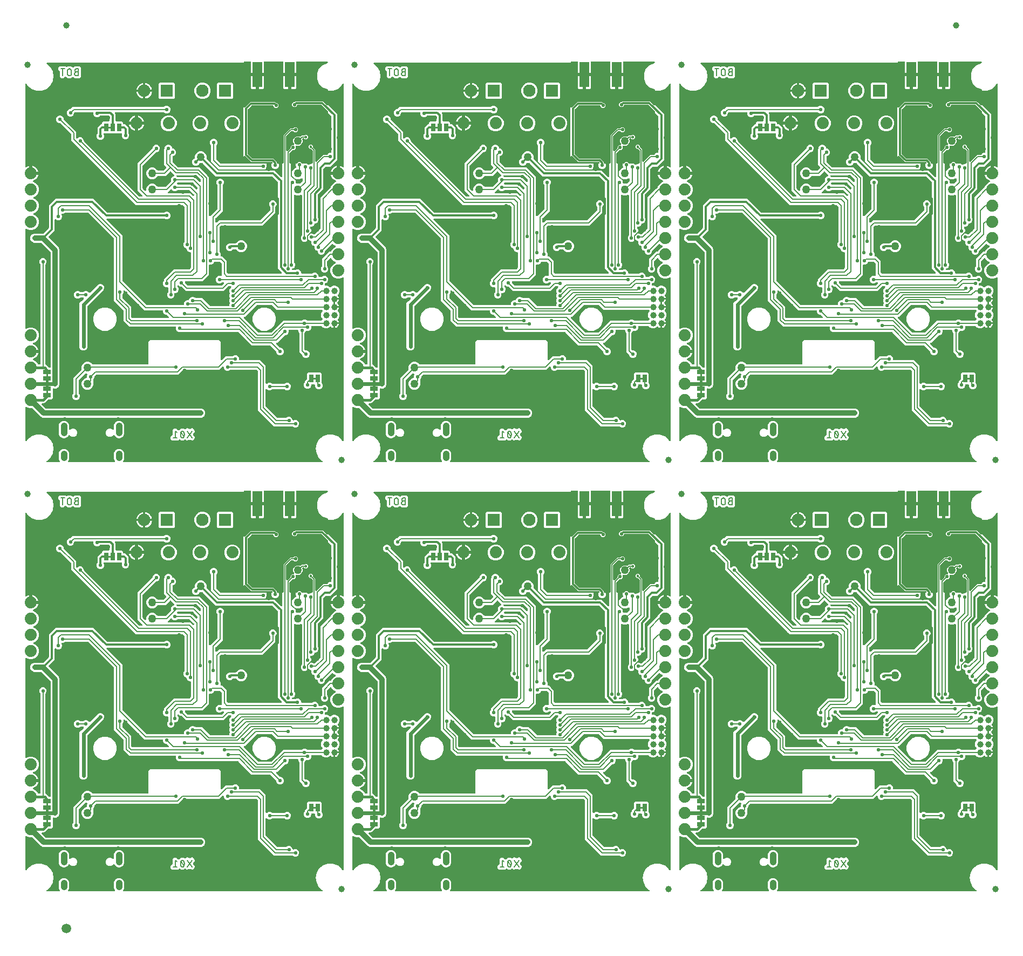
<source format=gbl>
G04 EAGLE Gerber RS-274X export*
G75*
%MOMM*%
%FSLAX34Y34*%
%LPD*%
%INBottom Copper*%
%IPPOS*%
%AMOC8*
5,1,8,0,0,1.08239X$1,22.5*%
G01*
%ADD10C,0.203200*%
%ADD11C,1.879600*%
%ADD12C,1.000000*%
%ADD13C,1.930400*%
%ADD14R,1.930400X1.930400*%
%ADD15C,0.254000*%
%ADD16R,0.635000X1.270000*%
%ADD17C,1.270000*%
%ADD18R,1.270000X0.635000*%
%ADD19C,1.000000*%
%ADD20R,1.500000X4.000000*%
%ADD21C,1.500000*%
%ADD22C,0.554000*%
%ADD23C,0.609600*%
%ADD24C,0.454000*%
%ADD25C,0.304800*%
%ADD26C,0.406400*%
%ADD27C,0.812800*%
%ADD28C,0.654000*%

G36*
X1068696Y152289D02*
X1068696Y152289D01*
X1068815Y152296D01*
X1068853Y152309D01*
X1068894Y152314D01*
X1069004Y152357D01*
X1069117Y152394D01*
X1069152Y152416D01*
X1069189Y152431D01*
X1069285Y152500D01*
X1069386Y152564D01*
X1069414Y152594D01*
X1069447Y152617D01*
X1069523Y152709D01*
X1069604Y152796D01*
X1069624Y152831D01*
X1069649Y152862D01*
X1069700Y152970D01*
X1069758Y153074D01*
X1069768Y153114D01*
X1069785Y153150D01*
X1069807Y153267D01*
X1069837Y153382D01*
X1069841Y153442D01*
X1069845Y153462D01*
X1069843Y153483D01*
X1069847Y153543D01*
X1069847Y333078D01*
X1069835Y333176D01*
X1069832Y333275D01*
X1069815Y333334D01*
X1069807Y333394D01*
X1069771Y333486D01*
X1069743Y333581D01*
X1069713Y333633D01*
X1069690Y333689D01*
X1069632Y333769D01*
X1069582Y333855D01*
X1069516Y333930D01*
X1069504Y333947D01*
X1069494Y333954D01*
X1069476Y333976D01*
X1055336Y348116D01*
X1055257Y348176D01*
X1055185Y348244D01*
X1055132Y348273D01*
X1055084Y348310D01*
X1054993Y348350D01*
X1054907Y348398D01*
X1054848Y348413D01*
X1054792Y348437D01*
X1054694Y348452D01*
X1054599Y348477D01*
X1054499Y348483D01*
X1054478Y348487D01*
X1054466Y348485D01*
X1054438Y348487D01*
X1043795Y348487D01*
X1041181Y349570D01*
X1039180Y351571D01*
X1038097Y354185D01*
X1038097Y357015D01*
X1039180Y359629D01*
X1041181Y361630D01*
X1043795Y362713D01*
X1058030Y362713D01*
X1058128Y362725D01*
X1058227Y362728D01*
X1058286Y362745D01*
X1058346Y362753D01*
X1058438Y362789D01*
X1058533Y362817D01*
X1058585Y362847D01*
X1058641Y362870D01*
X1058721Y362928D01*
X1058807Y362978D01*
X1058882Y363044D01*
X1058899Y363056D01*
X1058907Y363066D01*
X1058928Y363084D01*
X1066936Y371092D01*
X1066996Y371171D01*
X1067064Y371243D01*
X1067093Y371296D01*
X1067130Y371344D01*
X1067170Y371435D01*
X1067218Y371521D01*
X1067233Y371580D01*
X1067257Y371635D01*
X1067272Y371733D01*
X1067297Y371829D01*
X1067303Y371929D01*
X1067307Y371950D01*
X1067305Y371962D01*
X1067307Y371990D01*
X1067307Y407024D01*
X1070357Y410074D01*
X1070358Y410074D01*
X1074556Y414272D01*
X1077606Y417323D01*
X1137274Y417323D01*
X1158492Y396104D01*
X1158571Y396044D01*
X1158643Y395976D01*
X1158696Y395947D01*
X1158744Y395910D01*
X1158835Y395870D01*
X1158921Y395822D01*
X1158980Y395807D01*
X1159035Y395783D01*
X1159133Y395768D01*
X1159229Y395743D01*
X1159329Y395737D01*
X1159350Y395733D01*
X1159362Y395735D01*
X1159390Y395733D01*
X1248038Y395733D01*
X1248136Y395745D01*
X1248235Y395748D01*
X1248294Y395765D01*
X1248354Y395773D01*
X1248446Y395809D01*
X1248541Y395837D01*
X1248593Y395867D01*
X1248649Y395890D01*
X1248729Y395948D01*
X1248815Y395998D01*
X1248890Y396064D01*
X1248907Y396076D01*
X1248914Y396086D01*
X1248921Y396092D01*
X1251063Y396979D01*
X1253377Y396979D01*
X1255516Y396093D01*
X1257153Y394456D01*
X1258039Y392317D01*
X1258039Y390003D01*
X1257153Y387864D01*
X1255516Y386227D01*
X1253377Y385341D01*
X1251063Y385341D01*
X1248917Y386230D01*
X1248857Y386276D01*
X1248785Y386344D01*
X1248732Y386373D01*
X1248684Y386410D01*
X1248593Y386450D01*
X1248507Y386498D01*
X1248448Y386513D01*
X1248392Y386537D01*
X1248294Y386552D01*
X1248199Y386577D01*
X1248099Y386583D01*
X1248078Y386587D01*
X1248066Y386585D01*
X1248038Y386587D01*
X1158925Y386587D01*
X1158788Y386570D01*
X1158649Y386557D01*
X1158630Y386550D01*
X1158610Y386547D01*
X1158481Y386496D01*
X1158350Y386449D01*
X1158333Y386438D01*
X1158314Y386430D01*
X1158202Y386349D01*
X1158087Y386271D01*
X1158073Y386255D01*
X1158057Y386244D01*
X1157968Y386136D01*
X1157876Y386032D01*
X1157867Y386014D01*
X1157854Y385999D01*
X1157795Y385873D01*
X1157732Y385749D01*
X1157727Y385729D01*
X1157718Y385711D01*
X1157692Y385575D01*
X1157662Y385439D01*
X1157662Y385418D01*
X1157659Y385399D01*
X1157667Y385260D01*
X1157672Y385121D01*
X1157677Y385101D01*
X1157678Y385081D01*
X1157721Y384949D01*
X1157760Y384815D01*
X1157770Y384798D01*
X1157776Y384779D01*
X1157851Y384661D01*
X1157921Y384541D01*
X1157940Y384520D01*
X1157947Y384510D01*
X1157961Y384496D01*
X1158028Y384421D01*
X1179872Y362576D01*
X1182625Y359824D01*
X1182625Y289392D01*
X1182637Y289294D01*
X1182640Y289195D01*
X1182657Y289137D01*
X1182665Y289077D01*
X1182701Y288985D01*
X1182729Y288890D01*
X1182759Y288838D01*
X1182782Y288781D01*
X1182840Y288701D01*
X1182890Y288616D01*
X1182956Y288540D01*
X1182968Y288524D01*
X1182978Y288516D01*
X1182996Y288495D01*
X1220675Y250816D01*
X1220753Y250756D01*
X1220825Y250688D01*
X1220878Y250659D01*
X1220926Y250622D01*
X1221017Y250582D01*
X1221104Y250534D01*
X1221162Y250519D01*
X1221218Y250495D01*
X1221316Y250480D01*
X1221412Y250455D01*
X1221512Y250449D01*
X1221532Y250445D01*
X1221544Y250447D01*
X1221572Y250445D01*
X1278152Y250445D01*
X1278270Y250460D01*
X1278389Y250467D01*
X1278427Y250480D01*
X1278468Y250485D01*
X1278578Y250528D01*
X1278691Y250565D01*
X1278726Y250587D01*
X1278763Y250602D01*
X1278859Y250671D01*
X1278960Y250735D01*
X1278988Y250765D01*
X1279021Y250788D01*
X1279097Y250880D01*
X1279178Y250967D01*
X1279198Y251002D01*
X1279223Y251033D01*
X1279274Y251141D01*
X1279332Y251245D01*
X1279342Y251285D01*
X1279359Y251321D01*
X1279381Y251438D01*
X1279411Y251553D01*
X1279415Y251613D01*
X1279419Y251633D01*
X1279417Y251654D01*
X1279421Y251714D01*
X1279421Y253887D01*
X1280307Y256026D01*
X1281944Y257663D01*
X1284083Y258549D01*
X1286020Y258549D01*
X1286049Y258552D01*
X1286078Y258550D01*
X1286207Y258572D01*
X1286335Y258589D01*
X1286363Y258599D01*
X1286392Y258604D01*
X1286510Y258658D01*
X1286631Y258706D01*
X1286655Y258723D01*
X1286682Y258735D01*
X1286783Y258816D01*
X1286888Y258892D01*
X1286907Y258915D01*
X1286930Y258934D01*
X1287008Y259037D01*
X1287091Y259137D01*
X1287104Y259164D01*
X1287121Y259188D01*
X1287192Y259332D01*
X1287927Y261106D01*
X1289564Y262743D01*
X1291703Y263629D01*
X1294017Y263629D01*
X1296156Y262743D01*
X1296652Y262246D01*
X1296731Y262186D01*
X1296803Y262118D01*
X1296856Y262089D01*
X1296904Y262052D01*
X1296995Y262012D01*
X1297081Y261964D01*
X1297140Y261949D01*
X1297196Y261925D01*
X1297294Y261910D01*
X1297389Y261885D01*
X1297489Y261879D01*
X1297510Y261875D01*
X1297522Y261877D01*
X1297550Y261875D01*
X1307244Y261875D01*
X1319572Y249546D01*
X1319650Y249486D01*
X1319722Y249418D01*
X1319775Y249389D01*
X1319823Y249352D01*
X1319914Y249312D01*
X1320001Y249264D01*
X1320059Y249249D01*
X1320115Y249225D01*
X1320213Y249210D01*
X1320309Y249185D01*
X1320409Y249179D01*
X1320429Y249175D01*
X1320441Y249177D01*
X1320469Y249175D01*
X1349272Y249175D01*
X1349390Y249190D01*
X1349509Y249197D01*
X1349547Y249210D01*
X1349588Y249215D01*
X1349698Y249258D01*
X1349811Y249295D01*
X1349846Y249317D01*
X1349883Y249332D01*
X1349979Y249401D01*
X1350080Y249465D01*
X1350108Y249495D01*
X1350141Y249518D01*
X1350217Y249610D01*
X1350298Y249697D01*
X1350318Y249732D01*
X1350343Y249763D01*
X1350394Y249871D01*
X1350452Y249975D01*
X1350462Y250015D01*
X1350479Y250051D01*
X1350501Y250168D01*
X1350531Y250283D01*
X1350535Y250343D01*
X1350539Y250363D01*
X1350537Y250384D01*
X1350541Y250444D01*
X1350541Y251347D01*
X1351439Y253514D01*
X1351465Y253610D01*
X1351500Y253702D01*
X1351507Y253763D01*
X1351523Y253821D01*
X1351524Y253920D01*
X1351535Y254018D01*
X1351527Y254078D01*
X1351528Y254139D01*
X1351505Y254235D01*
X1351491Y254333D01*
X1351458Y254428D01*
X1351454Y254448D01*
X1351448Y254459D01*
X1351439Y254486D01*
X1350541Y256653D01*
X1350541Y258967D01*
X1351439Y261134D01*
X1351465Y261230D01*
X1351500Y261322D01*
X1351507Y261383D01*
X1351523Y261441D01*
X1351524Y261540D01*
X1351535Y261638D01*
X1351527Y261698D01*
X1351528Y261759D01*
X1351505Y261855D01*
X1351491Y261953D01*
X1351458Y262048D01*
X1351454Y262068D01*
X1351448Y262079D01*
X1351439Y262106D01*
X1350541Y264273D01*
X1350541Y266587D01*
X1351439Y268754D01*
X1351465Y268850D01*
X1351500Y268942D01*
X1351507Y269003D01*
X1351523Y269061D01*
X1351524Y269160D01*
X1351535Y269258D01*
X1351527Y269318D01*
X1351528Y269379D01*
X1351505Y269475D01*
X1351491Y269573D01*
X1351458Y269668D01*
X1351454Y269688D01*
X1351448Y269699D01*
X1351439Y269726D01*
X1350541Y271893D01*
X1350541Y274207D01*
X1351427Y276346D01*
X1353088Y278006D01*
X1353161Y278101D01*
X1353239Y278190D01*
X1353258Y278226D01*
X1353283Y278258D01*
X1353330Y278367D01*
X1353384Y278473D01*
X1353393Y278512D01*
X1353409Y278550D01*
X1353428Y278667D01*
X1353454Y278783D01*
X1353452Y278824D01*
X1353459Y278864D01*
X1353448Y278982D01*
X1353444Y279101D01*
X1353433Y279140D01*
X1353429Y279180D01*
X1353389Y279293D01*
X1353356Y279407D01*
X1353335Y279441D01*
X1353321Y279480D01*
X1353254Y279578D01*
X1353194Y279681D01*
X1353154Y279726D01*
X1353143Y279743D01*
X1353127Y279756D01*
X1353088Y279801D01*
X1352568Y280322D01*
X1352489Y280382D01*
X1352417Y280450D01*
X1352364Y280479D01*
X1352316Y280516D01*
X1352225Y280556D01*
X1352139Y280604D01*
X1352080Y280619D01*
X1352024Y280643D01*
X1351926Y280658D01*
X1351831Y280683D01*
X1351731Y280689D01*
X1351710Y280693D01*
X1351698Y280691D01*
X1351670Y280693D01*
X1349679Y280693D01*
X1349581Y280681D01*
X1349482Y280678D01*
X1349424Y280661D01*
X1349364Y280653D01*
X1349272Y280617D01*
X1349177Y280589D01*
X1349125Y280559D01*
X1349068Y280536D01*
X1348988Y280478D01*
X1348903Y280428D01*
X1348827Y280362D01*
X1348811Y280350D01*
X1348803Y280340D01*
X1348782Y280322D01*
X1341534Y273073D01*
X1282008Y273073D01*
X1275522Y279560D01*
X1275444Y279620D01*
X1275372Y279688D01*
X1275319Y279717D01*
X1275271Y279754D01*
X1275180Y279794D01*
X1275093Y279842D01*
X1275035Y279857D01*
X1274979Y279881D01*
X1274881Y279896D01*
X1274785Y279921D01*
X1274685Y279927D01*
X1274665Y279931D01*
X1274653Y279929D01*
X1274625Y279931D01*
X1273923Y279931D01*
X1271784Y280817D01*
X1271151Y281450D01*
X1271042Y281535D01*
X1270935Y281624D01*
X1270916Y281632D01*
X1270900Y281645D01*
X1270772Y281700D01*
X1270647Y281759D01*
X1270627Y281763D01*
X1270608Y281771D01*
X1270470Y281793D01*
X1270334Y281819D01*
X1270314Y281818D01*
X1270294Y281821D01*
X1270155Y281808D01*
X1270017Y281799D01*
X1269998Y281793D01*
X1269978Y281791D01*
X1269847Y281744D01*
X1269715Y281701D01*
X1269697Y281690D01*
X1269678Y281683D01*
X1269564Y281605D01*
X1269446Y281531D01*
X1269432Y281516D01*
X1269415Y281505D01*
X1269323Y281401D01*
X1269228Y281299D01*
X1269218Y281281D01*
X1269205Y281266D01*
X1269142Y281143D01*
X1269074Y281021D01*
X1269069Y281001D01*
X1269060Y280983D01*
X1269030Y280847D01*
X1268995Y280713D01*
X1268993Y280685D01*
X1268990Y280673D01*
X1268991Y280652D01*
X1268985Y280552D01*
X1268985Y280280D01*
X1268997Y280182D01*
X1269000Y280083D01*
X1269017Y280024D01*
X1269025Y279964D01*
X1269061Y279872D01*
X1269089Y279777D01*
X1269119Y279725D01*
X1269142Y279669D01*
X1269200Y279589D01*
X1269250Y279503D01*
X1269316Y279428D01*
X1269328Y279411D01*
X1269338Y279404D01*
X1269356Y279382D01*
X1269853Y278886D01*
X1270739Y276747D01*
X1270739Y274433D01*
X1269853Y272294D01*
X1268216Y270657D01*
X1266077Y269771D01*
X1265496Y269771D01*
X1265446Y269765D01*
X1265397Y269767D01*
X1265289Y269745D01*
X1265180Y269731D01*
X1265134Y269713D01*
X1265085Y269703D01*
X1264986Y269655D01*
X1264884Y269614D01*
X1264844Y269585D01*
X1264799Y269563D01*
X1264716Y269492D01*
X1264627Y269428D01*
X1264595Y269389D01*
X1264557Y269357D01*
X1264494Y269267D01*
X1264424Y269183D01*
X1264403Y269138D01*
X1264374Y269097D01*
X1264335Y268994D01*
X1264289Y268895D01*
X1264279Y268846D01*
X1264262Y268800D01*
X1264249Y268690D01*
X1264229Y268583D01*
X1264232Y268533D01*
X1264226Y268484D01*
X1264242Y268375D01*
X1264249Y268265D01*
X1264264Y268218D01*
X1264271Y268169D01*
X1264323Y268016D01*
X1264389Y267857D01*
X1264389Y265543D01*
X1263503Y263404D01*
X1261866Y261767D01*
X1259727Y260881D01*
X1257413Y260881D01*
X1255274Y261767D01*
X1253637Y263404D01*
X1252751Y265543D01*
X1252751Y267857D01*
X1253637Y269996D01*
X1254134Y270492D01*
X1254194Y270571D01*
X1254262Y270643D01*
X1254291Y270696D01*
X1254328Y270744D01*
X1254368Y270835D01*
X1254416Y270921D01*
X1254431Y270980D01*
X1254455Y271036D01*
X1254470Y271134D01*
X1254495Y271229D01*
X1254501Y271329D01*
X1254505Y271350D01*
X1254503Y271362D01*
X1254505Y271390D01*
X1254505Y277392D01*
X1254490Y277510D01*
X1254483Y277629D01*
X1254470Y277667D01*
X1254465Y277708D01*
X1254422Y277818D01*
X1254385Y277931D01*
X1254363Y277966D01*
X1254348Y278003D01*
X1254279Y278099D01*
X1254215Y278200D01*
X1254185Y278228D01*
X1254162Y278261D01*
X1254070Y278337D01*
X1253983Y278418D01*
X1253948Y278438D01*
X1253917Y278463D01*
X1253809Y278514D01*
X1253705Y278572D01*
X1253665Y278582D01*
X1253629Y278599D01*
X1253512Y278621D01*
X1253397Y278651D01*
X1253337Y278655D01*
X1253317Y278659D01*
X1253296Y278657D01*
X1253236Y278661D01*
X1251063Y278661D01*
X1248924Y279547D01*
X1247287Y281184D01*
X1246401Y283323D01*
X1246401Y285637D01*
X1247287Y287776D01*
X1247784Y288272D01*
X1247844Y288351D01*
X1247912Y288423D01*
X1247941Y288476D01*
X1247978Y288524D01*
X1248018Y288615D01*
X1248066Y288701D01*
X1248081Y288760D01*
X1248105Y288816D01*
X1248120Y288914D01*
X1248145Y289009D01*
X1248151Y289109D01*
X1248155Y289130D01*
X1248153Y289142D01*
X1248155Y289170D01*
X1248155Y291244D01*
X1263236Y306325D01*
X1286841Y306325D01*
X1286939Y306337D01*
X1287038Y306340D01*
X1287096Y306357D01*
X1287156Y306365D01*
X1287248Y306401D01*
X1287343Y306429D01*
X1287395Y306459D01*
X1287452Y306482D01*
X1287532Y306540D01*
X1287617Y306590D01*
X1287693Y306656D01*
X1287709Y306668D01*
X1287717Y306678D01*
X1287738Y306696D01*
X1289694Y308652D01*
X1289754Y308730D01*
X1289822Y308802D01*
X1289851Y308855D01*
X1289888Y308903D01*
X1289928Y308994D01*
X1289976Y309081D01*
X1289991Y309139D01*
X1290015Y309195D01*
X1290030Y309293D01*
X1290055Y309389D01*
X1290061Y309489D01*
X1290065Y309509D01*
X1290063Y309521D01*
X1290065Y309549D01*
X1290065Y332280D01*
X1290050Y332398D01*
X1290043Y332517D01*
X1290030Y332555D01*
X1290025Y332596D01*
X1289982Y332706D01*
X1289945Y332819D01*
X1289923Y332854D01*
X1289908Y332891D01*
X1289839Y332987D01*
X1289775Y333088D01*
X1289745Y333116D01*
X1289722Y333149D01*
X1289630Y333225D01*
X1289543Y333306D01*
X1289508Y333326D01*
X1289477Y333351D01*
X1289369Y333402D01*
X1289265Y333460D01*
X1289225Y333470D01*
X1289189Y333487D01*
X1289072Y333509D01*
X1288957Y333539D01*
X1288897Y333543D01*
X1288877Y333547D01*
X1288856Y333545D01*
X1288796Y333549D01*
X1287893Y333549D01*
X1285754Y334435D01*
X1284117Y336072D01*
X1283231Y338211D01*
X1283231Y338600D01*
X1283228Y338629D01*
X1283230Y338658D01*
X1283208Y338787D01*
X1283191Y338915D01*
X1283181Y338943D01*
X1283176Y338972D01*
X1283122Y339090D01*
X1283074Y339211D01*
X1283057Y339235D01*
X1283045Y339262D01*
X1282964Y339363D01*
X1282888Y339468D01*
X1282865Y339487D01*
X1282846Y339510D01*
X1282743Y339588D01*
X1282643Y339671D01*
X1282616Y339684D01*
X1282592Y339701D01*
X1282448Y339772D01*
X1280674Y340507D01*
X1279037Y342144D01*
X1278151Y344283D01*
X1278151Y346597D01*
X1279037Y348736D01*
X1279534Y349232D01*
X1279594Y349311D01*
X1279662Y349383D01*
X1279691Y349436D01*
X1279728Y349484D01*
X1279768Y349575D01*
X1279816Y349661D01*
X1279831Y349720D01*
X1279855Y349776D01*
X1279870Y349874D01*
X1279895Y349969D01*
X1279901Y350069D01*
X1279905Y350090D01*
X1279903Y350102D01*
X1279905Y350130D01*
X1279905Y404191D01*
X1279893Y404289D01*
X1279890Y404388D01*
X1279873Y404446D01*
X1279865Y404506D01*
X1279829Y404598D01*
X1279801Y404693D01*
X1279771Y404745D01*
X1279748Y404802D01*
X1279690Y404882D01*
X1279640Y404967D01*
X1279574Y405043D01*
X1279562Y405059D01*
X1279552Y405067D01*
X1279534Y405088D01*
X1277578Y407044D01*
X1277500Y407104D01*
X1277428Y407172D01*
X1277375Y407201D01*
X1277327Y407238D01*
X1277236Y407278D01*
X1277149Y407326D01*
X1277091Y407341D01*
X1277035Y407365D01*
X1276937Y407380D01*
X1276841Y407405D01*
X1276741Y407411D01*
X1276721Y407415D01*
X1276709Y407413D01*
X1276681Y407415D01*
X1203546Y407415D01*
X1200794Y410168D01*
X1102105Y508856D01*
X1102105Y518491D01*
X1102093Y518589D01*
X1102090Y518688D01*
X1102073Y518746D01*
X1102065Y518806D01*
X1102029Y518898D01*
X1102001Y518993D01*
X1101971Y519046D01*
X1101948Y519102D01*
X1101890Y519182D01*
X1101840Y519267D01*
X1101774Y519343D01*
X1101762Y519359D01*
X1101752Y519367D01*
X1101734Y519388D01*
X1085022Y536100D01*
X1084944Y536160D01*
X1084872Y536228D01*
X1084819Y536257D01*
X1084771Y536294D01*
X1084680Y536334D01*
X1084593Y536382D01*
X1084535Y536397D01*
X1084479Y536421D01*
X1084381Y536436D01*
X1084285Y536461D01*
X1084185Y536467D01*
X1084165Y536471D01*
X1084153Y536469D01*
X1084125Y536471D01*
X1083423Y536471D01*
X1081284Y537357D01*
X1079647Y538994D01*
X1078761Y541133D01*
X1078761Y543447D01*
X1079647Y545586D01*
X1081284Y547223D01*
X1083423Y548109D01*
X1085737Y548109D01*
X1087876Y547223D01*
X1089513Y545586D01*
X1090399Y543447D01*
X1090399Y542745D01*
X1090411Y542647D01*
X1090414Y542548D01*
X1090431Y542490D01*
X1090439Y542430D01*
X1090475Y542338D01*
X1090503Y542243D01*
X1090533Y542190D01*
X1090556Y542134D01*
X1090614Y542054D01*
X1090664Y541969D01*
X1090730Y541893D01*
X1090742Y541877D01*
X1090752Y541869D01*
X1090770Y541848D01*
X1107482Y525136D01*
X1110235Y522384D01*
X1110235Y513198D01*
X1110252Y513060D01*
X1110265Y512921D01*
X1110272Y512902D01*
X1110275Y512882D01*
X1110326Y512753D01*
X1110373Y512622D01*
X1110384Y512605D01*
X1110392Y512587D01*
X1110473Y512474D01*
X1110551Y512359D01*
X1110567Y512346D01*
X1110578Y512329D01*
X1110686Y512240D01*
X1110790Y512149D01*
X1110808Y512139D01*
X1110823Y512126D01*
X1110949Y512067D01*
X1111073Y512004D01*
X1111093Y512000D01*
X1111111Y511991D01*
X1111248Y511965D01*
X1111383Y511934D01*
X1111404Y511935D01*
X1111423Y511931D01*
X1111562Y511940D01*
X1111701Y511944D01*
X1111721Y511950D01*
X1111741Y511951D01*
X1111873Y511994D01*
X1112007Y512032D01*
X1112024Y512043D01*
X1112043Y512049D01*
X1112161Y512123D01*
X1112281Y512194D01*
X1112302Y512213D01*
X1112312Y512219D01*
X1112326Y512234D01*
X1112401Y512300D01*
X1113034Y512933D01*
X1115173Y513819D01*
X1117487Y513819D01*
X1119626Y512933D01*
X1121263Y511296D01*
X1122149Y509157D01*
X1122149Y508455D01*
X1122161Y508357D01*
X1122164Y508258D01*
X1122181Y508200D01*
X1122189Y508140D01*
X1122225Y508048D01*
X1122253Y507953D01*
X1122283Y507901D01*
X1122306Y507844D01*
X1122364Y507764D01*
X1122414Y507679D01*
X1122480Y507603D01*
X1122492Y507587D01*
X1122502Y507579D01*
X1122520Y507558D01*
X1209082Y420996D01*
X1209160Y420936D01*
X1209232Y420868D01*
X1209285Y420839D01*
X1209333Y420802D01*
X1209424Y420762D01*
X1209511Y420714D01*
X1209569Y420699D01*
X1209625Y420675D01*
X1209723Y420660D01*
X1209819Y420635D01*
X1209919Y420629D01*
X1209939Y420625D01*
X1209951Y420627D01*
X1209979Y420625D01*
X1212673Y420625D01*
X1212810Y420642D01*
X1212949Y420655D01*
X1212968Y420662D01*
X1212988Y420665D01*
X1213117Y420716D01*
X1213248Y420763D01*
X1213265Y420774D01*
X1213284Y420782D01*
X1213396Y420863D01*
X1213511Y420941D01*
X1213525Y420957D01*
X1213541Y420968D01*
X1213630Y421076D01*
X1213722Y421180D01*
X1213731Y421198D01*
X1213744Y421213D01*
X1213803Y421339D01*
X1213866Y421463D01*
X1213871Y421483D01*
X1213880Y421501D01*
X1213906Y421637D01*
X1213936Y421773D01*
X1213936Y421794D01*
X1213939Y421813D01*
X1213931Y421952D01*
X1213926Y422091D01*
X1213921Y422111D01*
X1213920Y422131D01*
X1213877Y422263D01*
X1213838Y422397D01*
X1213828Y422414D01*
X1213822Y422433D01*
X1213747Y422551D01*
X1213677Y422671D01*
X1213658Y422692D01*
X1213651Y422702D01*
X1213636Y422716D01*
X1213570Y422791D01*
X1208998Y427364D01*
X1206245Y430116D01*
X1206245Y472854D01*
X1229520Y496128D01*
X1229580Y496206D01*
X1229648Y496278D01*
X1229677Y496331D01*
X1229714Y496379D01*
X1229754Y496470D01*
X1229802Y496557D01*
X1229817Y496615D01*
X1229841Y496671D01*
X1229856Y496769D01*
X1229881Y496865D01*
X1229887Y496965D01*
X1229891Y496985D01*
X1229889Y496997D01*
X1229891Y497025D01*
X1229891Y497727D01*
X1230777Y499866D01*
X1232414Y501503D01*
X1234553Y502389D01*
X1236867Y502389D01*
X1239006Y501503D01*
X1240643Y499866D01*
X1241529Y497727D01*
X1241529Y495413D01*
X1240643Y493274D01*
X1239006Y491637D01*
X1236867Y490751D01*
X1236165Y490751D01*
X1236067Y490739D01*
X1235968Y490736D01*
X1235910Y490719D01*
X1235850Y490711D01*
X1235758Y490675D01*
X1235663Y490647D01*
X1235611Y490617D01*
X1235554Y490594D01*
X1235474Y490536D01*
X1235389Y490486D01*
X1235313Y490420D01*
X1235297Y490408D01*
X1235289Y490398D01*
X1235268Y490380D01*
X1214746Y469858D01*
X1214686Y469780D01*
X1214618Y469708D01*
X1214589Y469655D01*
X1214552Y469607D01*
X1214512Y469516D01*
X1214464Y469429D01*
X1214449Y469371D01*
X1214425Y469315D01*
X1214410Y469217D01*
X1214385Y469121D01*
X1214379Y469021D01*
X1214375Y469001D01*
X1214377Y468989D01*
X1214375Y468961D01*
X1214375Y434009D01*
X1214387Y433911D01*
X1214390Y433812D01*
X1214407Y433754D01*
X1214415Y433694D01*
X1214451Y433602D01*
X1214479Y433507D01*
X1214509Y433455D01*
X1214532Y433398D01*
X1214590Y433318D01*
X1214640Y433233D01*
X1214706Y433157D01*
X1214718Y433141D01*
X1214728Y433133D01*
X1214746Y433112D01*
X1217795Y430064D01*
X1217904Y429979D01*
X1218011Y429890D01*
X1218030Y429881D01*
X1218046Y429869D01*
X1218174Y429813D01*
X1218299Y429754D01*
X1218319Y429751D01*
X1218338Y429743D01*
X1218476Y429721D01*
X1218612Y429695D01*
X1218632Y429696D01*
X1218652Y429693D01*
X1218791Y429706D01*
X1218929Y429714D01*
X1218948Y429721D01*
X1218968Y429723D01*
X1219100Y429770D01*
X1219231Y429812D01*
X1219249Y429823D01*
X1219268Y429830D01*
X1219383Y429908D01*
X1219500Y429983D01*
X1219514Y429997D01*
X1219531Y430009D01*
X1219623Y430113D01*
X1219718Y430214D01*
X1219728Y430232D01*
X1219741Y430247D01*
X1219805Y430371D01*
X1219872Y430493D01*
X1219877Y430512D01*
X1219886Y430530D01*
X1219916Y430666D01*
X1219951Y430801D01*
X1219953Y430829D01*
X1219956Y430841D01*
X1219955Y430861D01*
X1219961Y430961D01*
X1219961Y433670D01*
X1221392Y437124D01*
X1224036Y439768D01*
X1227490Y441199D01*
X1231230Y441199D01*
X1234684Y439768D01*
X1237328Y437124D01*
X1237525Y436648D01*
X1237540Y436623D01*
X1237549Y436595D01*
X1237618Y436485D01*
X1237682Y436372D01*
X1237703Y436351D01*
X1237719Y436326D01*
X1237813Y436237D01*
X1237904Y436144D01*
X1237929Y436128D01*
X1237950Y436108D01*
X1238064Y436045D01*
X1238175Y435977D01*
X1238203Y435969D01*
X1238229Y435954D01*
X1238354Y435922D01*
X1238479Y435884D01*
X1238508Y435882D01*
X1238537Y435875D01*
X1238698Y435865D01*
X1250011Y435865D01*
X1250109Y435877D01*
X1250208Y435880D01*
X1250266Y435897D01*
X1250326Y435905D01*
X1250418Y435941D01*
X1250513Y435969D01*
X1250565Y435999D01*
X1250622Y436022D01*
X1250702Y436080D01*
X1250787Y436130D01*
X1250863Y436196D01*
X1250879Y436208D01*
X1250887Y436218D01*
X1250908Y436236D01*
X1258927Y444256D01*
X1258945Y444279D01*
X1258968Y444298D01*
X1259042Y444404D01*
X1259122Y444507D01*
X1259134Y444534D01*
X1259151Y444558D01*
X1259197Y444679D01*
X1259248Y444799D01*
X1259253Y444828D01*
X1259264Y444855D01*
X1259278Y444984D01*
X1259298Y445113D01*
X1259295Y445142D01*
X1259299Y445171D01*
X1259281Y445300D01*
X1259268Y445429D01*
X1259258Y445457D01*
X1259254Y445486D01*
X1259202Y445639D01*
X1259101Y445883D01*
X1259101Y448197D01*
X1259987Y450336D01*
X1261624Y451973D01*
X1263627Y452803D01*
X1263670Y452827D01*
X1263717Y452844D01*
X1263808Y452906D01*
X1263903Y452960D01*
X1263939Y452995D01*
X1263980Y453023D01*
X1264053Y453105D01*
X1264132Y453181D01*
X1264158Y453224D01*
X1264191Y453261D01*
X1264241Y453359D01*
X1264298Y453453D01*
X1264313Y453500D01*
X1264335Y453544D01*
X1264359Y453651D01*
X1264392Y453756D01*
X1264394Y453806D01*
X1264405Y453855D01*
X1264402Y453965D01*
X1264407Y454074D01*
X1264397Y454123D01*
X1264395Y454172D01*
X1264365Y454278D01*
X1264342Y454386D01*
X1264321Y454430D01*
X1264307Y454478D01*
X1264251Y454572D01*
X1264203Y454671D01*
X1264170Y454709D01*
X1264145Y454752D01*
X1264039Y454873D01*
X1261754Y457158D01*
X1258833Y460079D01*
X1258738Y460152D01*
X1258649Y460231D01*
X1258613Y460249D01*
X1258581Y460274D01*
X1258472Y460321D01*
X1258366Y460375D01*
X1258327Y460384D01*
X1258289Y460400D01*
X1258172Y460419D01*
X1258056Y460445D01*
X1258015Y460444D01*
X1257975Y460450D01*
X1257857Y460439D01*
X1257738Y460435D01*
X1257699Y460424D01*
X1257659Y460420D01*
X1257546Y460380D01*
X1257432Y460347D01*
X1257398Y460327D01*
X1257359Y460313D01*
X1257261Y460246D01*
X1257158Y460186D01*
X1257113Y460146D01*
X1257096Y460134D01*
X1257083Y460119D01*
X1257038Y460079D01*
X1250094Y453135D01*
X1238698Y453135D01*
X1238668Y453132D01*
X1238639Y453134D01*
X1238511Y453112D01*
X1238382Y453095D01*
X1238354Y453085D01*
X1238325Y453079D01*
X1238207Y453026D01*
X1238086Y452978D01*
X1238062Y452961D01*
X1238035Y452949D01*
X1237934Y452868D01*
X1237829Y452792D01*
X1237810Y452769D01*
X1237787Y452750D01*
X1237709Y452647D01*
X1237626Y452547D01*
X1237614Y452520D01*
X1237596Y452496D01*
X1237525Y452352D01*
X1237328Y451876D01*
X1234684Y449232D01*
X1231230Y447801D01*
X1227490Y447801D01*
X1224036Y449232D01*
X1221392Y451876D01*
X1219961Y455330D01*
X1219961Y459070D01*
X1221392Y462524D01*
X1224036Y465168D01*
X1227490Y466599D01*
X1231230Y466599D01*
X1234684Y465168D01*
X1237328Y462524D01*
X1237525Y462048D01*
X1237540Y462023D01*
X1237549Y461995D01*
X1237618Y461885D01*
X1237682Y461772D01*
X1237703Y461751D01*
X1237719Y461726D01*
X1237813Y461637D01*
X1237904Y461544D01*
X1237929Y461528D01*
X1237950Y461508D01*
X1238064Y461445D01*
X1238175Y461377D01*
X1238203Y461369D01*
X1238229Y461354D01*
X1238354Y461322D01*
X1238479Y461284D01*
X1238508Y461282D01*
X1238537Y461275D01*
X1238698Y461265D01*
X1246201Y461265D01*
X1246299Y461277D01*
X1246398Y461280D01*
X1246456Y461297D01*
X1246516Y461305D01*
X1246608Y461341D01*
X1246703Y461369D01*
X1246755Y461399D01*
X1246812Y461422D01*
X1246892Y461480D01*
X1246977Y461530D01*
X1247053Y461596D01*
X1247069Y461608D01*
X1247077Y461618D01*
X1247098Y461636D01*
X1251289Y465828D01*
X1251362Y465922D01*
X1251441Y466011D01*
X1251459Y466047D01*
X1251484Y466079D01*
X1251531Y466188D01*
X1251585Y466294D01*
X1251594Y466333D01*
X1251610Y466371D01*
X1251629Y466488D01*
X1251655Y466604D01*
X1251654Y466645D01*
X1251660Y466685D01*
X1251649Y466803D01*
X1251645Y466922D01*
X1251634Y466961D01*
X1251630Y467001D01*
X1251590Y467114D01*
X1251557Y467228D01*
X1251537Y467263D01*
X1251523Y467301D01*
X1251456Y467399D01*
X1251395Y467502D01*
X1251356Y467547D01*
X1251344Y467564D01*
X1251329Y467577D01*
X1251289Y467623D01*
X1248155Y470756D01*
X1248155Y495714D01*
X1248570Y496128D01*
X1248630Y496206D01*
X1248698Y496278D01*
X1248727Y496331D01*
X1248764Y496379D01*
X1248804Y496470D01*
X1248852Y496557D01*
X1248867Y496615D01*
X1248891Y496671D01*
X1248906Y496769D01*
X1248931Y496865D01*
X1248937Y496965D01*
X1248941Y496985D01*
X1248939Y496997D01*
X1248941Y497025D01*
X1248941Y497727D01*
X1249827Y499866D01*
X1251464Y501503D01*
X1253603Y502389D01*
X1255917Y502389D01*
X1258056Y501503D01*
X1259693Y499866D01*
X1260579Y497727D01*
X1260579Y497308D01*
X1260594Y497190D01*
X1260601Y497071D01*
X1260614Y497033D01*
X1260619Y496992D01*
X1260662Y496882D01*
X1260699Y496769D01*
X1260721Y496734D01*
X1260736Y496697D01*
X1260805Y496601D01*
X1260869Y496500D01*
X1260899Y496472D01*
X1260922Y496439D01*
X1261014Y496363D01*
X1261101Y496282D01*
X1261136Y496262D01*
X1261167Y496237D01*
X1261275Y496186D01*
X1261379Y496128D01*
X1261419Y496118D01*
X1261455Y496101D01*
X1261572Y496079D01*
X1261687Y496049D01*
X1261747Y496045D01*
X1261767Y496041D01*
X1261788Y496043D01*
X1261848Y496039D01*
X1262267Y496039D01*
X1264406Y495153D01*
X1266043Y493516D01*
X1266929Y491377D01*
X1266929Y489063D01*
X1266043Y486924D01*
X1264406Y485287D01*
X1262148Y484352D01*
X1262123Y484337D01*
X1262095Y484328D01*
X1261985Y484259D01*
X1261872Y484194D01*
X1261851Y484174D01*
X1261826Y484158D01*
X1261737Y484063D01*
X1261644Y483973D01*
X1261628Y483948D01*
X1261608Y483926D01*
X1261545Y483813D01*
X1261477Y483702D01*
X1261469Y483674D01*
X1261454Y483648D01*
X1261422Y483522D01*
X1261384Y483398D01*
X1261382Y483369D01*
X1261375Y483340D01*
X1261365Y483179D01*
X1261365Y475919D01*
X1261377Y475821D01*
X1261380Y475722D01*
X1261397Y475664D01*
X1261405Y475604D01*
X1261441Y475512D01*
X1261469Y475417D01*
X1261499Y475365D01*
X1261522Y475308D01*
X1261580Y475228D01*
X1261630Y475143D01*
X1261696Y475067D01*
X1261708Y475051D01*
X1261718Y475043D01*
X1261736Y475022D01*
X1270042Y466716D01*
X1270120Y466656D01*
X1270192Y466588D01*
X1270245Y466559D01*
X1270293Y466522D01*
X1270384Y466482D01*
X1270471Y466434D01*
X1270529Y466419D01*
X1270585Y466395D01*
X1270683Y466380D01*
X1270779Y466355D01*
X1270879Y466349D01*
X1270899Y466345D01*
X1270911Y466347D01*
X1270939Y466345D01*
X1303434Y466345D01*
X1315762Y454016D01*
X1318515Y451264D01*
X1318515Y391337D01*
X1318532Y391200D01*
X1318545Y391061D01*
X1318552Y391042D01*
X1318555Y391022D01*
X1318606Y390893D01*
X1318653Y390762D01*
X1318664Y390745D01*
X1318672Y390726D01*
X1318753Y390614D01*
X1318831Y390499D01*
X1318847Y390485D01*
X1318858Y390469D01*
X1318966Y390380D01*
X1319070Y390288D01*
X1319088Y390279D01*
X1319103Y390266D01*
X1319229Y390207D01*
X1319353Y390144D01*
X1319373Y390139D01*
X1319391Y390130D01*
X1319527Y390104D01*
X1319663Y390074D01*
X1319684Y390074D01*
X1319703Y390071D01*
X1319842Y390079D01*
X1319981Y390084D01*
X1320001Y390089D01*
X1320021Y390090D01*
X1320153Y390133D01*
X1320287Y390172D01*
X1320304Y390182D01*
X1320323Y390188D01*
X1320441Y390263D01*
X1320561Y390333D01*
X1320582Y390352D01*
X1320592Y390359D01*
X1320606Y390374D01*
X1320681Y390440D01*
X1323298Y393056D01*
X1331604Y401362D01*
X1331664Y401440D01*
X1331732Y401512D01*
X1331761Y401565D01*
X1331798Y401613D01*
X1331838Y401704D01*
X1331886Y401791D01*
X1331901Y401849D01*
X1331925Y401905D01*
X1331940Y402003D01*
X1331965Y402099D01*
X1331971Y402199D01*
X1331975Y402219D01*
X1331973Y402231D01*
X1331975Y402259D01*
X1331975Y438540D01*
X1331963Y438638D01*
X1331960Y438737D01*
X1331943Y438796D01*
X1331935Y438856D01*
X1331899Y438948D01*
X1331871Y439043D01*
X1331841Y439095D01*
X1331818Y439151D01*
X1331760Y439231D01*
X1331710Y439317D01*
X1331644Y439392D01*
X1331632Y439409D01*
X1331622Y439416D01*
X1331604Y439438D01*
X1331107Y439934D01*
X1330221Y442073D01*
X1330221Y444387D01*
X1331107Y446526D01*
X1332744Y448163D01*
X1334883Y449049D01*
X1337197Y449049D01*
X1339336Y448163D01*
X1340973Y446526D01*
X1341859Y444387D01*
X1341859Y442073D01*
X1340973Y439934D01*
X1340476Y439438D01*
X1340416Y439359D01*
X1340348Y439287D01*
X1340319Y439234D01*
X1340282Y439186D01*
X1340242Y439095D01*
X1340194Y439009D01*
X1340179Y438950D01*
X1340155Y438894D01*
X1340140Y438796D01*
X1340115Y438701D01*
X1340109Y438601D01*
X1340105Y438580D01*
X1340107Y438568D01*
X1340105Y438540D01*
X1340105Y398366D01*
X1329046Y387308D01*
X1328986Y387230D01*
X1328918Y387158D01*
X1328889Y387105D01*
X1328852Y387057D01*
X1328812Y386966D01*
X1328764Y386879D01*
X1328749Y386821D01*
X1328725Y386765D01*
X1328710Y386667D01*
X1328685Y386571D01*
X1328679Y386471D01*
X1328675Y386451D01*
X1328677Y386439D01*
X1328675Y386411D01*
X1328675Y381177D01*
X1328692Y381040D01*
X1328705Y380901D01*
X1328712Y380882D01*
X1328715Y380862D01*
X1328766Y380733D01*
X1328813Y380602D01*
X1328824Y380585D01*
X1328832Y380566D01*
X1328913Y380454D01*
X1328991Y380339D01*
X1329007Y380325D01*
X1329018Y380309D01*
X1329126Y380220D01*
X1329230Y380128D01*
X1329248Y380119D01*
X1329263Y380106D01*
X1329389Y380047D01*
X1329513Y379984D01*
X1329533Y379979D01*
X1329551Y379970D01*
X1329687Y379944D01*
X1329823Y379914D01*
X1329844Y379914D01*
X1329863Y379911D01*
X1330002Y379919D01*
X1330141Y379924D01*
X1330161Y379929D01*
X1330181Y379930D01*
X1330313Y379973D01*
X1330447Y380012D01*
X1330464Y380022D01*
X1330483Y380028D01*
X1330601Y380103D01*
X1330721Y380173D01*
X1330742Y380192D01*
X1330752Y380199D01*
X1330766Y380214D01*
X1330841Y380280D01*
X1334356Y383795D01*
X1398601Y383795D01*
X1398699Y383807D01*
X1398798Y383810D01*
X1398856Y383827D01*
X1398916Y383835D01*
X1399008Y383871D01*
X1399103Y383899D01*
X1399155Y383929D01*
X1399212Y383952D01*
X1399292Y384010D01*
X1399377Y384060D01*
X1399453Y384126D01*
X1399469Y384138D01*
X1399477Y384148D01*
X1399498Y384166D01*
X1414154Y398822D01*
X1414214Y398900D01*
X1414282Y398972D01*
X1414311Y399025D01*
X1414348Y399073D01*
X1414388Y399164D01*
X1414436Y399251D01*
X1414451Y399309D01*
X1414475Y399365D01*
X1414490Y399463D01*
X1414515Y399559D01*
X1414521Y399659D01*
X1414525Y399679D01*
X1414523Y399691D01*
X1414525Y399719D01*
X1414525Y404250D01*
X1414513Y404348D01*
X1414510Y404447D01*
X1414493Y404506D01*
X1414485Y404566D01*
X1414449Y404658D01*
X1414421Y404753D01*
X1414391Y404805D01*
X1414368Y404861D01*
X1414310Y404941D01*
X1414260Y405027D01*
X1414194Y405102D01*
X1414182Y405119D01*
X1414172Y405126D01*
X1414154Y405148D01*
X1413657Y405644D01*
X1412771Y407783D01*
X1412771Y410097D01*
X1413657Y412236D01*
X1415294Y413873D01*
X1417433Y414759D01*
X1419747Y414759D01*
X1421886Y413873D01*
X1423523Y412236D01*
X1424275Y410419D01*
X1424310Y410359D01*
X1424336Y410294D01*
X1424388Y410221D01*
X1424433Y410143D01*
X1424481Y410093D01*
X1424522Y410036D01*
X1424592Y409979D01*
X1424654Y409915D01*
X1424714Y409878D01*
X1424767Y409834D01*
X1424849Y409795D01*
X1424925Y409748D01*
X1424992Y409728D01*
X1425055Y409698D01*
X1425143Y409681D01*
X1425229Y409655D01*
X1425299Y409651D01*
X1425368Y409638D01*
X1425457Y409644D01*
X1425547Y409640D01*
X1425615Y409654D01*
X1425685Y409658D01*
X1425770Y409686D01*
X1425858Y409704D01*
X1425921Y409735D01*
X1425987Y409756D01*
X1426063Y409804D01*
X1426144Y409844D01*
X1426197Y409889D01*
X1426256Y409926D01*
X1426318Y409992D01*
X1426386Y410050D01*
X1426426Y410107D01*
X1426474Y410158D01*
X1426517Y410236D01*
X1426569Y410310D01*
X1426594Y410375D01*
X1426628Y410436D01*
X1426650Y410523D01*
X1426682Y410607D01*
X1426690Y410677D01*
X1426707Y410744D01*
X1426717Y410905D01*
X1426717Y442858D01*
X1426705Y442956D01*
X1426702Y443055D01*
X1426685Y443114D01*
X1426677Y443174D01*
X1426641Y443266D01*
X1426613Y443361D01*
X1426583Y443413D01*
X1426560Y443469D01*
X1426502Y443549D01*
X1426452Y443635D01*
X1426386Y443710D01*
X1426374Y443727D01*
X1426364Y443735D01*
X1426346Y443756D01*
X1417846Y452256D01*
X1417767Y452316D01*
X1417695Y452384D01*
X1417642Y452413D01*
X1417594Y452450D01*
X1417503Y452490D01*
X1417417Y452538D01*
X1417358Y452553D01*
X1417303Y452577D01*
X1417205Y452592D01*
X1417109Y452617D01*
X1417009Y452623D01*
X1416988Y452627D01*
X1416976Y452625D01*
X1416948Y452627D01*
X1329066Y452627D01*
X1326016Y455678D01*
X1308780Y472913D01*
X1308757Y472931D01*
X1308738Y472953D01*
X1308632Y473028D01*
X1308529Y473108D01*
X1308502Y473119D01*
X1308478Y473136D01*
X1308357Y473182D01*
X1308237Y473234D01*
X1308208Y473239D01*
X1308180Y473249D01*
X1308052Y473263D01*
X1307923Y473284D01*
X1307894Y473281D01*
X1307864Y473284D01*
X1307736Y473266D01*
X1307607Y473254D01*
X1307579Y473244D01*
X1307549Y473240D01*
X1307436Y473201D01*
X1304349Y473201D01*
X1304320Y473198D01*
X1304291Y473200D01*
X1304163Y473178D01*
X1304034Y473161D01*
X1304007Y473151D01*
X1303977Y473146D01*
X1303859Y473092D01*
X1303738Y473044D01*
X1303714Y473027D01*
X1303687Y473015D01*
X1303586Y472934D01*
X1303481Y472858D01*
X1303462Y472835D01*
X1303439Y472816D01*
X1303361Y472713D01*
X1303278Y472613D01*
X1303265Y472586D01*
X1303248Y472562D01*
X1303177Y472418D01*
X1302873Y471684D01*
X1301236Y470047D01*
X1299097Y469161D01*
X1296783Y469161D01*
X1294644Y470047D01*
X1293007Y471684D01*
X1292121Y473823D01*
X1292121Y476137D01*
X1293007Y478276D01*
X1294644Y479913D01*
X1295378Y480217D01*
X1295403Y480231D01*
X1295431Y480241D01*
X1295541Y480310D01*
X1295654Y480374D01*
X1295675Y480395D01*
X1295700Y480411D01*
X1295789Y480506D01*
X1295882Y480596D01*
X1295898Y480621D01*
X1295918Y480642D01*
X1295981Y480756D01*
X1296049Y480867D01*
X1296057Y480895D01*
X1296072Y480921D01*
X1296104Y481047D01*
X1296142Y481171D01*
X1296144Y481200D01*
X1296151Y481229D01*
X1296161Y481389D01*
X1296161Y484470D01*
X1297592Y487924D01*
X1300236Y490568D01*
X1303690Y491999D01*
X1307430Y491999D01*
X1310884Y490568D01*
X1313528Y487924D01*
X1314959Y484470D01*
X1314959Y480723D01*
X1314951Y480708D01*
X1314922Y480581D01*
X1314888Y480456D01*
X1314888Y480427D01*
X1314881Y480398D01*
X1314885Y480268D01*
X1314883Y480138D01*
X1314890Y480109D01*
X1314891Y480080D01*
X1314927Y479955D01*
X1314957Y479829D01*
X1314971Y479803D01*
X1314979Y479774D01*
X1315045Y479663D01*
X1315106Y479548D01*
X1315126Y479526D01*
X1315141Y479500D01*
X1315247Y479380D01*
X1319649Y474978D01*
X1319758Y474893D01*
X1319865Y474804D01*
X1319884Y474796D01*
X1319900Y474783D01*
X1320028Y474728D01*
X1320153Y474669D01*
X1320173Y474665D01*
X1320192Y474657D01*
X1320330Y474635D01*
X1320466Y474609D01*
X1320486Y474610D01*
X1320506Y474607D01*
X1320645Y474620D01*
X1320783Y474629D01*
X1320802Y474635D01*
X1320822Y474637D01*
X1320954Y474684D01*
X1321085Y474727D01*
X1321103Y474738D01*
X1321122Y474745D01*
X1321237Y474823D01*
X1321354Y474897D01*
X1321368Y474912D01*
X1321385Y474923D01*
X1321477Y475027D01*
X1321572Y475129D01*
X1321582Y475146D01*
X1321595Y475162D01*
X1321659Y475285D01*
X1321726Y475407D01*
X1321731Y475427D01*
X1321740Y475445D01*
X1321770Y475581D01*
X1321805Y475715D01*
X1321807Y475743D01*
X1321810Y475755D01*
X1321809Y475776D01*
X1321815Y475876D01*
X1321815Y500770D01*
X1321803Y500868D01*
X1321800Y500967D01*
X1321783Y501026D01*
X1321775Y501086D01*
X1321739Y501178D01*
X1321711Y501273D01*
X1321681Y501325D01*
X1321658Y501381D01*
X1321600Y501461D01*
X1321550Y501547D01*
X1321484Y501622D01*
X1321472Y501639D01*
X1321462Y501646D01*
X1321444Y501668D01*
X1320947Y502164D01*
X1320061Y504303D01*
X1320061Y506617D01*
X1320947Y508756D01*
X1322584Y510393D01*
X1324723Y511279D01*
X1327037Y511279D01*
X1329176Y510393D01*
X1330813Y508756D01*
X1331699Y506617D01*
X1331699Y504303D01*
X1330813Y502164D01*
X1330316Y501668D01*
X1330256Y501589D01*
X1330188Y501517D01*
X1330159Y501464D01*
X1330122Y501416D01*
X1330082Y501325D01*
X1330034Y501239D01*
X1330019Y501180D01*
X1329995Y501124D01*
X1329980Y501026D01*
X1329955Y500931D01*
X1329949Y500831D01*
X1329945Y500810D01*
X1329947Y500798D01*
X1329945Y500770D01*
X1329945Y479729D01*
X1329957Y479631D01*
X1329960Y479532D01*
X1329977Y479474D01*
X1329985Y479414D01*
X1330021Y479322D01*
X1330049Y479227D01*
X1330079Y479175D01*
X1330102Y479118D01*
X1330160Y479038D01*
X1330210Y478953D01*
X1330276Y478877D01*
X1330288Y478861D01*
X1330298Y478853D01*
X1330316Y478832D01*
X1336082Y473066D01*
X1336160Y473006D01*
X1336232Y472938D01*
X1336285Y472909D01*
X1336333Y472872D01*
X1336424Y472832D01*
X1336511Y472784D01*
X1336569Y472769D01*
X1336625Y472745D01*
X1336723Y472730D01*
X1336819Y472705D01*
X1336919Y472699D01*
X1336939Y472695D01*
X1336951Y472697D01*
X1336979Y472695D01*
X1373381Y472695D01*
X1373393Y472684D01*
X1373428Y472664D01*
X1373459Y472639D01*
X1373567Y472588D01*
X1373671Y472530D01*
X1373711Y472520D01*
X1373747Y472503D01*
X1373864Y472481D01*
X1373979Y472451D01*
X1374040Y472447D01*
X1374060Y472443D01*
X1374080Y472445D01*
X1374140Y472441D01*
X1408756Y472441D01*
X1408688Y472359D01*
X1408667Y472314D01*
X1408638Y472273D01*
X1408599Y472170D01*
X1408553Y472071D01*
X1408543Y472022D01*
X1408526Y471976D01*
X1408513Y471866D01*
X1408493Y471759D01*
X1408496Y471709D01*
X1408490Y471660D01*
X1408506Y471551D01*
X1408512Y471441D01*
X1408528Y471394D01*
X1408535Y471345D01*
X1408587Y471192D01*
X1409169Y469787D01*
X1409169Y467473D01*
X1408283Y465334D01*
X1406888Y463939D01*
X1406803Y463830D01*
X1406714Y463723D01*
X1406706Y463704D01*
X1406693Y463688D01*
X1406638Y463560D01*
X1406579Y463435D01*
X1406575Y463415D01*
X1406567Y463396D01*
X1406545Y463258D01*
X1406519Y463122D01*
X1406520Y463102D01*
X1406517Y463082D01*
X1406530Y462943D01*
X1406539Y462805D01*
X1406545Y462786D01*
X1406547Y462766D01*
X1406594Y462634D01*
X1406637Y462503D01*
X1406648Y462485D01*
X1406655Y462466D01*
X1406733Y462351D01*
X1406807Y462234D01*
X1406822Y462220D01*
X1406833Y462203D01*
X1406938Y462111D01*
X1407039Y462016D01*
X1407056Y462006D01*
X1407072Y461993D01*
X1407196Y461929D01*
X1407317Y461862D01*
X1407337Y461857D01*
X1407355Y461848D01*
X1407491Y461818D01*
X1407625Y461783D01*
X1407653Y461781D01*
X1407665Y461778D01*
X1407686Y461779D01*
X1407786Y461773D01*
X1420435Y461773D01*
X1420504Y461781D01*
X1420574Y461780D01*
X1420661Y461801D01*
X1420751Y461813D01*
X1420815Y461838D01*
X1420883Y461855D01*
X1420963Y461897D01*
X1421046Y461930D01*
X1421083Y461957D01*
X1421120Y461915D01*
X1424312Y458722D01*
X1431409Y451626D01*
X1431518Y451541D01*
X1431625Y451452D01*
X1431644Y451444D01*
X1431660Y451431D01*
X1431788Y451376D01*
X1431913Y451317D01*
X1431933Y451313D01*
X1431952Y451305D01*
X1432090Y451283D01*
X1432226Y451257D01*
X1432246Y451258D01*
X1432266Y451255D01*
X1432405Y451268D01*
X1432543Y451277D01*
X1432562Y451283D01*
X1432582Y451285D01*
X1432714Y451332D01*
X1432845Y451375D01*
X1432863Y451386D01*
X1432882Y451393D01*
X1432997Y451471D01*
X1433114Y451545D01*
X1433128Y451560D01*
X1433145Y451571D01*
X1433237Y451675D01*
X1433332Y451777D01*
X1433342Y451794D01*
X1433355Y451810D01*
X1433419Y451934D01*
X1433486Y452055D01*
X1433491Y452075D01*
X1433500Y452093D01*
X1433530Y452229D01*
X1433565Y452363D01*
X1433567Y452391D01*
X1433570Y452403D01*
X1433569Y452424D01*
X1433575Y452524D01*
X1433575Y472441D01*
X1434338Y472441D01*
X1434456Y472456D01*
X1434575Y472463D01*
X1434613Y472476D01*
X1434654Y472481D01*
X1434764Y472524D01*
X1434877Y472561D01*
X1434912Y472583D01*
X1434949Y472598D01*
X1435045Y472668D01*
X1435146Y472731D01*
X1435174Y472761D01*
X1435207Y472784D01*
X1435283Y472876D01*
X1435364Y472963D01*
X1435384Y472998D01*
X1435409Y473029D01*
X1435460Y473137D01*
X1435518Y473241D01*
X1435528Y473281D01*
X1435545Y473317D01*
X1435567Y473434D01*
X1435597Y473549D01*
X1435601Y473610D01*
X1435605Y473630D01*
X1435603Y473650D01*
X1435607Y473710D01*
X1435607Y517732D01*
X1445688Y527813D01*
X1450302Y527813D01*
X1450400Y527825D01*
X1450499Y527828D01*
X1450557Y527845D01*
X1450617Y527853D01*
X1450709Y527889D01*
X1450804Y527917D01*
X1450857Y527947D01*
X1450913Y527970D01*
X1450993Y528028D01*
X1451078Y528078D01*
X1451154Y528144D01*
X1451170Y528156D01*
X1451178Y528166D01*
X1451199Y528184D01*
X1452581Y529567D01*
X1455719Y529567D01*
X1457937Y527349D01*
X1457937Y524211D01*
X1455719Y521993D01*
X1452581Y521993D01*
X1451199Y523376D01*
X1451121Y523436D01*
X1451049Y523504D01*
X1450996Y523533D01*
X1450948Y523570D01*
X1450857Y523610D01*
X1450770Y523658D01*
X1450712Y523673D01*
X1450656Y523697D01*
X1450558Y523712D01*
X1450462Y523737D01*
X1450362Y523743D01*
X1450342Y523747D01*
X1450330Y523745D01*
X1450302Y523747D01*
X1447898Y523747D01*
X1447800Y523735D01*
X1447701Y523732D01*
X1447642Y523715D01*
X1447582Y523707D01*
X1447490Y523671D01*
X1447395Y523643D01*
X1447343Y523613D01*
X1447287Y523590D01*
X1447206Y523532D01*
X1447121Y523482D01*
X1447046Y523416D01*
X1447029Y523404D01*
X1447021Y523394D01*
X1447000Y523376D01*
X1440044Y516420D01*
X1439984Y516341D01*
X1439916Y516269D01*
X1439887Y516216D01*
X1439850Y516168D01*
X1439810Y516078D01*
X1439762Y515991D01*
X1439747Y515932D01*
X1439723Y515877D01*
X1439708Y515779D01*
X1439683Y515683D01*
X1439677Y515583D01*
X1439673Y515563D01*
X1439675Y515550D01*
X1439673Y515522D01*
X1439673Y493112D01*
X1439690Y492974D01*
X1439703Y492835D01*
X1439710Y492816D01*
X1439713Y492796D01*
X1439764Y492667D01*
X1439811Y492536D01*
X1439822Y492519D01*
X1439830Y492500D01*
X1439911Y492388D01*
X1439989Y492273D01*
X1440005Y492259D01*
X1440016Y492243D01*
X1440123Y492155D01*
X1440228Y492062D01*
X1440246Y492053D01*
X1440261Y492040D01*
X1440387Y491981D01*
X1440511Y491918D01*
X1440531Y491913D01*
X1440549Y491905D01*
X1440685Y491879D01*
X1440821Y491848D01*
X1440842Y491849D01*
X1440861Y491845D01*
X1441000Y491854D01*
X1441139Y491858D01*
X1441159Y491863D01*
X1441179Y491865D01*
X1441311Y491908D01*
X1441445Y491946D01*
X1441462Y491957D01*
X1441481Y491963D01*
X1441599Y492037D01*
X1441719Y492108D01*
X1441740Y492126D01*
X1441750Y492133D01*
X1441764Y492148D01*
X1441840Y492214D01*
X1442250Y492624D01*
X1446182Y496556D01*
X1446242Y496635D01*
X1446310Y496707D01*
X1446339Y496760D01*
X1446376Y496808D01*
X1446416Y496898D01*
X1446464Y496985D01*
X1446479Y497044D01*
X1446503Y497099D01*
X1446518Y497197D01*
X1446543Y497293D01*
X1446549Y497393D01*
X1446553Y497413D01*
X1446551Y497426D01*
X1446553Y497454D01*
X1446553Y499409D01*
X1448771Y501627D01*
X1450851Y501627D01*
X1450989Y501644D01*
X1451127Y501657D01*
X1451146Y501664D01*
X1451166Y501667D01*
X1451295Y501718D01*
X1451427Y501765D01*
X1451443Y501776D01*
X1451462Y501784D01*
X1451574Y501865D01*
X1451690Y501943D01*
X1451703Y501959D01*
X1451719Y501970D01*
X1451808Y502078D01*
X1451900Y502182D01*
X1451909Y502200D01*
X1451922Y502215D01*
X1451982Y502341D01*
X1452045Y502465D01*
X1452049Y502485D01*
X1452058Y502503D01*
X1452084Y502640D01*
X1452114Y502775D01*
X1452114Y502796D01*
X1452118Y502815D01*
X1452109Y502954D01*
X1452105Y503093D01*
X1452099Y503113D01*
X1452098Y503133D01*
X1452055Y503265D01*
X1452016Y503399D01*
X1452006Y503416D01*
X1452000Y503435D01*
X1451925Y503553D01*
X1451855Y503673D01*
X1451836Y503694D01*
X1451830Y503704D01*
X1451823Y503710D01*
X1451823Y503711D01*
X1451813Y503720D01*
X1451748Y503794D01*
X1451715Y503827D01*
X1450593Y506535D01*
X1450593Y509465D01*
X1451715Y512173D01*
X1453787Y514245D01*
X1456495Y515367D01*
X1459425Y515367D01*
X1460782Y514805D01*
X1460810Y514797D01*
X1460837Y514784D01*
X1460964Y514755D01*
X1461089Y514721D01*
X1461118Y514720D01*
X1461147Y514714D01*
X1461277Y514718D01*
X1461407Y514716D01*
X1461435Y514723D01*
X1461465Y514724D01*
X1461590Y514760D01*
X1461716Y514790D01*
X1461742Y514804D01*
X1461770Y514812D01*
X1461882Y514878D01*
X1461997Y514939D01*
X1462019Y514958D01*
X1462044Y514974D01*
X1462165Y515080D01*
X1463468Y516383D01*
X1467519Y516383D01*
X1467617Y516395D01*
X1467716Y516398D01*
X1467774Y516415D01*
X1467834Y516423D01*
X1467926Y516459D01*
X1468022Y516487D01*
X1468074Y516517D01*
X1468130Y516540D01*
X1468210Y516598D01*
X1468295Y516648D01*
X1468371Y516714D01*
X1468387Y516726D01*
X1468395Y516736D01*
X1468416Y516754D01*
X1469299Y517637D01*
X1472021Y517637D01*
X1473947Y515711D01*
X1473947Y512989D01*
X1472021Y511063D01*
X1469299Y511063D01*
X1468416Y511946D01*
X1468338Y512006D01*
X1468266Y512074D01*
X1468213Y512103D01*
X1468165Y512140D01*
X1468074Y512180D01*
X1467987Y512228D01*
X1467929Y512243D01*
X1467873Y512267D01*
X1467775Y512282D01*
X1467680Y512307D01*
X1467579Y512313D01*
X1467559Y512317D01*
X1467547Y512315D01*
X1467519Y512317D01*
X1466045Y512317D01*
X1465996Y512311D01*
X1465946Y512313D01*
X1465839Y512291D01*
X1465729Y512277D01*
X1465683Y512259D01*
X1465635Y512249D01*
X1465536Y512201D01*
X1465434Y512160D01*
X1465394Y512131D01*
X1465349Y512109D01*
X1465265Y512038D01*
X1465176Y511974D01*
X1465145Y511935D01*
X1465107Y511903D01*
X1465044Y511813D01*
X1464974Y511729D01*
X1464952Y511684D01*
X1464924Y511643D01*
X1464885Y511540D01*
X1464838Y511441D01*
X1464829Y511392D01*
X1464811Y511346D01*
X1464799Y511236D01*
X1464778Y511129D01*
X1464781Y511079D01*
X1464776Y511030D01*
X1464791Y510921D01*
X1464798Y510811D01*
X1464813Y510764D01*
X1464820Y510715D01*
X1464872Y510562D01*
X1465327Y509465D01*
X1465327Y506535D01*
X1464205Y503827D01*
X1462133Y501755D01*
X1459425Y500633D01*
X1456495Y500633D01*
X1455882Y500887D01*
X1455834Y500900D01*
X1455789Y500921D01*
X1455681Y500942D01*
X1455575Y500971D01*
X1455525Y500972D01*
X1455476Y500981D01*
X1455367Y500974D01*
X1455257Y500976D01*
X1455209Y500965D01*
X1455159Y500961D01*
X1455055Y500928D01*
X1454948Y500902D01*
X1454904Y500879D01*
X1454857Y500863D01*
X1454764Y500805D01*
X1454667Y500753D01*
X1454630Y500720D01*
X1454588Y500693D01*
X1454513Y500613D01*
X1454431Y500539D01*
X1454404Y500498D01*
X1454370Y500462D01*
X1454317Y500365D01*
X1454257Y500274D01*
X1454240Y500227D01*
X1454216Y500183D01*
X1454189Y500077D01*
X1454153Y499973D01*
X1454149Y499923D01*
X1454137Y499875D01*
X1454127Y499715D01*
X1454127Y496271D01*
X1451909Y494053D01*
X1449954Y494053D01*
X1449856Y494041D01*
X1449757Y494038D01*
X1449698Y494021D01*
X1449638Y494013D01*
X1449546Y493977D01*
X1449451Y493949D01*
X1449399Y493919D01*
X1449343Y493896D01*
X1449262Y493838D01*
X1449177Y493788D01*
X1449102Y493722D01*
X1449085Y493710D01*
X1449077Y493700D01*
X1449056Y493682D01*
X1445124Y489750D01*
X1445064Y489671D01*
X1444996Y489599D01*
X1444967Y489546D01*
X1444930Y489498D01*
X1444890Y489408D01*
X1444842Y489321D01*
X1444827Y489262D01*
X1444803Y489207D01*
X1444788Y489109D01*
X1444763Y489013D01*
X1444757Y488913D01*
X1444753Y488893D01*
X1444755Y488880D01*
X1444753Y488852D01*
X1444753Y473710D01*
X1444768Y473592D01*
X1444775Y473473D01*
X1444788Y473435D01*
X1444793Y473394D01*
X1444836Y473284D01*
X1444873Y473171D01*
X1444895Y473136D01*
X1444910Y473099D01*
X1444979Y473003D01*
X1445043Y472902D01*
X1445073Y472874D01*
X1445096Y472841D01*
X1445188Y472766D01*
X1445275Y472684D01*
X1445310Y472664D01*
X1445341Y472639D01*
X1445449Y472588D01*
X1445553Y472530D01*
X1445593Y472520D01*
X1445629Y472503D01*
X1445746Y472481D01*
X1445861Y472451D01*
X1445921Y472447D01*
X1445941Y472443D01*
X1445962Y472445D01*
X1446022Y472441D01*
X1446785Y472441D01*
X1446785Y461162D01*
X1446793Y461092D01*
X1446792Y461022D01*
X1446813Y460935D01*
X1446825Y460846D01*
X1446850Y460781D01*
X1446867Y460713D01*
X1446909Y460634D01*
X1446942Y460550D01*
X1446983Y460494D01*
X1447015Y460432D01*
X1447076Y460366D01*
X1447128Y460293D01*
X1447182Y460248D01*
X1447229Y460197D01*
X1447304Y460147D01*
X1447373Y460090D01*
X1447437Y460060D01*
X1447495Y460022D01*
X1447580Y459993D01*
X1447661Y459955D01*
X1447730Y459942D01*
X1447796Y459919D01*
X1447885Y459912D01*
X1447973Y459895D01*
X1448043Y459899D01*
X1448113Y459894D01*
X1448201Y459909D01*
X1448291Y459915D01*
X1448357Y459936D01*
X1448426Y459948D01*
X1448508Y459985D01*
X1448593Y460013D01*
X1448652Y460050D01*
X1448716Y460079D01*
X1448786Y460135D01*
X1448862Y460183D01*
X1448910Y460234D01*
X1448964Y460277D01*
X1449019Y460349D01*
X1449080Y460414D01*
X1449114Y460475D01*
X1449156Y460531D01*
X1449227Y460676D01*
X1449992Y462524D01*
X1452636Y465168D01*
X1454922Y466115D01*
X1455026Y466174D01*
X1455132Y466226D01*
X1455163Y466252D01*
X1455198Y466272D01*
X1455284Y466355D01*
X1455374Y466432D01*
X1455398Y466465D01*
X1455427Y466494D01*
X1455489Y466595D01*
X1455557Y466692D01*
X1455572Y466730D01*
X1455593Y466765D01*
X1455628Y466878D01*
X1455670Y466990D01*
X1455675Y467030D01*
X1455687Y467069D01*
X1455692Y467187D01*
X1455705Y467306D01*
X1455700Y467346D01*
X1455702Y467386D01*
X1455678Y467503D01*
X1455661Y467621D01*
X1455642Y467678D01*
X1455637Y467698D01*
X1455628Y467716D01*
X1455609Y467773D01*
X1454681Y470013D01*
X1454681Y472327D01*
X1454728Y472441D01*
X1455890Y472441D01*
X1455988Y472453D01*
X1456087Y472456D01*
X1456145Y472473D01*
X1456205Y472481D01*
X1456297Y472517D01*
X1456392Y472545D01*
X1456445Y472575D01*
X1456501Y472598D01*
X1456581Y472656D01*
X1456666Y472706D01*
X1456742Y472772D01*
X1456758Y472784D01*
X1456766Y472794D01*
X1456787Y472813D01*
X1458931Y474957D01*
X1462069Y474957D01*
X1464213Y472813D01*
X1464291Y472752D01*
X1464363Y472684D01*
X1464416Y472655D01*
X1464464Y472618D01*
X1464555Y472578D01*
X1464642Y472530D01*
X1464700Y472515D01*
X1464756Y472491D01*
X1464854Y472476D01*
X1464950Y472451D01*
X1465050Y472445D01*
X1465070Y472441D01*
X1465082Y472443D01*
X1465110Y472441D01*
X1472329Y472441D01*
X1472686Y472293D01*
X1473657Y471321D01*
X1473681Y471303D01*
X1473700Y471281D01*
X1473806Y471206D01*
X1473909Y471127D01*
X1473936Y471115D01*
X1473960Y471098D01*
X1474081Y471052D01*
X1474201Y471000D01*
X1474230Y470996D01*
X1474257Y470985D01*
X1474386Y470971D01*
X1474515Y470950D01*
X1474544Y470953D01*
X1474573Y470950D01*
X1474702Y470968D01*
X1474831Y470980D01*
X1474859Y470990D01*
X1474888Y470994D01*
X1475041Y471046D01*
X1477123Y471909D01*
X1478026Y471909D01*
X1478144Y471924D01*
X1478263Y471931D01*
X1478301Y471944D01*
X1478342Y471949D01*
X1478452Y471992D01*
X1478565Y472029D01*
X1478600Y472051D01*
X1478637Y472066D01*
X1478733Y472135D01*
X1478834Y472199D01*
X1478862Y472229D01*
X1478895Y472252D01*
X1478971Y472344D01*
X1479052Y472431D01*
X1479058Y472441D01*
X1480058Y472441D01*
X1480176Y472456D01*
X1480295Y472463D01*
X1480333Y472476D01*
X1480374Y472481D01*
X1480484Y472524D01*
X1480597Y472561D01*
X1480632Y472583D01*
X1480669Y472598D01*
X1480765Y472668D01*
X1480866Y472731D01*
X1480894Y472761D01*
X1480927Y472784D01*
X1481003Y472876D01*
X1481084Y472963D01*
X1481104Y472998D01*
X1481129Y473029D01*
X1481180Y473137D01*
X1481238Y473241D01*
X1481248Y473281D01*
X1481265Y473317D01*
X1481287Y473434D01*
X1481317Y473549D01*
X1481321Y473610D01*
X1481325Y473630D01*
X1481323Y473650D01*
X1481327Y473710D01*
X1481327Y492662D01*
X1481315Y492760D01*
X1481312Y492859D01*
X1481295Y492918D01*
X1481287Y492978D01*
X1481251Y493070D01*
X1481223Y493165D01*
X1481193Y493217D01*
X1481170Y493273D01*
X1481112Y493354D01*
X1481062Y493439D01*
X1480996Y493514D01*
X1480984Y493531D01*
X1480974Y493539D01*
X1480956Y493560D01*
X1479064Y495452D01*
X1478985Y495512D01*
X1478913Y495580D01*
X1478860Y495609D01*
X1478812Y495646D01*
X1478722Y495686D01*
X1478635Y495734D01*
X1478576Y495749D01*
X1478521Y495773D01*
X1478423Y495788D01*
X1478327Y495813D01*
X1478227Y495819D01*
X1478207Y495823D01*
X1478194Y495821D01*
X1478166Y495823D01*
X1476919Y495823D01*
X1474993Y497749D01*
X1474993Y500471D01*
X1476919Y502397D01*
X1479641Y502397D01*
X1481567Y500471D01*
X1481567Y499224D01*
X1481579Y499126D01*
X1481582Y499027D01*
X1481599Y498968D01*
X1481607Y498908D01*
X1481643Y498816D01*
X1481671Y498721D01*
X1481701Y498669D01*
X1481724Y498613D01*
X1481782Y498532D01*
X1481832Y498447D01*
X1481898Y498372D01*
X1481910Y498355D01*
X1481920Y498347D01*
X1481938Y498326D01*
X1485393Y494872D01*
X1485393Y476602D01*
X1485410Y476464D01*
X1485423Y476325D01*
X1485430Y476306D01*
X1485433Y476286D01*
X1485484Y476157D01*
X1485531Y476026D01*
X1485542Y476009D01*
X1485550Y475990D01*
X1485631Y475878D01*
X1485709Y475763D01*
X1485725Y475749D01*
X1485736Y475733D01*
X1485843Y475645D01*
X1485948Y475552D01*
X1485966Y475543D01*
X1485981Y475530D01*
X1486107Y475471D01*
X1486231Y475408D01*
X1486251Y475403D01*
X1486269Y475395D01*
X1486405Y475369D01*
X1486541Y475338D01*
X1486562Y475339D01*
X1486581Y475335D01*
X1486720Y475344D01*
X1486859Y475348D01*
X1486879Y475353D01*
X1486899Y475355D01*
X1487031Y475398D01*
X1487165Y475436D01*
X1487182Y475447D01*
X1487201Y475453D01*
X1487319Y475527D01*
X1487439Y475598D01*
X1487460Y475616D01*
X1487470Y475623D01*
X1487484Y475638D01*
X1487560Y475704D01*
X1487970Y476114D01*
X1497758Y485903D01*
X1503680Y485903D01*
X1503798Y485918D01*
X1503917Y485925D01*
X1503955Y485938D01*
X1503996Y485943D01*
X1504106Y485986D01*
X1504219Y486023D01*
X1504254Y486045D01*
X1504291Y486060D01*
X1504387Y486129D01*
X1504488Y486193D01*
X1504516Y486223D01*
X1504549Y486246D01*
X1504625Y486338D01*
X1504706Y486425D01*
X1504726Y486460D01*
X1504751Y486491D01*
X1504802Y486599D01*
X1504860Y486703D01*
X1504870Y486743D01*
X1504887Y486779D01*
X1504909Y486896D01*
X1504939Y487011D01*
X1504943Y487071D01*
X1504947Y487091D01*
X1504945Y487112D01*
X1504949Y487172D01*
X1504949Y488290D01*
X1504968Y488306D01*
X1505464Y488803D01*
X1507603Y489689D01*
X1509268Y489689D01*
X1509386Y489704D01*
X1509505Y489711D01*
X1509543Y489724D01*
X1509584Y489729D01*
X1509694Y489772D01*
X1509807Y489809D01*
X1509842Y489831D01*
X1509879Y489846D01*
X1509975Y489915D01*
X1510076Y489979D01*
X1510104Y490009D01*
X1510137Y490032D01*
X1510213Y490124D01*
X1510294Y490211D01*
X1510314Y490246D01*
X1510339Y490277D01*
X1510390Y490385D01*
X1510448Y490489D01*
X1510458Y490529D01*
X1510475Y490565D01*
X1510497Y490682D01*
X1510527Y490797D01*
X1510531Y490857D01*
X1510535Y490877D01*
X1510533Y490898D01*
X1510537Y490958D01*
X1510537Y546220D01*
X1510525Y546318D01*
X1510522Y546417D01*
X1510505Y546476D01*
X1510497Y546536D01*
X1510461Y546628D01*
X1510433Y546723D01*
X1510403Y546775D01*
X1510380Y546831D01*
X1510322Y546911D01*
X1510272Y546997D01*
X1510206Y547072D01*
X1510194Y547089D01*
X1510184Y547097D01*
X1510166Y547118D01*
X1504949Y552334D01*
X1504949Y554682D01*
X1504937Y554780D01*
X1504934Y554879D01*
X1504917Y554937D01*
X1504909Y554997D01*
X1504873Y555089D01*
X1504845Y555185D01*
X1504815Y555237D01*
X1504792Y555293D01*
X1504734Y555373D01*
X1504684Y555459D01*
X1504618Y555534D01*
X1504606Y555550D01*
X1504596Y555558D01*
X1504578Y555579D01*
X1495379Y564778D01*
X1495301Y564838D01*
X1495229Y564906D01*
X1495176Y564935D01*
X1495128Y564972D01*
X1495037Y565012D01*
X1494950Y565060D01*
X1494892Y565075D01*
X1494836Y565099D01*
X1494738Y565114D01*
X1494643Y565139D01*
X1494542Y565145D01*
X1494522Y565149D01*
X1494510Y565147D01*
X1494482Y565149D01*
X1457714Y565149D01*
X1457596Y565134D01*
X1457477Y565127D01*
X1457439Y565114D01*
X1457399Y565109D01*
X1457288Y565066D01*
X1457175Y565029D01*
X1457141Y565007D01*
X1457103Y564992D01*
X1457007Y564923D01*
X1456906Y564859D01*
X1456879Y564829D01*
X1456846Y564806D01*
X1456770Y564714D01*
X1456688Y564627D01*
X1456669Y564592D01*
X1456643Y564561D01*
X1456592Y564453D01*
X1456535Y564349D01*
X1456525Y564309D01*
X1456507Y564273D01*
X1456485Y564156D01*
X1456455Y564041D01*
X1456452Y563981D01*
X1456448Y563961D01*
X1456449Y563940D01*
X1456445Y563880D01*
X1456445Y563421D01*
X1454227Y561203D01*
X1451090Y561203D01*
X1448872Y563421D01*
X1448872Y566559D01*
X1451090Y568777D01*
X1452326Y568777D01*
X1452424Y568789D01*
X1452523Y568792D01*
X1452582Y568809D01*
X1452642Y568817D01*
X1452734Y568853D01*
X1452829Y568881D01*
X1452881Y568911D01*
X1452937Y568934D01*
X1453017Y568992D01*
X1453103Y569042D01*
X1453178Y569108D01*
X1453195Y569120D01*
X1453203Y569130D01*
X1453224Y569148D01*
X1454306Y570231D01*
X1497112Y570231D01*
X1502783Y564561D01*
X1502892Y564475D01*
X1502999Y564387D01*
X1503018Y564378D01*
X1503034Y564366D01*
X1503162Y564310D01*
X1503287Y564251D01*
X1503307Y564247D01*
X1503326Y564239D01*
X1503464Y564217D01*
X1503600Y564191D01*
X1503620Y564193D01*
X1503640Y564190D01*
X1503779Y564203D01*
X1503917Y564211D01*
X1503936Y564217D01*
X1503956Y564219D01*
X1504088Y564267D01*
X1504219Y564309D01*
X1504237Y564320D01*
X1504256Y564327D01*
X1504371Y564405D01*
X1504488Y564479D01*
X1504502Y564494D01*
X1504519Y564506D01*
X1504611Y564610D01*
X1504706Y564711D01*
X1504716Y564729D01*
X1504729Y564744D01*
X1504793Y564868D01*
X1504860Y564990D01*
X1504865Y565009D01*
X1504874Y565027D01*
X1504904Y565163D01*
X1504935Y565282D01*
X1519683Y550534D01*
X1519683Y478166D01*
X1509384Y467867D01*
X1502290Y467867D01*
X1502192Y467855D01*
X1502093Y467852D01*
X1502034Y467835D01*
X1501974Y467827D01*
X1501882Y467791D01*
X1501787Y467763D01*
X1501735Y467733D01*
X1501679Y467710D01*
X1501599Y467652D01*
X1501513Y467602D01*
X1501438Y467536D01*
X1501421Y467524D01*
X1501413Y467514D01*
X1501392Y467496D01*
X1498464Y464568D01*
X1498404Y464489D01*
X1498336Y464417D01*
X1498307Y464364D01*
X1498270Y464316D01*
X1498230Y464225D01*
X1498182Y464139D01*
X1498167Y464080D01*
X1498143Y464025D01*
X1498128Y463927D01*
X1498103Y463831D01*
X1498097Y463731D01*
X1498093Y463710D01*
X1498095Y463698D01*
X1498093Y463670D01*
X1498093Y432446D01*
X1489574Y423928D01*
X1489514Y423849D01*
X1489446Y423777D01*
X1489417Y423724D01*
X1489380Y423676D01*
X1489340Y423585D01*
X1489292Y423499D01*
X1489277Y423440D01*
X1489253Y423385D01*
X1489238Y423287D01*
X1489213Y423191D01*
X1489207Y423091D01*
X1489203Y423070D01*
X1489205Y423058D01*
X1489203Y423030D01*
X1489203Y388992D01*
X1489215Y388894D01*
X1489218Y388795D01*
X1489235Y388736D01*
X1489243Y388676D01*
X1489279Y388584D01*
X1489307Y388489D01*
X1489337Y388437D01*
X1489360Y388381D01*
X1489418Y388301D01*
X1489468Y388215D01*
X1489534Y388140D01*
X1489546Y388123D01*
X1489556Y388116D01*
X1489562Y388109D01*
X1490449Y385967D01*
X1490449Y383653D01*
X1489563Y381514D01*
X1487926Y379877D01*
X1485787Y378991D01*
X1485120Y378991D01*
X1485091Y378988D01*
X1485062Y378990D01*
X1484933Y378968D01*
X1484805Y378951D01*
X1484777Y378941D01*
X1484748Y378936D01*
X1484630Y378882D01*
X1484509Y378834D01*
X1484485Y378817D01*
X1484458Y378805D01*
X1484357Y378724D01*
X1484252Y378648D01*
X1484233Y378625D01*
X1484210Y378606D01*
X1484132Y378503D01*
X1484049Y378403D01*
X1484036Y378376D01*
X1484019Y378352D01*
X1483948Y378208D01*
X1483213Y376434D01*
X1481576Y374797D01*
X1479437Y373911D01*
X1478534Y373911D01*
X1478416Y373896D01*
X1478297Y373889D01*
X1478259Y373876D01*
X1478218Y373871D01*
X1478108Y373828D01*
X1477995Y373791D01*
X1477960Y373769D01*
X1477923Y373754D01*
X1477827Y373685D01*
X1477726Y373621D01*
X1477698Y373591D01*
X1477665Y373568D01*
X1477589Y373476D01*
X1477508Y373389D01*
X1477488Y373354D01*
X1477463Y373323D01*
X1477412Y373215D01*
X1477354Y373111D01*
X1477344Y373071D01*
X1477327Y373035D01*
X1477305Y372918D01*
X1477275Y372803D01*
X1477271Y372743D01*
X1477267Y372723D01*
X1477269Y372702D01*
X1477265Y372642D01*
X1477265Y371720D01*
X1477277Y371622D01*
X1477280Y371523D01*
X1477297Y371464D01*
X1477305Y371404D01*
X1477341Y371312D01*
X1477369Y371217D01*
X1477399Y371165D01*
X1477422Y371109D01*
X1477480Y371029D01*
X1477530Y370943D01*
X1477597Y370868D01*
X1477608Y370851D01*
X1477618Y370844D01*
X1477636Y370822D01*
X1478133Y370326D01*
X1479019Y368187D01*
X1479019Y365873D01*
X1478518Y364664D01*
X1478505Y364616D01*
X1478484Y364571D01*
X1478463Y364464D01*
X1478434Y364358D01*
X1478433Y364308D01*
X1478424Y364259D01*
X1478431Y364150D01*
X1478429Y364040D01*
X1478441Y363991D01*
X1478444Y363942D01*
X1478478Y363837D01*
X1478503Y363730D01*
X1478527Y363686D01*
X1478542Y363639D01*
X1478601Y363546D01*
X1478652Y363449D01*
X1478685Y363412D01*
X1478712Y363370D01*
X1478792Y363295D01*
X1478866Y363214D01*
X1478907Y363187D01*
X1478944Y363152D01*
X1479040Y363099D01*
X1479132Y363039D01*
X1479179Y363023D01*
X1479222Y362999D01*
X1479328Y362972D01*
X1479432Y362936D01*
X1479482Y362932D01*
X1479530Y362919D01*
X1479691Y362909D01*
X1480487Y362909D01*
X1482625Y362023D01*
X1482957Y361691D01*
X1483052Y361618D01*
X1483141Y361540D01*
X1483177Y361521D01*
X1483209Y361496D01*
X1483318Y361449D01*
X1483424Y361395D01*
X1483463Y361386D01*
X1483501Y361370D01*
X1483618Y361351D01*
X1483734Y361325D01*
X1483775Y361327D01*
X1483815Y361320D01*
X1483933Y361331D01*
X1484052Y361335D01*
X1484091Y361346D01*
X1484131Y361350D01*
X1484243Y361390D01*
X1484358Y361423D01*
X1484393Y361444D01*
X1484431Y361458D01*
X1484529Y361525D01*
X1484632Y361585D01*
X1484677Y361625D01*
X1484694Y361636D01*
X1484707Y361652D01*
X1484752Y361691D01*
X1492894Y369832D01*
X1492954Y369911D01*
X1493022Y369983D01*
X1493051Y370036D01*
X1493088Y370084D01*
X1493128Y370175D01*
X1493176Y370261D01*
X1493191Y370320D01*
X1493215Y370376D01*
X1493230Y370474D01*
X1493255Y370569D01*
X1493261Y370669D01*
X1493265Y370690D01*
X1493263Y370702D01*
X1493265Y370730D01*
X1493265Y419514D01*
X1496018Y422266D01*
X1509532Y435780D01*
X1509538Y435788D01*
X1509545Y435793D01*
X1509635Y435913D01*
X1509727Y436032D01*
X1509731Y436040D01*
X1509736Y436047D01*
X1509807Y436192D01*
X1510908Y438850D01*
X1514410Y442352D01*
X1517435Y443605D01*
X1517461Y443620D01*
X1517490Y443629D01*
X1517599Y443699D01*
X1517712Y443763D01*
X1517733Y443784D01*
X1517758Y443800D01*
X1517847Y443894D01*
X1517940Y443984D01*
X1517956Y444010D01*
X1517976Y444031D01*
X1518039Y444145D01*
X1518106Y444255D01*
X1518115Y444284D01*
X1518129Y444310D01*
X1518162Y444435D01*
X1518200Y444559D01*
X1518201Y444589D01*
X1518209Y444618D01*
X1518209Y444748D01*
X1518215Y444877D01*
X1518209Y444906D01*
X1518209Y444936D01*
X1518177Y445061D01*
X1518151Y445188D01*
X1518138Y445215D01*
X1518130Y445244D01*
X1518068Y445357D01*
X1518011Y445474D01*
X1517992Y445497D01*
X1517977Y445523D01*
X1517889Y445617D01*
X1517805Y445716D01*
X1517780Y445733D01*
X1517760Y445755D01*
X1517651Y445824D01*
X1517545Y445899D01*
X1517517Y445910D01*
X1517491Y445926D01*
X1517342Y445985D01*
X1516877Y446136D01*
X1515203Y446989D01*
X1513682Y448094D01*
X1512354Y449422D01*
X1511249Y450943D01*
X1510396Y452617D01*
X1509815Y454404D01*
X1509775Y454661D01*
X1520190Y454661D01*
X1520308Y454676D01*
X1520427Y454683D01*
X1520465Y454696D01*
X1520505Y454701D01*
X1520616Y454744D01*
X1520729Y454781D01*
X1520763Y454803D01*
X1520801Y454818D01*
X1520897Y454888D01*
X1520998Y454951D01*
X1521026Y454981D01*
X1521058Y455004D01*
X1521134Y455096D01*
X1521216Y455183D01*
X1521235Y455218D01*
X1521261Y455249D01*
X1521312Y455357D01*
X1521369Y455461D01*
X1521380Y455501D01*
X1521397Y455537D01*
X1521419Y455654D01*
X1521449Y455769D01*
X1521453Y455830D01*
X1521457Y455850D01*
X1521455Y455870D01*
X1521459Y455930D01*
X1521459Y457201D01*
X1522730Y457201D01*
X1522848Y457216D01*
X1522967Y457223D01*
X1523005Y457236D01*
X1523045Y457241D01*
X1523156Y457285D01*
X1523269Y457321D01*
X1523304Y457343D01*
X1523341Y457358D01*
X1523437Y457428D01*
X1523538Y457491D01*
X1523566Y457521D01*
X1523599Y457545D01*
X1523674Y457636D01*
X1523756Y457723D01*
X1523776Y457758D01*
X1523801Y457790D01*
X1523852Y457897D01*
X1523910Y458002D01*
X1523920Y458041D01*
X1523937Y458077D01*
X1523959Y458194D01*
X1523989Y458309D01*
X1523993Y458370D01*
X1523997Y458390D01*
X1523995Y458410D01*
X1523999Y458470D01*
X1523999Y468885D01*
X1524256Y468845D01*
X1526043Y468264D01*
X1527717Y467411D01*
X1528080Y467147D01*
X1528115Y467128D01*
X1528145Y467103D01*
X1528254Y467052D01*
X1528359Y466994D01*
X1528397Y466984D01*
X1528433Y466967D01*
X1528551Y466945D01*
X1528667Y466915D01*
X1528706Y466915D01*
X1528746Y466908D01*
X1528865Y466915D01*
X1528985Y466915D01*
X1529023Y466925D01*
X1529063Y466927D01*
X1529177Y466964D01*
X1529293Y466994D01*
X1529328Y467013D01*
X1529365Y467025D01*
X1529466Y467089D01*
X1529571Y467147D01*
X1529601Y467174D01*
X1529634Y467195D01*
X1529716Y467283D01*
X1529803Y467365D01*
X1529825Y467398D01*
X1529852Y467427D01*
X1529910Y467532D01*
X1529974Y467633D01*
X1529986Y467671D01*
X1530006Y467706D01*
X1530035Y467821D01*
X1530073Y467935D01*
X1530075Y467975D01*
X1530085Y468014D01*
X1530095Y468174D01*
X1530095Y596603D01*
X1530077Y596748D01*
X1530062Y596893D01*
X1530057Y596906D01*
X1530055Y596919D01*
X1530002Y597054D01*
X1529951Y597191D01*
X1529943Y597202D01*
X1529938Y597215D01*
X1529853Y597332D01*
X1529770Y597452D01*
X1529759Y597461D01*
X1529752Y597472D01*
X1529640Y597565D01*
X1529529Y597660D01*
X1529517Y597666D01*
X1529507Y597675D01*
X1529375Y597737D01*
X1529244Y597802D01*
X1529231Y597805D01*
X1529219Y597810D01*
X1529076Y597838D01*
X1528933Y597868D01*
X1528920Y597868D01*
X1528907Y597870D01*
X1528762Y597861D01*
X1528616Y597855D01*
X1528602Y597851D01*
X1528589Y597850D01*
X1528451Y597806D01*
X1528311Y597763D01*
X1528299Y597756D01*
X1528287Y597752D01*
X1528164Y597675D01*
X1528039Y597599D01*
X1528029Y597589D01*
X1528018Y597582D01*
X1527918Y597476D01*
X1527816Y597372D01*
X1527806Y597357D01*
X1527800Y597351D01*
X1527792Y597336D01*
X1527727Y597238D01*
X1526345Y594845D01*
X1520238Y589720D01*
X1512746Y586993D01*
X1504949Y586993D01*
X1504949Y588060D01*
X1504946Y588090D01*
X1504948Y588119D01*
X1504926Y588247D01*
X1504909Y588376D01*
X1504899Y588403D01*
X1504894Y588433D01*
X1504840Y588551D01*
X1504792Y588672D01*
X1504775Y588696D01*
X1504763Y588722D01*
X1504682Y588824D01*
X1504606Y588929D01*
X1504583Y588948D01*
X1504564Y588971D01*
X1504461Y589049D01*
X1504361Y589132D01*
X1504334Y589144D01*
X1504310Y589162D01*
X1504166Y589233D01*
X1497105Y592158D01*
X1491318Y597945D01*
X1488185Y605507D01*
X1488185Y613693D01*
X1491318Y621255D01*
X1497105Y627042D01*
X1504166Y629967D01*
X1504191Y629982D01*
X1504219Y629991D01*
X1504329Y630060D01*
X1504442Y630124D01*
X1504463Y630145D01*
X1504488Y630161D01*
X1504577Y630255D01*
X1504670Y630346D01*
X1504686Y630371D01*
X1504706Y630392D01*
X1504769Y630506D01*
X1504837Y630617D01*
X1504845Y630645D01*
X1504860Y630671D01*
X1504892Y630797D01*
X1504930Y630921D01*
X1504932Y630950D01*
X1504939Y630979D01*
X1504949Y631140D01*
X1504949Y631698D01*
X1504934Y631816D01*
X1504927Y631935D01*
X1504914Y631973D01*
X1504909Y632014D01*
X1504866Y632124D01*
X1504829Y632237D01*
X1504807Y632272D01*
X1504792Y632309D01*
X1504723Y632405D01*
X1504659Y632506D01*
X1504629Y632534D01*
X1504606Y632567D01*
X1504514Y632643D01*
X1504427Y632724D01*
X1504392Y632744D01*
X1504361Y632769D01*
X1504253Y632820D01*
X1504149Y632878D01*
X1504109Y632888D01*
X1504073Y632905D01*
X1503956Y632927D01*
X1503841Y632957D01*
X1503781Y632961D01*
X1503761Y632965D01*
X1503740Y632963D01*
X1503680Y632967D01*
X1456570Y632967D01*
X1456452Y632952D01*
X1456333Y632945D01*
X1456295Y632932D01*
X1456254Y632927D01*
X1456144Y632884D01*
X1456031Y632847D01*
X1455996Y632825D01*
X1455959Y632810D01*
X1455863Y632741D01*
X1455762Y632677D01*
X1455734Y632647D01*
X1455701Y632624D01*
X1455625Y632532D01*
X1455544Y632445D01*
X1455524Y632410D01*
X1455499Y632379D01*
X1455448Y632271D01*
X1455390Y632167D01*
X1455380Y632127D01*
X1455363Y632091D01*
X1455341Y631974D01*
X1455311Y631859D01*
X1455307Y631799D01*
X1455303Y631779D01*
X1455305Y631758D01*
X1455301Y631698D01*
X1455301Y614679D01*
X1446530Y614679D01*
X1446412Y614664D01*
X1446293Y614657D01*
X1446255Y614644D01*
X1446215Y614639D01*
X1446104Y614595D01*
X1445991Y614559D01*
X1445956Y614537D01*
X1445919Y614522D01*
X1445823Y614452D01*
X1445722Y614389D01*
X1445694Y614359D01*
X1445662Y614335D01*
X1445586Y614244D01*
X1445504Y614157D01*
X1445485Y614122D01*
X1445459Y614090D01*
X1445408Y613983D01*
X1445351Y613879D01*
X1445340Y613839D01*
X1445323Y613803D01*
X1445301Y613686D01*
X1445271Y613571D01*
X1445267Y613510D01*
X1445263Y613490D01*
X1445265Y613470D01*
X1445261Y613410D01*
X1445261Y612139D01*
X1445259Y612139D01*
X1445259Y613410D01*
X1445244Y613528D01*
X1445237Y613647D01*
X1445224Y613685D01*
X1445219Y613725D01*
X1445175Y613836D01*
X1445139Y613949D01*
X1445117Y613984D01*
X1445102Y614021D01*
X1445032Y614117D01*
X1444969Y614218D01*
X1444939Y614246D01*
X1444915Y614278D01*
X1444824Y614354D01*
X1444737Y614436D01*
X1444702Y614455D01*
X1444670Y614481D01*
X1444563Y614532D01*
X1444459Y614589D01*
X1444419Y614600D01*
X1444383Y614617D01*
X1444266Y614639D01*
X1444151Y614669D01*
X1444090Y614673D01*
X1444070Y614677D01*
X1444050Y614675D01*
X1443990Y614679D01*
X1435219Y614679D01*
X1435219Y631698D01*
X1435204Y631816D01*
X1435197Y631935D01*
X1435184Y631973D01*
X1435179Y632014D01*
X1435136Y632124D01*
X1435099Y632237D01*
X1435077Y632272D01*
X1435062Y632309D01*
X1434993Y632405D01*
X1434929Y632506D01*
X1434899Y632534D01*
X1434876Y632567D01*
X1434784Y632643D01*
X1434697Y632724D01*
X1434662Y632744D01*
X1434631Y632769D01*
X1434523Y632820D01*
X1434419Y632878D01*
X1434379Y632888D01*
X1434343Y632905D01*
X1434226Y632927D01*
X1434111Y632957D01*
X1434051Y632961D01*
X1434031Y632965D01*
X1434010Y632963D01*
X1433950Y632967D01*
X1405770Y632967D01*
X1405652Y632952D01*
X1405533Y632945D01*
X1405495Y632932D01*
X1405454Y632927D01*
X1405344Y632884D01*
X1405231Y632847D01*
X1405196Y632825D01*
X1405159Y632810D01*
X1405063Y632741D01*
X1404962Y632677D01*
X1404934Y632647D01*
X1404901Y632624D01*
X1404825Y632532D01*
X1404744Y632445D01*
X1404724Y632410D01*
X1404699Y632379D01*
X1404648Y632271D01*
X1404590Y632167D01*
X1404580Y632127D01*
X1404563Y632091D01*
X1404541Y631974D01*
X1404511Y631859D01*
X1404507Y631799D01*
X1404503Y631779D01*
X1404505Y631758D01*
X1404501Y631698D01*
X1404501Y614679D01*
X1395730Y614679D01*
X1395612Y614664D01*
X1395493Y614657D01*
X1395455Y614644D01*
X1395415Y614639D01*
X1395304Y614595D01*
X1395191Y614559D01*
X1395156Y614537D01*
X1395119Y614522D01*
X1395023Y614452D01*
X1394922Y614389D01*
X1394894Y614359D01*
X1394862Y614335D01*
X1394786Y614244D01*
X1394704Y614157D01*
X1394685Y614122D01*
X1394659Y614090D01*
X1394608Y613983D01*
X1394551Y613879D01*
X1394540Y613839D01*
X1394523Y613803D01*
X1394501Y613686D01*
X1394471Y613571D01*
X1394467Y613510D01*
X1394463Y613490D01*
X1394465Y613470D01*
X1394461Y613410D01*
X1394461Y612139D01*
X1394459Y612139D01*
X1394459Y613410D01*
X1394444Y613528D01*
X1394437Y613647D01*
X1394424Y613685D01*
X1394419Y613725D01*
X1394375Y613836D01*
X1394339Y613949D01*
X1394317Y613984D01*
X1394302Y614021D01*
X1394232Y614117D01*
X1394169Y614218D01*
X1394139Y614246D01*
X1394115Y614278D01*
X1394024Y614354D01*
X1393937Y614436D01*
X1393902Y614455D01*
X1393870Y614481D01*
X1393763Y614532D01*
X1393659Y614589D01*
X1393619Y614600D01*
X1393583Y614617D01*
X1393466Y614639D01*
X1393351Y614669D01*
X1393290Y614673D01*
X1393270Y614677D01*
X1393250Y614675D01*
X1393190Y614679D01*
X1384419Y614679D01*
X1384419Y631698D01*
X1384404Y631816D01*
X1384397Y631935D01*
X1384384Y631973D01*
X1384379Y632014D01*
X1384336Y632124D01*
X1384299Y632237D01*
X1384277Y632272D01*
X1384262Y632309D01*
X1384193Y632405D01*
X1384129Y632506D01*
X1384099Y632534D01*
X1384076Y632567D01*
X1383984Y632643D01*
X1383897Y632724D01*
X1383862Y632744D01*
X1383831Y632769D01*
X1383723Y632820D01*
X1383619Y632878D01*
X1383579Y632888D01*
X1383543Y632905D01*
X1383426Y632927D01*
X1383311Y632957D01*
X1383251Y632961D01*
X1383231Y632965D01*
X1383210Y632963D01*
X1383150Y632967D01*
X1374140Y632967D01*
X1374022Y632952D01*
X1373903Y632945D01*
X1373865Y632932D01*
X1373824Y632927D01*
X1373714Y632884D01*
X1373601Y632847D01*
X1373566Y632825D01*
X1373529Y632810D01*
X1373433Y632741D01*
X1373332Y632677D01*
X1373304Y632647D01*
X1373271Y632624D01*
X1373196Y632532D01*
X1373114Y632445D01*
X1373094Y632410D01*
X1373069Y632379D01*
X1373018Y632271D01*
X1372960Y632167D01*
X1372950Y632127D01*
X1372933Y632091D01*
X1372911Y631974D01*
X1372881Y631859D01*
X1372877Y631799D01*
X1372873Y631779D01*
X1372875Y631758D01*
X1372871Y631698D01*
X1372871Y630935D01*
X1064791Y630935D01*
X1064755Y630931D01*
X1064720Y630933D01*
X1064598Y630911D01*
X1064475Y630895D01*
X1064442Y630882D01*
X1064407Y630876D01*
X1064295Y630824D01*
X1064179Y630778D01*
X1064151Y630758D01*
X1064119Y630743D01*
X1064022Y630664D01*
X1063922Y630592D01*
X1063899Y630564D01*
X1063872Y630542D01*
X1063799Y630442D01*
X1063719Y630347D01*
X1063704Y630315D01*
X1063683Y630286D01*
X1063637Y630171D01*
X1063584Y630059D01*
X1063577Y630024D01*
X1063564Y629991D01*
X1063547Y629868D01*
X1063524Y629747D01*
X1063526Y629711D01*
X1063521Y629676D01*
X1063536Y629553D01*
X1063544Y629429D01*
X1063555Y629395D01*
X1063559Y629360D01*
X1063604Y629244D01*
X1063642Y629127D01*
X1063661Y629097D01*
X1063673Y629064D01*
X1063746Y628963D01*
X1063812Y628858D01*
X1063838Y628834D01*
X1063858Y628805D01*
X1063975Y628694D01*
X1069145Y624356D01*
X1073131Y617451D01*
X1074515Y609600D01*
X1073131Y601749D01*
X1069145Y594845D01*
X1063038Y589720D01*
X1055546Y586993D01*
X1047574Y586993D01*
X1040082Y589720D01*
X1033975Y594844D01*
X1032593Y597238D01*
X1032505Y597354D01*
X1032420Y597472D01*
X1032409Y597481D01*
X1032401Y597491D01*
X1032287Y597582D01*
X1032175Y597675D01*
X1032162Y597681D01*
X1032152Y597689D01*
X1032018Y597749D01*
X1031887Y597810D01*
X1031874Y597813D01*
X1031861Y597818D01*
X1031717Y597843D01*
X1031574Y597870D01*
X1031561Y597869D01*
X1031548Y597872D01*
X1031402Y597859D01*
X1031257Y597850D01*
X1031244Y597846D01*
X1031231Y597845D01*
X1031093Y597797D01*
X1030955Y597752D01*
X1030943Y597745D01*
X1030930Y597741D01*
X1030809Y597660D01*
X1030686Y597582D01*
X1030677Y597572D01*
X1030665Y597565D01*
X1030568Y597457D01*
X1030468Y597351D01*
X1030461Y597339D01*
X1030452Y597329D01*
X1030385Y597199D01*
X1030314Y597072D01*
X1030311Y597059D01*
X1030305Y597047D01*
X1030271Y596905D01*
X1030235Y596764D01*
X1030234Y596746D01*
X1030232Y596737D01*
X1030232Y596720D01*
X1030225Y596603D01*
X1030225Y468174D01*
X1030230Y468135D01*
X1030227Y468095D01*
X1030250Y467977D01*
X1030265Y467859D01*
X1030279Y467822D01*
X1030287Y467783D01*
X1030338Y467674D01*
X1030382Y467563D01*
X1030405Y467531D01*
X1030422Y467495D01*
X1030498Y467403D01*
X1030568Y467306D01*
X1030599Y467280D01*
X1030624Y467250D01*
X1030721Y467179D01*
X1030813Y467103D01*
X1030849Y467086D01*
X1030882Y467062D01*
X1030993Y467018D01*
X1031101Y466967D01*
X1031140Y466960D01*
X1031177Y466945D01*
X1031296Y466930D01*
X1031413Y466908D01*
X1031453Y466910D01*
X1031493Y466905D01*
X1031612Y466920D01*
X1031731Y466927D01*
X1031769Y466940D01*
X1031808Y466945D01*
X1031920Y466988D01*
X1032033Y467025D01*
X1032067Y467047D01*
X1032104Y467061D01*
X1032240Y467147D01*
X1032603Y467411D01*
X1034277Y468264D01*
X1036064Y468845D01*
X1036321Y468885D01*
X1036321Y458470D01*
X1036336Y458352D01*
X1036343Y458233D01*
X1036356Y458195D01*
X1036361Y458155D01*
X1036404Y458044D01*
X1036441Y457931D01*
X1036463Y457897D01*
X1036478Y457859D01*
X1036548Y457763D01*
X1036611Y457662D01*
X1036641Y457634D01*
X1036664Y457602D01*
X1036756Y457526D01*
X1036843Y457444D01*
X1036878Y457425D01*
X1036909Y457399D01*
X1037017Y457348D01*
X1037121Y457291D01*
X1037161Y457280D01*
X1037197Y457263D01*
X1037314Y457241D01*
X1037429Y457211D01*
X1037490Y457207D01*
X1037510Y457203D01*
X1037530Y457205D01*
X1037590Y457201D01*
X1038861Y457201D01*
X1038861Y455930D01*
X1038876Y455812D01*
X1038883Y455693D01*
X1038896Y455655D01*
X1038901Y455614D01*
X1038945Y455504D01*
X1038981Y455391D01*
X1039003Y455356D01*
X1039018Y455319D01*
X1039088Y455223D01*
X1039151Y455122D01*
X1039181Y455094D01*
X1039205Y455061D01*
X1039296Y454986D01*
X1039383Y454904D01*
X1039418Y454884D01*
X1039450Y454859D01*
X1039557Y454808D01*
X1039662Y454750D01*
X1039701Y454740D01*
X1039737Y454723D01*
X1039854Y454701D01*
X1039969Y454671D01*
X1040030Y454667D01*
X1040050Y454663D01*
X1040070Y454665D01*
X1040130Y454661D01*
X1050545Y454661D01*
X1050505Y454404D01*
X1049924Y452617D01*
X1049071Y450943D01*
X1047966Y449422D01*
X1046638Y448094D01*
X1045117Y446989D01*
X1043443Y446136D01*
X1042978Y445985D01*
X1042951Y445972D01*
X1042922Y445965D01*
X1042808Y445905D01*
X1042690Y445850D01*
X1042667Y445831D01*
X1042641Y445817D01*
X1042545Y445730D01*
X1042445Y445647D01*
X1042428Y445623D01*
X1042406Y445603D01*
X1042334Y445494D01*
X1042258Y445390D01*
X1042247Y445362D01*
X1042231Y445337D01*
X1042189Y445214D01*
X1042141Y445094D01*
X1042137Y445064D01*
X1042128Y445036D01*
X1042117Y444907D01*
X1042101Y444779D01*
X1042105Y444749D01*
X1042102Y444719D01*
X1042125Y444591D01*
X1042141Y444463D01*
X1042152Y444435D01*
X1042157Y444406D01*
X1042210Y444288D01*
X1042258Y444167D01*
X1042275Y444143D01*
X1042287Y444116D01*
X1042368Y444015D01*
X1042444Y443910D01*
X1042467Y443891D01*
X1042486Y443867D01*
X1042590Y443789D01*
X1042689Y443707D01*
X1042716Y443694D01*
X1042740Y443676D01*
X1042885Y443605D01*
X1045910Y442352D01*
X1049412Y438850D01*
X1051307Y434276D01*
X1051307Y429324D01*
X1049412Y424750D01*
X1045910Y421248D01*
X1043555Y420273D01*
X1043497Y420239D01*
X1043453Y420222D01*
X1043410Y420191D01*
X1043312Y420139D01*
X1043297Y420125D01*
X1043279Y420115D01*
X1043200Y420038D01*
X1043195Y420035D01*
X1043191Y420030D01*
X1043179Y420018D01*
X1043076Y419925D01*
X1043065Y419908D01*
X1043051Y419894D01*
X1042978Y419776D01*
X1042902Y419659D01*
X1042895Y419640D01*
X1042884Y419623D01*
X1042844Y419490D01*
X1042798Y419358D01*
X1042797Y419338D01*
X1042791Y419319D01*
X1042784Y419180D01*
X1042773Y419041D01*
X1042777Y419021D01*
X1042776Y419001D01*
X1042804Y418865D01*
X1042828Y418728D01*
X1042836Y418709D01*
X1042840Y418690D01*
X1042901Y418565D01*
X1042958Y418438D01*
X1042971Y418422D01*
X1042980Y418404D01*
X1043070Y418298D01*
X1043157Y418190D01*
X1043173Y418177D01*
X1043186Y418162D01*
X1043300Y418082D01*
X1043411Y417998D01*
X1043436Y417986D01*
X1043446Y417979D01*
X1043465Y417972D01*
X1043555Y417927D01*
X1045910Y416952D01*
X1049412Y413450D01*
X1051307Y408876D01*
X1051307Y403924D01*
X1049412Y399350D01*
X1045910Y395848D01*
X1043555Y394873D01*
X1043501Y394842D01*
X1043489Y394837D01*
X1043475Y394827D01*
X1043435Y394804D01*
X1043312Y394739D01*
X1043297Y394725D01*
X1043279Y394715D01*
X1043179Y394618D01*
X1043076Y394525D01*
X1043065Y394508D01*
X1043051Y394494D01*
X1042978Y394376D01*
X1042902Y394259D01*
X1042895Y394240D01*
X1042884Y394223D01*
X1042844Y394090D01*
X1042798Y393958D01*
X1042797Y393938D01*
X1042791Y393919D01*
X1042784Y393780D01*
X1042773Y393641D01*
X1042777Y393621D01*
X1042776Y393601D01*
X1042804Y393465D01*
X1042828Y393328D01*
X1042836Y393309D01*
X1042840Y393290D01*
X1042901Y393165D01*
X1042958Y393038D01*
X1042971Y393022D01*
X1042980Y393004D01*
X1043070Y392898D01*
X1043157Y392790D01*
X1043173Y392777D01*
X1043186Y392762D01*
X1043300Y392682D01*
X1043411Y392598D01*
X1043436Y392586D01*
X1043446Y392579D01*
X1043465Y392572D01*
X1043555Y392527D01*
X1045910Y391552D01*
X1049412Y388050D01*
X1051307Y383476D01*
X1051307Y378524D01*
X1049412Y373950D01*
X1045910Y370448D01*
X1041336Y368553D01*
X1036384Y368553D01*
X1031980Y370378D01*
X1031932Y370391D01*
X1031887Y370412D01*
X1031779Y370433D01*
X1031673Y370462D01*
X1031623Y370462D01*
X1031574Y370472D01*
X1031465Y370465D01*
X1031355Y370467D01*
X1031307Y370455D01*
X1031257Y370452D01*
X1031153Y370418D01*
X1031046Y370393D01*
X1031002Y370369D01*
X1030955Y370354D01*
X1030862Y370295D01*
X1030765Y370244D01*
X1030728Y370210D01*
X1030686Y370184D01*
X1030611Y370104D01*
X1030529Y370030D01*
X1030502Y369988D01*
X1030468Y369952D01*
X1030415Y369856D01*
X1030355Y369764D01*
X1030338Y369717D01*
X1030314Y369674D01*
X1030287Y369567D01*
X1030251Y369463D01*
X1030247Y369414D01*
X1030235Y369366D01*
X1030225Y369205D01*
X1030225Y214995D01*
X1030231Y214946D01*
X1030229Y214896D01*
X1030251Y214789D01*
X1030265Y214679D01*
X1030283Y214633D01*
X1030293Y214585D01*
X1030341Y214486D01*
X1030382Y214384D01*
X1030411Y214344D01*
X1030433Y214299D01*
X1030504Y214215D01*
X1030568Y214126D01*
X1030607Y214095D01*
X1030639Y214057D01*
X1030729Y213994D01*
X1030813Y213924D01*
X1030858Y213902D01*
X1030899Y213874D01*
X1031002Y213835D01*
X1031101Y213788D01*
X1031150Y213779D01*
X1031196Y213761D01*
X1031306Y213749D01*
X1031413Y213728D01*
X1031463Y213731D01*
X1031512Y213726D01*
X1031621Y213741D01*
X1031731Y213748D01*
X1031778Y213763D01*
X1031827Y213770D01*
X1031980Y213822D01*
X1036384Y215647D01*
X1041336Y215647D01*
X1045910Y213752D01*
X1049412Y210250D01*
X1051307Y205676D01*
X1051307Y200724D01*
X1049412Y196150D01*
X1045910Y192648D01*
X1042885Y191395D01*
X1042859Y191380D01*
X1042830Y191371D01*
X1042721Y191301D01*
X1042608Y191237D01*
X1042587Y191216D01*
X1042562Y191200D01*
X1042473Y191106D01*
X1042380Y191016D01*
X1042364Y190990D01*
X1042344Y190969D01*
X1042281Y190855D01*
X1042214Y190745D01*
X1042205Y190716D01*
X1042191Y190690D01*
X1042158Y190565D01*
X1042120Y190441D01*
X1042119Y190411D01*
X1042111Y190382D01*
X1042111Y190252D01*
X1042105Y190123D01*
X1042111Y190094D01*
X1042111Y190064D01*
X1042143Y189939D01*
X1042169Y189812D01*
X1042182Y189785D01*
X1042190Y189756D01*
X1042252Y189643D01*
X1042309Y189526D01*
X1042328Y189503D01*
X1042343Y189477D01*
X1042431Y189383D01*
X1042515Y189284D01*
X1042540Y189267D01*
X1042560Y189245D01*
X1042669Y189176D01*
X1042775Y189101D01*
X1042803Y189090D01*
X1042829Y189074D01*
X1042978Y189015D01*
X1043443Y188864D01*
X1045117Y188011D01*
X1046638Y186906D01*
X1047966Y185578D01*
X1049071Y184057D01*
X1049924Y182383D01*
X1050505Y180596D01*
X1050545Y180339D01*
X1040130Y180339D01*
X1040012Y180324D01*
X1039893Y180317D01*
X1039855Y180304D01*
X1039815Y180299D01*
X1039704Y180256D01*
X1039591Y180219D01*
X1039557Y180197D01*
X1039519Y180182D01*
X1039423Y180112D01*
X1039322Y180049D01*
X1039294Y180019D01*
X1039262Y179995D01*
X1039186Y179904D01*
X1039104Y179817D01*
X1039085Y179782D01*
X1039059Y179751D01*
X1039008Y179643D01*
X1038951Y179539D01*
X1038940Y179499D01*
X1038923Y179463D01*
X1038901Y179346D01*
X1038871Y179231D01*
X1038867Y179170D01*
X1038863Y179150D01*
X1038865Y179130D01*
X1038861Y179070D01*
X1038861Y176530D01*
X1038876Y176412D01*
X1038883Y176293D01*
X1038896Y176255D01*
X1038901Y176214D01*
X1038945Y176104D01*
X1038981Y175991D01*
X1039003Y175956D01*
X1039018Y175919D01*
X1039088Y175823D01*
X1039151Y175722D01*
X1039181Y175694D01*
X1039205Y175661D01*
X1039296Y175586D01*
X1039383Y175504D01*
X1039418Y175484D01*
X1039450Y175459D01*
X1039557Y175408D01*
X1039662Y175350D01*
X1039701Y175340D01*
X1039737Y175323D01*
X1039854Y175301D01*
X1039969Y175271D01*
X1040030Y175267D01*
X1040050Y175263D01*
X1040070Y175265D01*
X1040130Y175261D01*
X1050545Y175261D01*
X1050505Y175004D01*
X1049924Y173217D01*
X1049071Y171543D01*
X1047966Y170022D01*
X1046638Y168694D01*
X1045117Y167589D01*
X1043443Y166736D01*
X1042978Y166585D01*
X1042951Y166572D01*
X1042922Y166565D01*
X1042808Y166505D01*
X1042690Y166450D01*
X1042667Y166431D01*
X1042641Y166417D01*
X1042545Y166330D01*
X1042445Y166247D01*
X1042428Y166223D01*
X1042406Y166203D01*
X1042334Y166094D01*
X1042258Y165990D01*
X1042247Y165962D01*
X1042231Y165937D01*
X1042189Y165814D01*
X1042141Y165694D01*
X1042137Y165664D01*
X1042128Y165636D01*
X1042117Y165507D01*
X1042101Y165379D01*
X1042105Y165349D01*
X1042102Y165319D01*
X1042125Y165191D01*
X1042141Y165063D01*
X1042152Y165035D01*
X1042157Y165006D01*
X1042210Y164888D01*
X1042258Y164767D01*
X1042275Y164743D01*
X1042287Y164716D01*
X1042368Y164615D01*
X1042444Y164510D01*
X1042467Y164491D01*
X1042486Y164467D01*
X1042590Y164389D01*
X1042689Y164307D01*
X1042716Y164294D01*
X1042740Y164276D01*
X1042885Y164205D01*
X1045910Y162952D01*
X1049412Y159450D01*
X1049903Y158264D01*
X1049918Y158239D01*
X1049927Y158211D01*
X1049996Y158101D01*
X1050061Y157988D01*
X1050081Y157967D01*
X1050097Y157942D01*
X1050192Y157853D01*
X1050282Y157760D01*
X1050307Y157744D01*
X1050329Y157724D01*
X1050443Y157661D01*
X1050553Y157593D01*
X1050581Y157585D01*
X1050607Y157570D01*
X1050733Y157538D01*
X1050857Y157500D01*
X1050887Y157498D01*
X1050915Y157491D01*
X1051076Y157481D01*
X1052576Y157481D01*
X1052694Y157496D01*
X1052813Y157503D01*
X1052851Y157516D01*
X1052892Y157521D01*
X1053002Y157564D01*
X1053115Y157601D01*
X1053150Y157623D01*
X1053187Y157638D01*
X1053283Y157707D01*
X1053384Y157771D01*
X1053412Y157801D01*
X1053445Y157824D01*
X1053521Y157916D01*
X1053602Y158003D01*
X1053622Y158038D01*
X1053647Y158069D01*
X1053698Y158177D01*
X1053756Y158281D01*
X1053766Y158321D01*
X1053783Y158357D01*
X1053805Y158474D01*
X1053835Y158589D01*
X1053839Y158649D01*
X1053843Y158669D01*
X1053841Y158690D01*
X1053845Y158750D01*
X1053845Y314080D01*
X1053833Y314178D01*
X1053830Y314277D01*
X1053813Y314336D01*
X1053805Y314396D01*
X1053769Y314488D01*
X1053741Y314583D01*
X1053711Y314635D01*
X1053688Y314691D01*
X1053630Y314771D01*
X1053580Y314857D01*
X1053514Y314932D01*
X1053502Y314949D01*
X1053492Y314956D01*
X1053474Y314978D01*
X1052977Y315474D01*
X1052091Y317613D01*
X1052091Y319927D01*
X1052977Y322066D01*
X1054614Y323703D01*
X1056753Y324589D01*
X1059067Y324589D01*
X1061206Y323703D01*
X1062843Y322066D01*
X1063729Y319927D01*
X1063729Y317613D01*
X1062843Y315474D01*
X1062346Y314978D01*
X1062286Y314899D01*
X1062218Y314827D01*
X1062189Y314774D01*
X1062152Y314726D01*
X1062112Y314635D01*
X1062064Y314549D01*
X1062049Y314490D01*
X1062025Y314434D01*
X1062010Y314336D01*
X1061985Y314241D01*
X1061979Y314141D01*
X1061975Y314120D01*
X1061977Y314108D01*
X1061975Y314080D01*
X1061975Y158116D01*
X1061978Y158086D01*
X1061976Y158057D01*
X1061998Y157929D01*
X1062015Y157800D01*
X1062025Y157773D01*
X1062030Y157744D01*
X1062084Y157625D01*
X1062132Y157505D01*
X1062149Y157481D01*
X1062161Y157454D01*
X1062242Y157352D01*
X1062318Y157247D01*
X1062341Y157228D01*
X1062360Y157205D01*
X1062463Y157127D01*
X1062563Y157044D01*
X1062590Y157032D01*
X1062614Y157014D01*
X1062758Y156943D01*
X1063328Y156707D01*
X1066959Y153076D01*
X1067390Y152646D01*
X1067468Y152585D01*
X1067540Y152517D01*
X1067593Y152488D01*
X1067641Y152451D01*
X1067732Y152411D01*
X1067819Y152363D01*
X1067877Y152348D01*
X1067933Y152324D01*
X1068031Y152309D01*
X1068127Y152284D01*
X1068227Y152278D01*
X1068247Y152274D01*
X1068259Y152276D01*
X1068287Y152274D01*
X1068578Y152274D01*
X1068696Y152289D01*
G37*
G36*
X42536Y152289D02*
X42536Y152289D01*
X42655Y152296D01*
X42693Y152309D01*
X42734Y152314D01*
X42844Y152357D01*
X42957Y152394D01*
X42992Y152416D01*
X43029Y152431D01*
X43125Y152500D01*
X43226Y152564D01*
X43254Y152594D01*
X43287Y152617D01*
X43363Y152709D01*
X43444Y152796D01*
X43464Y152831D01*
X43489Y152862D01*
X43540Y152970D01*
X43598Y153074D01*
X43608Y153114D01*
X43625Y153150D01*
X43647Y153267D01*
X43677Y153382D01*
X43681Y153442D01*
X43685Y153462D01*
X43683Y153483D01*
X43687Y153543D01*
X43687Y333078D01*
X43675Y333176D01*
X43672Y333275D01*
X43655Y333334D01*
X43647Y333394D01*
X43611Y333486D01*
X43583Y333581D01*
X43553Y333633D01*
X43530Y333689D01*
X43472Y333769D01*
X43422Y333855D01*
X43356Y333930D01*
X43344Y333947D01*
X43334Y333954D01*
X43316Y333976D01*
X29176Y348116D01*
X29097Y348176D01*
X29025Y348244D01*
X28972Y348273D01*
X28924Y348310D01*
X28833Y348350D01*
X28747Y348398D01*
X28688Y348413D01*
X28632Y348437D01*
X28534Y348452D01*
X28439Y348477D01*
X28339Y348483D01*
X28318Y348487D01*
X28306Y348485D01*
X28278Y348487D01*
X17635Y348487D01*
X15021Y349570D01*
X13020Y351571D01*
X11937Y354185D01*
X11937Y357015D01*
X13020Y359629D01*
X15021Y361630D01*
X17635Y362713D01*
X31870Y362713D01*
X31968Y362725D01*
X32067Y362728D01*
X32126Y362745D01*
X32186Y362753D01*
X32278Y362789D01*
X32373Y362817D01*
X32425Y362847D01*
X32481Y362870D01*
X32561Y362928D01*
X32647Y362978D01*
X32722Y363044D01*
X32739Y363056D01*
X32747Y363066D01*
X32768Y363084D01*
X40776Y371092D01*
X40836Y371171D01*
X40904Y371243D01*
X40933Y371296D01*
X40970Y371344D01*
X41010Y371435D01*
X41058Y371521D01*
X41073Y371580D01*
X41097Y371635D01*
X41112Y371733D01*
X41137Y371829D01*
X41143Y371929D01*
X41147Y371950D01*
X41145Y371962D01*
X41147Y371990D01*
X41147Y407024D01*
X51446Y417323D01*
X111114Y417323D01*
X132332Y396104D01*
X132411Y396044D01*
X132483Y395976D01*
X132536Y395947D01*
X132584Y395910D01*
X132675Y395870D01*
X132761Y395822D01*
X132820Y395807D01*
X132875Y395783D01*
X132973Y395768D01*
X133069Y395743D01*
X133169Y395737D01*
X133190Y395733D01*
X133202Y395735D01*
X133230Y395733D01*
X221878Y395733D01*
X221976Y395745D01*
X222075Y395748D01*
X222134Y395765D01*
X222194Y395773D01*
X222286Y395809D01*
X222381Y395837D01*
X222433Y395867D01*
X222489Y395890D01*
X222569Y395948D01*
X222655Y395998D01*
X222730Y396064D01*
X222747Y396076D01*
X222754Y396086D01*
X222761Y396092D01*
X224903Y396979D01*
X227217Y396979D01*
X229356Y396093D01*
X230993Y394456D01*
X231879Y392317D01*
X231879Y390003D01*
X230993Y387864D01*
X229356Y386227D01*
X227217Y385341D01*
X224903Y385341D01*
X222757Y386230D01*
X222697Y386276D01*
X222625Y386344D01*
X222572Y386373D01*
X222524Y386410D01*
X222433Y386450D01*
X222347Y386498D01*
X222288Y386513D01*
X222232Y386537D01*
X222134Y386552D01*
X222039Y386577D01*
X221939Y386583D01*
X221918Y386587D01*
X221906Y386585D01*
X221878Y386587D01*
X132765Y386587D01*
X132628Y386570D01*
X132489Y386557D01*
X132470Y386550D01*
X132450Y386547D01*
X132321Y386496D01*
X132190Y386449D01*
X132173Y386438D01*
X132154Y386430D01*
X132042Y386349D01*
X131927Y386271D01*
X131913Y386255D01*
X131897Y386244D01*
X131808Y386136D01*
X131716Y386032D01*
X131707Y386014D01*
X131694Y385999D01*
X131635Y385873D01*
X131572Y385749D01*
X131567Y385729D01*
X131558Y385711D01*
X131532Y385575D01*
X131502Y385439D01*
X131502Y385418D01*
X131499Y385399D01*
X131507Y385260D01*
X131512Y385121D01*
X131517Y385101D01*
X131518Y385081D01*
X131561Y384949D01*
X131600Y384815D01*
X131610Y384798D01*
X131616Y384779D01*
X131691Y384661D01*
X131761Y384541D01*
X131780Y384520D01*
X131787Y384510D01*
X131801Y384496D01*
X131868Y384421D01*
X156465Y359824D01*
X156465Y289392D01*
X156477Y289294D01*
X156480Y289195D01*
X156497Y289137D01*
X156505Y289077D01*
X156541Y288985D01*
X156569Y288890D01*
X156599Y288838D01*
X156622Y288781D01*
X156680Y288701D01*
X156730Y288616D01*
X156796Y288540D01*
X156808Y288524D01*
X156818Y288516D01*
X156836Y288495D01*
X194515Y250816D01*
X194593Y250756D01*
X194665Y250688D01*
X194718Y250659D01*
X194766Y250622D01*
X194857Y250582D01*
X194944Y250534D01*
X195002Y250519D01*
X195058Y250495D01*
X195156Y250480D01*
X195252Y250455D01*
X195352Y250449D01*
X195372Y250445D01*
X195384Y250447D01*
X195412Y250445D01*
X251992Y250445D01*
X252110Y250460D01*
X252229Y250467D01*
X252267Y250480D01*
X252308Y250485D01*
X252418Y250528D01*
X252531Y250565D01*
X252566Y250587D01*
X252603Y250602D01*
X252699Y250671D01*
X252800Y250735D01*
X252828Y250765D01*
X252861Y250788D01*
X252937Y250880D01*
X253018Y250967D01*
X253038Y251002D01*
X253063Y251033D01*
X253114Y251141D01*
X253172Y251245D01*
X253182Y251285D01*
X253199Y251321D01*
X253221Y251438D01*
X253251Y251553D01*
X253255Y251613D01*
X253259Y251633D01*
X253257Y251654D01*
X253261Y251714D01*
X253261Y253887D01*
X254147Y256026D01*
X255784Y257663D01*
X257923Y258549D01*
X259860Y258549D01*
X259889Y258552D01*
X259918Y258550D01*
X260047Y258572D01*
X260175Y258589D01*
X260203Y258599D01*
X260232Y258604D01*
X260350Y258658D01*
X260471Y258706D01*
X260495Y258723D01*
X260522Y258735D01*
X260623Y258816D01*
X260728Y258892D01*
X260747Y258915D01*
X260770Y258934D01*
X260848Y259037D01*
X260931Y259137D01*
X260944Y259164D01*
X260961Y259188D01*
X261032Y259332D01*
X261767Y261106D01*
X263404Y262743D01*
X265543Y263629D01*
X267857Y263629D01*
X269996Y262743D01*
X270492Y262246D01*
X270571Y262186D01*
X270643Y262118D01*
X270696Y262089D01*
X270744Y262052D01*
X270835Y262012D01*
X270921Y261964D01*
X270980Y261949D01*
X271036Y261925D01*
X271134Y261910D01*
X271229Y261885D01*
X271329Y261879D01*
X271350Y261875D01*
X271362Y261877D01*
X271390Y261875D01*
X281084Y261875D01*
X293412Y249546D01*
X293490Y249486D01*
X293562Y249418D01*
X293615Y249389D01*
X293663Y249352D01*
X293754Y249312D01*
X293841Y249264D01*
X293899Y249249D01*
X293955Y249225D01*
X294053Y249210D01*
X294149Y249185D01*
X294249Y249179D01*
X294269Y249175D01*
X294281Y249177D01*
X294309Y249175D01*
X323112Y249175D01*
X323230Y249190D01*
X323349Y249197D01*
X323387Y249210D01*
X323428Y249215D01*
X323538Y249258D01*
X323651Y249295D01*
X323686Y249317D01*
X323723Y249332D01*
X323819Y249401D01*
X323920Y249465D01*
X323948Y249495D01*
X323981Y249518D01*
X324057Y249610D01*
X324138Y249697D01*
X324158Y249732D01*
X324183Y249763D01*
X324234Y249871D01*
X324292Y249975D01*
X324302Y250015D01*
X324319Y250051D01*
X324341Y250168D01*
X324371Y250283D01*
X324375Y250343D01*
X324379Y250363D01*
X324377Y250384D01*
X324381Y250444D01*
X324381Y251347D01*
X325279Y253514D01*
X325305Y253610D01*
X325340Y253702D01*
X325347Y253763D01*
X325363Y253821D01*
X325364Y253920D01*
X325375Y254018D01*
X325367Y254078D01*
X325368Y254139D01*
X325345Y254235D01*
X325331Y254333D01*
X325298Y254428D01*
X325294Y254448D01*
X325288Y254459D01*
X325279Y254486D01*
X324381Y256653D01*
X324381Y258967D01*
X325279Y261134D01*
X325305Y261230D01*
X325340Y261322D01*
X325347Y261383D01*
X325363Y261441D01*
X325364Y261540D01*
X325375Y261638D01*
X325367Y261698D01*
X325368Y261759D01*
X325345Y261855D01*
X325331Y261953D01*
X325298Y262048D01*
X325294Y262068D01*
X325288Y262079D01*
X325279Y262106D01*
X324381Y264273D01*
X324381Y266587D01*
X325279Y268754D01*
X325305Y268850D01*
X325340Y268942D01*
X325347Y269003D01*
X325363Y269061D01*
X325364Y269160D01*
X325375Y269258D01*
X325367Y269318D01*
X325368Y269379D01*
X325345Y269475D01*
X325331Y269573D01*
X325298Y269668D01*
X325294Y269688D01*
X325288Y269699D01*
X325279Y269726D01*
X324381Y271893D01*
X324381Y274207D01*
X325267Y276346D01*
X326928Y278007D01*
X327001Y278101D01*
X327079Y278190D01*
X327098Y278226D01*
X327123Y278258D01*
X327170Y278367D01*
X327224Y278473D01*
X327233Y278513D01*
X327249Y278550D01*
X327268Y278667D01*
X327294Y278783D01*
X327292Y278824D01*
X327299Y278864D01*
X327288Y278983D01*
X327284Y279101D01*
X327273Y279140D01*
X327269Y279180D01*
X327229Y279293D01*
X327196Y279407D01*
X327175Y279442D01*
X327161Y279480D01*
X327094Y279578D01*
X327034Y279681D01*
X326994Y279726D01*
X326983Y279743D01*
X326967Y279756D01*
X326928Y279802D01*
X326408Y280322D01*
X326329Y280382D01*
X326257Y280450D01*
X326204Y280479D01*
X326156Y280516D01*
X326065Y280556D01*
X325979Y280604D01*
X325920Y280619D01*
X325864Y280643D01*
X325767Y280658D01*
X325671Y280683D01*
X325571Y280689D01*
X325550Y280693D01*
X325538Y280691D01*
X325510Y280693D01*
X323519Y280693D01*
X323421Y280681D01*
X323322Y280678D01*
X323264Y280661D01*
X323204Y280653D01*
X323112Y280617D01*
X323017Y280589D01*
X322965Y280559D01*
X322908Y280536D01*
X322828Y280478D01*
X322743Y280428D01*
X322667Y280362D01*
X322651Y280350D01*
X322643Y280340D01*
X322622Y280322D01*
X315374Y273073D01*
X255848Y273073D01*
X249362Y279560D01*
X249284Y279620D01*
X249212Y279688D01*
X249159Y279717D01*
X249111Y279754D01*
X249020Y279794D01*
X248933Y279842D01*
X248875Y279857D01*
X248819Y279881D01*
X248721Y279896D01*
X248625Y279921D01*
X248525Y279927D01*
X248505Y279931D01*
X248493Y279929D01*
X248465Y279931D01*
X247763Y279931D01*
X245624Y280817D01*
X244991Y281450D01*
X244882Y281535D01*
X244775Y281624D01*
X244756Y281632D01*
X244740Y281645D01*
X244612Y281700D01*
X244487Y281759D01*
X244467Y281763D01*
X244448Y281771D01*
X244310Y281793D01*
X244174Y281819D01*
X244154Y281818D01*
X244134Y281821D01*
X243995Y281808D01*
X243857Y281799D01*
X243838Y281793D01*
X243818Y281791D01*
X243687Y281744D01*
X243555Y281701D01*
X243537Y281690D01*
X243518Y281683D01*
X243404Y281605D01*
X243286Y281531D01*
X243272Y281516D01*
X243255Y281505D01*
X243163Y281401D01*
X243068Y281299D01*
X243058Y281281D01*
X243045Y281266D01*
X242982Y281143D01*
X242914Y281021D01*
X242909Y281001D01*
X242900Y280983D01*
X242870Y280847D01*
X242835Y280713D01*
X242833Y280685D01*
X242830Y280673D01*
X242831Y280652D01*
X242825Y280552D01*
X242825Y280280D01*
X242837Y280182D01*
X242840Y280083D01*
X242857Y280024D01*
X242865Y279964D01*
X242901Y279872D01*
X242929Y279777D01*
X242959Y279725D01*
X242982Y279669D01*
X243040Y279589D01*
X243090Y279503D01*
X243156Y279428D01*
X243168Y279411D01*
X243178Y279404D01*
X243196Y279382D01*
X243693Y278886D01*
X244579Y276747D01*
X244579Y274433D01*
X243693Y272294D01*
X242056Y270657D01*
X239917Y269771D01*
X239336Y269771D01*
X239286Y269765D01*
X239237Y269767D01*
X239129Y269745D01*
X239020Y269731D01*
X238974Y269713D01*
X238925Y269703D01*
X238826Y269655D01*
X238724Y269614D01*
X238684Y269585D01*
X238639Y269563D01*
X238556Y269492D01*
X238467Y269428D01*
X238435Y269389D01*
X238397Y269357D01*
X238334Y269267D01*
X238264Y269183D01*
X238243Y269138D01*
X238214Y269097D01*
X238175Y268994D01*
X238129Y268895D01*
X238119Y268846D01*
X238102Y268800D01*
X238089Y268690D01*
X238069Y268583D01*
X238072Y268533D01*
X238066Y268484D01*
X238082Y268375D01*
X238089Y268265D01*
X238104Y268218D01*
X238111Y268169D01*
X238163Y268016D01*
X238229Y267857D01*
X238229Y265543D01*
X237343Y263404D01*
X235706Y261767D01*
X233567Y260881D01*
X231253Y260881D01*
X229114Y261767D01*
X227477Y263404D01*
X226591Y265543D01*
X226591Y267857D01*
X227477Y269996D01*
X227974Y270492D01*
X228034Y270571D01*
X228102Y270643D01*
X228131Y270696D01*
X228168Y270744D01*
X228208Y270835D01*
X228256Y270921D01*
X228271Y270980D01*
X228295Y271036D01*
X228310Y271134D01*
X228335Y271229D01*
X228341Y271329D01*
X228345Y271350D01*
X228343Y271362D01*
X228345Y271390D01*
X228345Y277392D01*
X228330Y277510D01*
X228323Y277629D01*
X228310Y277667D01*
X228305Y277708D01*
X228262Y277818D01*
X228225Y277931D01*
X228203Y277966D01*
X228188Y278003D01*
X228119Y278099D01*
X228055Y278200D01*
X228025Y278228D01*
X228002Y278261D01*
X227910Y278337D01*
X227823Y278418D01*
X227788Y278438D01*
X227757Y278463D01*
X227649Y278514D01*
X227545Y278572D01*
X227505Y278582D01*
X227469Y278599D01*
X227352Y278621D01*
X227237Y278651D01*
X227177Y278655D01*
X227157Y278659D01*
X227136Y278657D01*
X227076Y278661D01*
X224903Y278661D01*
X222764Y279547D01*
X221127Y281184D01*
X220241Y283323D01*
X220241Y285637D01*
X221127Y287776D01*
X221624Y288272D01*
X221684Y288351D01*
X221752Y288423D01*
X221781Y288476D01*
X221818Y288524D01*
X221858Y288615D01*
X221906Y288701D01*
X221921Y288760D01*
X221945Y288816D01*
X221960Y288914D01*
X221985Y289009D01*
X221991Y289109D01*
X221995Y289130D01*
X221993Y289142D01*
X221995Y289170D01*
X221995Y291244D01*
X237076Y306325D01*
X260681Y306325D01*
X260779Y306337D01*
X260878Y306340D01*
X260936Y306357D01*
X260996Y306365D01*
X261088Y306401D01*
X261183Y306429D01*
X261235Y306459D01*
X261292Y306482D01*
X261372Y306540D01*
X261457Y306590D01*
X261533Y306656D01*
X261549Y306668D01*
X261557Y306678D01*
X261578Y306696D01*
X263534Y308652D01*
X263594Y308730D01*
X263662Y308802D01*
X263691Y308855D01*
X263728Y308903D01*
X263768Y308994D01*
X263816Y309081D01*
X263831Y309139D01*
X263855Y309195D01*
X263870Y309293D01*
X263895Y309389D01*
X263901Y309489D01*
X263905Y309509D01*
X263903Y309521D01*
X263905Y309549D01*
X263905Y332280D01*
X263890Y332398D01*
X263883Y332517D01*
X263870Y332555D01*
X263865Y332596D01*
X263822Y332706D01*
X263785Y332819D01*
X263763Y332854D01*
X263748Y332891D01*
X263679Y332987D01*
X263615Y333088D01*
X263585Y333116D01*
X263562Y333149D01*
X263470Y333225D01*
X263383Y333306D01*
X263348Y333326D01*
X263317Y333351D01*
X263209Y333402D01*
X263105Y333460D01*
X263065Y333470D01*
X263029Y333487D01*
X262912Y333509D01*
X262797Y333539D01*
X262737Y333543D01*
X262717Y333547D01*
X262696Y333545D01*
X262636Y333549D01*
X261733Y333549D01*
X259594Y334435D01*
X257957Y336072D01*
X257071Y338211D01*
X257071Y338600D01*
X257068Y338629D01*
X257070Y338658D01*
X257048Y338787D01*
X257031Y338915D01*
X257021Y338943D01*
X257016Y338972D01*
X256962Y339090D01*
X256914Y339211D01*
X256897Y339235D01*
X256885Y339262D01*
X256804Y339363D01*
X256728Y339468D01*
X256705Y339487D01*
X256686Y339510D01*
X256583Y339588D01*
X256483Y339671D01*
X256456Y339684D01*
X256432Y339701D01*
X256288Y339772D01*
X254514Y340507D01*
X252877Y342144D01*
X251991Y344283D01*
X251991Y346597D01*
X252877Y348736D01*
X253374Y349232D01*
X253434Y349311D01*
X253502Y349383D01*
X253531Y349436D01*
X253568Y349484D01*
X253608Y349575D01*
X253656Y349661D01*
X253671Y349720D01*
X253695Y349776D01*
X253710Y349874D01*
X253735Y349969D01*
X253741Y350069D01*
X253745Y350090D01*
X253743Y350102D01*
X253745Y350130D01*
X253745Y404191D01*
X253733Y404289D01*
X253730Y404388D01*
X253713Y404446D01*
X253705Y404506D01*
X253669Y404598D01*
X253641Y404693D01*
X253611Y404745D01*
X253588Y404802D01*
X253530Y404882D01*
X253480Y404967D01*
X253414Y405043D01*
X253402Y405059D01*
X253392Y405067D01*
X253374Y405088D01*
X251418Y407044D01*
X251340Y407104D01*
X251268Y407172D01*
X251215Y407201D01*
X251167Y407238D01*
X251076Y407278D01*
X250989Y407326D01*
X250931Y407341D01*
X250875Y407365D01*
X250777Y407380D01*
X250681Y407405D01*
X250581Y407411D01*
X250561Y407415D01*
X250549Y407413D01*
X250521Y407415D01*
X177386Y407415D01*
X75945Y508856D01*
X75945Y518491D01*
X75933Y518589D01*
X75930Y518688D01*
X75913Y518746D01*
X75905Y518806D01*
X75869Y518898D01*
X75841Y518993D01*
X75811Y519045D01*
X75788Y519102D01*
X75730Y519182D01*
X75680Y519267D01*
X75614Y519343D01*
X75602Y519359D01*
X75592Y519367D01*
X75574Y519388D01*
X58862Y536100D01*
X58784Y536160D01*
X58712Y536228D01*
X58659Y536257D01*
X58611Y536294D01*
X58520Y536334D01*
X58433Y536382D01*
X58375Y536397D01*
X58319Y536421D01*
X58221Y536436D01*
X58125Y536461D01*
X58025Y536467D01*
X58005Y536471D01*
X57993Y536469D01*
X57965Y536471D01*
X57263Y536471D01*
X55124Y537357D01*
X53487Y538994D01*
X52601Y541133D01*
X52601Y543447D01*
X53487Y545586D01*
X55124Y547223D01*
X57263Y548109D01*
X59577Y548109D01*
X61716Y547223D01*
X63353Y545586D01*
X64239Y543447D01*
X64239Y542745D01*
X64251Y542647D01*
X64254Y542548D01*
X64271Y542490D01*
X64279Y542430D01*
X64315Y542338D01*
X64343Y542243D01*
X64373Y542191D01*
X64396Y542134D01*
X64454Y542054D01*
X64504Y541969D01*
X64570Y541893D01*
X64582Y541877D01*
X64592Y541869D01*
X64610Y541848D01*
X84075Y522384D01*
X84075Y513198D01*
X84092Y513060D01*
X84105Y512921D01*
X84112Y512902D01*
X84115Y512882D01*
X84166Y512753D01*
X84213Y512622D01*
X84224Y512605D01*
X84232Y512587D01*
X84313Y512474D01*
X84391Y512359D01*
X84407Y512346D01*
X84418Y512329D01*
X84526Y512240D01*
X84630Y512149D01*
X84648Y512139D01*
X84663Y512126D01*
X84789Y512067D01*
X84913Y512004D01*
X84933Y512000D01*
X84951Y511991D01*
X85088Y511965D01*
X85223Y511934D01*
X85244Y511935D01*
X85263Y511931D01*
X85402Y511940D01*
X85541Y511944D01*
X85561Y511950D01*
X85581Y511951D01*
X85713Y511994D01*
X85847Y512032D01*
X85864Y512043D01*
X85883Y512049D01*
X86001Y512123D01*
X86121Y512194D01*
X86142Y512213D01*
X86152Y512219D01*
X86166Y512234D01*
X86241Y512300D01*
X86874Y512933D01*
X89013Y513819D01*
X91327Y513819D01*
X93466Y512933D01*
X95103Y511296D01*
X95989Y509157D01*
X95989Y508455D01*
X96001Y508357D01*
X96004Y508258D01*
X96021Y508200D01*
X96029Y508140D01*
X96065Y508048D01*
X96093Y507953D01*
X96123Y507901D01*
X96146Y507844D01*
X96204Y507764D01*
X96254Y507679D01*
X96320Y507603D01*
X96332Y507587D01*
X96342Y507579D01*
X96360Y507558D01*
X182922Y420996D01*
X183000Y420936D01*
X183072Y420868D01*
X183125Y420839D01*
X183173Y420802D01*
X183264Y420762D01*
X183351Y420714D01*
X183409Y420699D01*
X183465Y420675D01*
X183563Y420660D01*
X183659Y420635D01*
X183759Y420629D01*
X183779Y420625D01*
X183791Y420627D01*
X183819Y420625D01*
X186513Y420625D01*
X186650Y420642D01*
X186789Y420655D01*
X186808Y420662D01*
X186828Y420665D01*
X186957Y420716D01*
X187088Y420763D01*
X187105Y420774D01*
X187124Y420782D01*
X187236Y420863D01*
X187351Y420941D01*
X187365Y420957D01*
X187381Y420968D01*
X187470Y421076D01*
X187562Y421180D01*
X187571Y421198D01*
X187584Y421213D01*
X187643Y421339D01*
X187706Y421463D01*
X187711Y421483D01*
X187720Y421501D01*
X187746Y421637D01*
X187776Y421773D01*
X187776Y421794D01*
X187779Y421813D01*
X187771Y421952D01*
X187766Y422091D01*
X187761Y422111D01*
X187760Y422131D01*
X187717Y422263D01*
X187678Y422397D01*
X187668Y422414D01*
X187662Y422433D01*
X187587Y422551D01*
X187517Y422671D01*
X187498Y422692D01*
X187491Y422702D01*
X187476Y422716D01*
X187410Y422791D01*
X182838Y427364D01*
X180085Y430116D01*
X180085Y472854D01*
X182838Y475606D01*
X203360Y496128D01*
X203420Y496206D01*
X203488Y496278D01*
X203517Y496331D01*
X203554Y496379D01*
X203594Y496470D01*
X203642Y496557D01*
X203657Y496615D01*
X203681Y496671D01*
X203696Y496769D01*
X203721Y496865D01*
X203727Y496965D01*
X203731Y496985D01*
X203729Y496997D01*
X203731Y497025D01*
X203731Y497727D01*
X204617Y499866D01*
X206254Y501503D01*
X208393Y502389D01*
X210707Y502389D01*
X212846Y501503D01*
X214483Y499866D01*
X215369Y497727D01*
X215369Y495413D01*
X214483Y493274D01*
X212846Y491637D01*
X210707Y490751D01*
X210005Y490751D01*
X209907Y490739D01*
X209808Y490736D01*
X209750Y490719D01*
X209690Y490711D01*
X209598Y490675D01*
X209503Y490647D01*
X209451Y490617D01*
X209394Y490594D01*
X209314Y490536D01*
X209229Y490486D01*
X209153Y490420D01*
X209137Y490408D01*
X209129Y490398D01*
X209108Y490380D01*
X188586Y469858D01*
X188526Y469780D01*
X188458Y469708D01*
X188429Y469655D01*
X188392Y469607D01*
X188352Y469516D01*
X188304Y469429D01*
X188289Y469371D01*
X188265Y469315D01*
X188250Y469217D01*
X188225Y469121D01*
X188219Y469021D01*
X188215Y469001D01*
X188217Y468989D01*
X188215Y468961D01*
X188215Y434009D01*
X188227Y433911D01*
X188230Y433812D01*
X188247Y433754D01*
X188255Y433694D01*
X188291Y433602D01*
X188319Y433507D01*
X188349Y433455D01*
X188372Y433398D01*
X188430Y433318D01*
X188480Y433233D01*
X188546Y433157D01*
X188558Y433141D01*
X188568Y433133D01*
X188586Y433112D01*
X191635Y430064D01*
X191744Y429979D01*
X191851Y429890D01*
X191870Y429881D01*
X191886Y429869D01*
X192014Y429813D01*
X192139Y429754D01*
X192159Y429751D01*
X192178Y429743D01*
X192316Y429721D01*
X192452Y429695D01*
X192472Y429696D01*
X192492Y429693D01*
X192631Y429706D01*
X192769Y429714D01*
X192788Y429721D01*
X192808Y429723D01*
X192940Y429770D01*
X193071Y429812D01*
X193089Y429823D01*
X193108Y429830D01*
X193223Y429908D01*
X193340Y429983D01*
X193354Y429997D01*
X193371Y430009D01*
X193463Y430113D01*
X193558Y430214D01*
X193568Y430232D01*
X193581Y430247D01*
X193645Y430371D01*
X193712Y430493D01*
X193717Y430512D01*
X193726Y430530D01*
X193756Y430666D01*
X193791Y430801D01*
X193793Y430829D01*
X193796Y430841D01*
X193795Y430861D01*
X193801Y430961D01*
X193801Y433670D01*
X195232Y437124D01*
X197876Y439768D01*
X201330Y441199D01*
X205070Y441199D01*
X208524Y439768D01*
X211168Y437124D01*
X211365Y436648D01*
X211380Y436623D01*
X211389Y436595D01*
X211458Y436485D01*
X211522Y436372D01*
X211543Y436351D01*
X211559Y436326D01*
X211654Y436237D01*
X211744Y436144D01*
X211769Y436128D01*
X211790Y436108D01*
X211904Y436045D01*
X212015Y435977D01*
X212043Y435969D01*
X212069Y435954D01*
X212195Y435922D01*
X212319Y435884D01*
X212348Y435882D01*
X212377Y435875D01*
X212538Y435865D01*
X223851Y435865D01*
X223949Y435877D01*
X224048Y435880D01*
X224106Y435897D01*
X224166Y435905D01*
X224258Y435941D01*
X224353Y435969D01*
X224405Y435999D01*
X224462Y436022D01*
X224542Y436080D01*
X224627Y436130D01*
X224703Y436196D01*
X224719Y436208D01*
X224727Y436218D01*
X224748Y436236D01*
X232767Y444256D01*
X232785Y444279D01*
X232808Y444298D01*
X232882Y444404D01*
X232962Y444507D01*
X232974Y444534D01*
X232991Y444558D01*
X233037Y444679D01*
X233088Y444799D01*
X233093Y444828D01*
X233104Y444855D01*
X233118Y444984D01*
X233138Y445113D01*
X233135Y445142D01*
X233139Y445171D01*
X233121Y445300D01*
X233108Y445429D01*
X233098Y445457D01*
X233094Y445486D01*
X233042Y445639D01*
X232941Y445883D01*
X232941Y448197D01*
X233827Y450336D01*
X235464Y451973D01*
X237467Y452803D01*
X237510Y452827D01*
X237557Y452844D01*
X237648Y452906D01*
X237743Y452960D01*
X237779Y452995D01*
X237820Y453023D01*
X237893Y453105D01*
X237972Y453181D01*
X237998Y453224D01*
X238031Y453261D01*
X238081Y453359D01*
X238138Y453453D01*
X238153Y453500D01*
X238175Y453544D01*
X238199Y453651D01*
X238232Y453756D01*
X238234Y453806D01*
X238245Y453855D01*
X238242Y453965D01*
X238247Y454074D01*
X238237Y454123D01*
X238235Y454172D01*
X238205Y454278D01*
X238182Y454386D01*
X238161Y454430D01*
X238147Y454478D01*
X238091Y454572D01*
X238043Y454671D01*
X238010Y454709D01*
X237985Y454752D01*
X237879Y454873D01*
X235594Y457158D01*
X232673Y460079D01*
X232578Y460152D01*
X232489Y460231D01*
X232453Y460249D01*
X232421Y460274D01*
X232312Y460321D01*
X232206Y460375D01*
X232167Y460384D01*
X232129Y460400D01*
X232012Y460419D01*
X231896Y460445D01*
X231855Y460444D01*
X231815Y460450D01*
X231697Y460439D01*
X231578Y460435D01*
X231539Y460424D01*
X231499Y460420D01*
X231386Y460380D01*
X231272Y460347D01*
X231238Y460327D01*
X231199Y460313D01*
X231101Y460246D01*
X230998Y460186D01*
X230953Y460146D01*
X230936Y460134D01*
X230923Y460119D01*
X230878Y460079D01*
X223934Y453135D01*
X212538Y453135D01*
X212508Y453132D01*
X212479Y453134D01*
X212351Y453112D01*
X212222Y453095D01*
X212195Y453085D01*
X212165Y453080D01*
X212047Y453026D01*
X211926Y452978D01*
X211902Y452961D01*
X211876Y452949D01*
X211774Y452868D01*
X211669Y452792D01*
X211650Y452769D01*
X211627Y452750D01*
X211549Y452647D01*
X211466Y452547D01*
X211454Y452520D01*
X211436Y452496D01*
X211365Y452352D01*
X211168Y451876D01*
X208524Y449232D01*
X205070Y447801D01*
X201330Y447801D01*
X197876Y449232D01*
X195232Y451876D01*
X193801Y455330D01*
X193801Y459070D01*
X195232Y462524D01*
X197876Y465168D01*
X201330Y466599D01*
X205070Y466599D01*
X208524Y465168D01*
X211168Y462524D01*
X211365Y462048D01*
X211380Y462023D01*
X211389Y461995D01*
X211458Y461885D01*
X211522Y461772D01*
X211543Y461751D01*
X211559Y461726D01*
X211654Y461637D01*
X211744Y461544D01*
X211769Y461528D01*
X211790Y461508D01*
X211904Y461445D01*
X212015Y461377D01*
X212043Y461369D01*
X212069Y461354D01*
X212195Y461322D01*
X212319Y461284D01*
X212348Y461282D01*
X212377Y461275D01*
X212538Y461265D01*
X220041Y461265D01*
X220139Y461277D01*
X220238Y461280D01*
X220296Y461297D01*
X220356Y461305D01*
X220448Y461341D01*
X220543Y461369D01*
X220595Y461399D01*
X220652Y461422D01*
X220732Y461480D01*
X220817Y461530D01*
X220893Y461596D01*
X220909Y461608D01*
X220917Y461618D01*
X220938Y461636D01*
X225129Y465828D01*
X225202Y465922D01*
X225281Y466011D01*
X225299Y466047D01*
X225324Y466079D01*
X225371Y466188D01*
X225425Y466294D01*
X225434Y466333D01*
X225450Y466371D01*
X225469Y466488D01*
X225495Y466604D01*
X225494Y466645D01*
X225500Y466685D01*
X225489Y466803D01*
X225485Y466922D01*
X225474Y466961D01*
X225470Y467001D01*
X225430Y467114D01*
X225397Y467228D01*
X225377Y467263D01*
X225363Y467301D01*
X225296Y467399D01*
X225235Y467502D01*
X225196Y467547D01*
X225184Y467564D01*
X225169Y467577D01*
X225129Y467623D01*
X221995Y470756D01*
X221995Y495714D01*
X222410Y496128D01*
X222470Y496206D01*
X222538Y496278D01*
X222567Y496331D01*
X222604Y496379D01*
X222644Y496470D01*
X222692Y496557D01*
X222707Y496615D01*
X222731Y496671D01*
X222746Y496769D01*
X222771Y496865D01*
X222777Y496965D01*
X222781Y496985D01*
X222779Y496997D01*
X222781Y497025D01*
X222781Y497727D01*
X223667Y499866D01*
X225304Y501503D01*
X227443Y502389D01*
X229757Y502389D01*
X231896Y501503D01*
X233533Y499866D01*
X234419Y497727D01*
X234419Y497308D01*
X234434Y497190D01*
X234441Y497071D01*
X234454Y497033D01*
X234459Y496992D01*
X234502Y496882D01*
X234539Y496769D01*
X234561Y496734D01*
X234576Y496697D01*
X234645Y496601D01*
X234709Y496500D01*
X234739Y496472D01*
X234762Y496439D01*
X234854Y496363D01*
X234941Y496282D01*
X234976Y496262D01*
X235007Y496237D01*
X235115Y496186D01*
X235219Y496128D01*
X235259Y496118D01*
X235295Y496101D01*
X235412Y496079D01*
X235527Y496049D01*
X235587Y496045D01*
X235607Y496041D01*
X235628Y496043D01*
X235688Y496039D01*
X236107Y496039D01*
X238246Y495153D01*
X239883Y493516D01*
X240769Y491377D01*
X240769Y489063D01*
X239883Y486924D01*
X238246Y485287D01*
X235988Y484352D01*
X235963Y484337D01*
X235935Y484328D01*
X235825Y484259D01*
X235712Y484194D01*
X235691Y484174D01*
X235666Y484158D01*
X235577Y484064D01*
X235484Y483973D01*
X235468Y483948D01*
X235448Y483926D01*
X235385Y483813D01*
X235317Y483702D01*
X235309Y483674D01*
X235294Y483648D01*
X235262Y483522D01*
X235224Y483398D01*
X235222Y483369D01*
X235215Y483340D01*
X235205Y483179D01*
X235205Y475919D01*
X235217Y475821D01*
X235220Y475722D01*
X235237Y475664D01*
X235245Y475604D01*
X235281Y475512D01*
X235309Y475417D01*
X235339Y475365D01*
X235362Y475308D01*
X235420Y475228D01*
X235470Y475143D01*
X235536Y475067D01*
X235548Y475051D01*
X235558Y475043D01*
X235576Y475022D01*
X243882Y466716D01*
X243960Y466656D01*
X244032Y466588D01*
X244085Y466559D01*
X244133Y466522D01*
X244224Y466482D01*
X244311Y466434D01*
X244369Y466419D01*
X244425Y466395D01*
X244523Y466380D01*
X244619Y466355D01*
X244719Y466349D01*
X244739Y466345D01*
X244751Y466347D01*
X244779Y466345D01*
X277274Y466345D01*
X292355Y451264D01*
X292355Y391337D01*
X292372Y391200D01*
X292385Y391061D01*
X292392Y391042D01*
X292395Y391022D01*
X292446Y390893D01*
X292493Y390762D01*
X292504Y390745D01*
X292512Y390726D01*
X292593Y390614D01*
X292671Y390499D01*
X292687Y390485D01*
X292698Y390469D01*
X292806Y390380D01*
X292910Y390288D01*
X292928Y390279D01*
X292943Y390266D01*
X293069Y390207D01*
X293193Y390144D01*
X293213Y390139D01*
X293231Y390130D01*
X293367Y390104D01*
X293503Y390074D01*
X293524Y390074D01*
X293543Y390071D01*
X293682Y390079D01*
X293821Y390084D01*
X293841Y390089D01*
X293861Y390090D01*
X293993Y390133D01*
X294127Y390172D01*
X294144Y390182D01*
X294163Y390188D01*
X294281Y390263D01*
X294401Y390333D01*
X294422Y390352D01*
X294432Y390359D01*
X294446Y390374D01*
X294521Y390440D01*
X297138Y393056D01*
X305444Y401362D01*
X305504Y401440D01*
X305572Y401512D01*
X305601Y401565D01*
X305638Y401613D01*
X305678Y401704D01*
X305726Y401791D01*
X305741Y401849D01*
X305765Y401905D01*
X305780Y402003D01*
X305805Y402099D01*
X305811Y402199D01*
X305815Y402219D01*
X305813Y402231D01*
X305815Y402259D01*
X305815Y438540D01*
X305803Y438638D01*
X305800Y438737D01*
X305783Y438796D01*
X305775Y438856D01*
X305739Y438948D01*
X305711Y439043D01*
X305681Y439095D01*
X305658Y439151D01*
X305600Y439231D01*
X305550Y439317D01*
X305484Y439392D01*
X305472Y439409D01*
X305462Y439416D01*
X305444Y439438D01*
X304947Y439934D01*
X304061Y442073D01*
X304061Y444387D01*
X304947Y446526D01*
X306584Y448163D01*
X308723Y449049D01*
X311037Y449049D01*
X313176Y448163D01*
X314813Y446526D01*
X315699Y444387D01*
X315699Y442073D01*
X314813Y439934D01*
X314316Y439438D01*
X314256Y439359D01*
X314188Y439287D01*
X314159Y439234D01*
X314122Y439186D01*
X314082Y439095D01*
X314034Y439009D01*
X314019Y438950D01*
X313995Y438894D01*
X313980Y438796D01*
X313955Y438701D01*
X313949Y438601D01*
X313945Y438580D01*
X313947Y438568D01*
X313945Y438540D01*
X313945Y398366D01*
X311192Y395614D01*
X302886Y387308D01*
X302826Y387230D01*
X302758Y387158D01*
X302729Y387105D01*
X302692Y387057D01*
X302652Y386966D01*
X302604Y386879D01*
X302589Y386821D01*
X302565Y386765D01*
X302550Y386667D01*
X302525Y386571D01*
X302519Y386471D01*
X302515Y386451D01*
X302517Y386439D01*
X302515Y386411D01*
X302515Y381177D01*
X302532Y381040D01*
X302545Y380901D01*
X302552Y380882D01*
X302555Y380862D01*
X302606Y380733D01*
X302653Y380602D01*
X302664Y380585D01*
X302672Y380566D01*
X302753Y380454D01*
X302831Y380339D01*
X302847Y380325D01*
X302858Y380309D01*
X302966Y380220D01*
X303070Y380128D01*
X303088Y380119D01*
X303103Y380106D01*
X303229Y380047D01*
X303353Y379984D01*
X303373Y379979D01*
X303391Y379970D01*
X303527Y379944D01*
X303663Y379914D01*
X303684Y379914D01*
X303703Y379911D01*
X303842Y379919D01*
X303981Y379924D01*
X304001Y379929D01*
X304021Y379930D01*
X304153Y379973D01*
X304287Y380012D01*
X304304Y380022D01*
X304323Y380028D01*
X304441Y380103D01*
X304561Y380173D01*
X304582Y380192D01*
X304592Y380199D01*
X304606Y380214D01*
X304681Y380280D01*
X308196Y383795D01*
X372441Y383795D01*
X372539Y383807D01*
X372638Y383810D01*
X372696Y383827D01*
X372756Y383835D01*
X372848Y383871D01*
X372943Y383899D01*
X372995Y383929D01*
X373052Y383952D01*
X373132Y384010D01*
X373217Y384060D01*
X373293Y384126D01*
X373309Y384138D01*
X373317Y384148D01*
X373338Y384166D01*
X387994Y398822D01*
X388054Y398900D01*
X388122Y398972D01*
X388151Y399025D01*
X388188Y399073D01*
X388228Y399164D01*
X388276Y399251D01*
X388291Y399309D01*
X388315Y399365D01*
X388330Y399463D01*
X388355Y399559D01*
X388361Y399659D01*
X388365Y399679D01*
X388363Y399691D01*
X388365Y399719D01*
X388365Y404250D01*
X388353Y404348D01*
X388350Y404447D01*
X388333Y404506D01*
X388325Y404566D01*
X388289Y404658D01*
X388261Y404753D01*
X388231Y404805D01*
X388208Y404861D01*
X388150Y404941D01*
X388100Y405027D01*
X388034Y405102D01*
X388022Y405119D01*
X388012Y405126D01*
X387994Y405148D01*
X387497Y405644D01*
X386611Y407783D01*
X386611Y410097D01*
X387497Y412236D01*
X389134Y413873D01*
X391273Y414759D01*
X393587Y414759D01*
X395726Y413873D01*
X397363Y412236D01*
X398115Y410419D01*
X398150Y410359D01*
X398176Y410294D01*
X398228Y410221D01*
X398273Y410143D01*
X398321Y410093D01*
X398362Y410036D01*
X398432Y409979D01*
X398494Y409915D01*
X398554Y409878D01*
X398607Y409834D01*
X398689Y409795D01*
X398765Y409748D01*
X398832Y409728D01*
X398895Y409698D01*
X398983Y409681D01*
X399069Y409655D01*
X399139Y409651D01*
X399208Y409638D01*
X399297Y409644D01*
X399387Y409640D01*
X399455Y409654D01*
X399525Y409658D01*
X399610Y409686D01*
X399698Y409704D01*
X399761Y409735D01*
X399827Y409756D01*
X399903Y409804D01*
X399984Y409844D01*
X400037Y409889D01*
X400096Y409926D01*
X400158Y409992D01*
X400226Y410050D01*
X400266Y410107D01*
X400314Y410158D01*
X400357Y410237D01*
X400409Y410310D01*
X400434Y410375D01*
X400468Y410436D01*
X400490Y410523D01*
X400522Y410607D01*
X400530Y410677D01*
X400547Y410744D01*
X400557Y410905D01*
X400557Y442858D01*
X400545Y442956D01*
X400542Y443055D01*
X400525Y443114D01*
X400517Y443174D01*
X400481Y443266D01*
X400453Y443361D01*
X400423Y443413D01*
X400400Y443469D01*
X400342Y443549D01*
X400292Y443635D01*
X400226Y443710D01*
X400214Y443727D01*
X400204Y443735D01*
X400186Y443756D01*
X391686Y452256D01*
X391607Y452316D01*
X391535Y452384D01*
X391482Y452413D01*
X391434Y452450D01*
X391343Y452490D01*
X391257Y452538D01*
X391198Y452553D01*
X391143Y452577D01*
X391045Y452592D01*
X390949Y452617D01*
X390849Y452623D01*
X390828Y452627D01*
X390816Y452625D01*
X390788Y452627D01*
X302906Y452627D01*
X299856Y455678D01*
X282620Y472913D01*
X282597Y472931D01*
X282578Y472953D01*
X282472Y473028D01*
X282369Y473108D01*
X282342Y473119D01*
X282318Y473136D01*
X282197Y473182D01*
X282077Y473234D01*
X282048Y473239D01*
X282020Y473249D01*
X281892Y473263D01*
X281763Y473284D01*
X281734Y473281D01*
X281704Y473284D01*
X281576Y473266D01*
X281447Y473254D01*
X281419Y473244D01*
X281389Y473240D01*
X281276Y473201D01*
X278189Y473201D01*
X278160Y473198D01*
X278131Y473200D01*
X278003Y473178D01*
X277874Y473161D01*
X277847Y473151D01*
X277817Y473146D01*
X277699Y473092D01*
X277578Y473044D01*
X277554Y473027D01*
X277527Y473015D01*
X277426Y472934D01*
X277321Y472858D01*
X277302Y472835D01*
X277279Y472816D01*
X277201Y472713D01*
X277118Y472613D01*
X277105Y472586D01*
X277088Y472562D01*
X277017Y472418D01*
X276713Y471684D01*
X275076Y470047D01*
X272937Y469161D01*
X270623Y469161D01*
X268484Y470047D01*
X266847Y471684D01*
X265961Y473823D01*
X265961Y476137D01*
X266847Y478276D01*
X268484Y479913D01*
X269218Y480217D01*
X269243Y480231D01*
X269271Y480241D01*
X269381Y480310D01*
X269494Y480374D01*
X269515Y480395D01*
X269540Y480411D01*
X269629Y480506D01*
X269722Y480596D01*
X269738Y480621D01*
X269758Y480642D01*
X269821Y480756D01*
X269889Y480867D01*
X269897Y480895D01*
X269912Y480921D01*
X269944Y481047D01*
X269982Y481171D01*
X269984Y481200D01*
X269991Y481229D01*
X270001Y481389D01*
X270001Y484470D01*
X271432Y487924D01*
X274076Y490568D01*
X277530Y491999D01*
X281270Y491999D01*
X284724Y490568D01*
X287368Y487924D01*
X288799Y484470D01*
X288799Y480723D01*
X288791Y480708D01*
X288762Y480581D01*
X288728Y480456D01*
X288728Y480427D01*
X288721Y480398D01*
X288725Y480268D01*
X288723Y480138D01*
X288730Y480109D01*
X288731Y480080D01*
X288767Y479955D01*
X288797Y479829D01*
X288811Y479803D01*
X288819Y479774D01*
X288885Y479663D01*
X288946Y479548D01*
X288966Y479526D01*
X288981Y479500D01*
X289087Y479380D01*
X293489Y474978D01*
X293598Y474893D01*
X293705Y474804D01*
X293724Y474796D01*
X293740Y474783D01*
X293868Y474728D01*
X293993Y474669D01*
X294013Y474665D01*
X294032Y474657D01*
X294170Y474635D01*
X294306Y474609D01*
X294326Y474610D01*
X294346Y474607D01*
X294485Y474620D01*
X294623Y474629D01*
X294642Y474635D01*
X294662Y474637D01*
X294794Y474684D01*
X294925Y474727D01*
X294943Y474738D01*
X294962Y474745D01*
X295077Y474823D01*
X295194Y474897D01*
X295208Y474912D01*
X295225Y474923D01*
X295317Y475027D01*
X295412Y475129D01*
X295422Y475146D01*
X295435Y475162D01*
X295499Y475285D01*
X295566Y475407D01*
X295571Y475427D01*
X295580Y475445D01*
X295610Y475581D01*
X295645Y475715D01*
X295647Y475743D01*
X295650Y475755D01*
X295649Y475776D01*
X295655Y475876D01*
X295655Y500770D01*
X295643Y500868D01*
X295640Y500967D01*
X295623Y501026D01*
X295615Y501086D01*
X295579Y501178D01*
X295551Y501273D01*
X295521Y501325D01*
X295498Y501381D01*
X295440Y501461D01*
X295390Y501547D01*
X295324Y501622D01*
X295312Y501639D01*
X295302Y501646D01*
X295284Y501668D01*
X294787Y502164D01*
X293901Y504303D01*
X293901Y506617D01*
X294787Y508756D01*
X296424Y510393D01*
X298563Y511279D01*
X300877Y511279D01*
X303016Y510393D01*
X304653Y508756D01*
X305539Y506617D01*
X305539Y504303D01*
X304653Y502164D01*
X304156Y501668D01*
X304096Y501589D01*
X304028Y501517D01*
X303999Y501464D01*
X303962Y501416D01*
X303922Y501325D01*
X303874Y501239D01*
X303859Y501180D01*
X303835Y501124D01*
X303820Y501026D01*
X303795Y500931D01*
X303789Y500831D01*
X303785Y500810D01*
X303787Y500798D01*
X303785Y500770D01*
X303785Y479729D01*
X303797Y479631D01*
X303800Y479532D01*
X303817Y479474D01*
X303825Y479414D01*
X303861Y479322D01*
X303889Y479227D01*
X303919Y479175D01*
X303942Y479118D01*
X304000Y479038D01*
X304050Y478953D01*
X304116Y478877D01*
X304128Y478861D01*
X304138Y478853D01*
X304156Y478832D01*
X309922Y473066D01*
X310000Y473006D01*
X310072Y472938D01*
X310125Y472909D01*
X310173Y472872D01*
X310264Y472832D01*
X310351Y472784D01*
X310409Y472769D01*
X310465Y472745D01*
X310563Y472730D01*
X310659Y472705D01*
X310759Y472699D01*
X310779Y472695D01*
X310791Y472697D01*
X310819Y472695D01*
X347221Y472695D01*
X347233Y472684D01*
X347268Y472664D01*
X347299Y472639D01*
X347407Y472588D01*
X347511Y472530D01*
X347551Y472520D01*
X347587Y472503D01*
X347704Y472481D01*
X347819Y472451D01*
X347880Y472447D01*
X347900Y472443D01*
X347920Y472445D01*
X347980Y472441D01*
X382596Y472441D01*
X382528Y472359D01*
X382507Y472314D01*
X382478Y472273D01*
X382439Y472170D01*
X382393Y472071D01*
X382383Y472022D01*
X382366Y471976D01*
X382353Y471866D01*
X382333Y471759D01*
X382336Y471709D01*
X382330Y471660D01*
X382346Y471551D01*
X382352Y471441D01*
X382368Y471394D01*
X382375Y471345D01*
X382427Y471192D01*
X383009Y469787D01*
X383009Y467473D01*
X382123Y465334D01*
X380728Y463939D01*
X380643Y463830D01*
X380554Y463723D01*
X380546Y463704D01*
X380533Y463688D01*
X380478Y463560D01*
X380419Y463435D01*
X380415Y463415D01*
X380407Y463396D01*
X380385Y463258D01*
X380359Y463122D01*
X380360Y463102D01*
X380357Y463082D01*
X380370Y462943D01*
X380379Y462805D01*
X380385Y462786D01*
X380387Y462766D01*
X380434Y462634D01*
X380477Y462503D01*
X380488Y462485D01*
X380495Y462466D01*
X380573Y462351D01*
X380647Y462234D01*
X380662Y462220D01*
X380673Y462203D01*
X380778Y462111D01*
X380879Y462016D01*
X380896Y462006D01*
X380912Y461993D01*
X381036Y461929D01*
X381157Y461862D01*
X381177Y461857D01*
X381195Y461848D01*
X381331Y461818D01*
X381465Y461783D01*
X381493Y461781D01*
X381505Y461778D01*
X381526Y461779D01*
X381626Y461773D01*
X394275Y461773D01*
X394344Y461781D01*
X394414Y461780D01*
X394501Y461801D01*
X394591Y461813D01*
X394655Y461838D01*
X394723Y461855D01*
X394803Y461897D01*
X394886Y461930D01*
X394923Y461957D01*
X394960Y461915D01*
X398152Y458723D01*
X398152Y458722D01*
X405249Y451626D01*
X405358Y451541D01*
X405465Y451452D01*
X405484Y451444D01*
X405500Y451431D01*
X405628Y451376D01*
X405753Y451317D01*
X405773Y451313D01*
X405792Y451305D01*
X405930Y451283D01*
X406066Y451257D01*
X406086Y451258D01*
X406106Y451255D01*
X406245Y451268D01*
X406383Y451277D01*
X406402Y451283D01*
X406422Y451285D01*
X406554Y451332D01*
X406685Y451375D01*
X406703Y451386D01*
X406722Y451393D01*
X406837Y451471D01*
X406954Y451545D01*
X406968Y451560D01*
X406985Y451571D01*
X407077Y451675D01*
X407172Y451777D01*
X407182Y451794D01*
X407195Y451810D01*
X407259Y451933D01*
X407326Y452055D01*
X407331Y452075D01*
X407340Y452093D01*
X407370Y452229D01*
X407405Y452363D01*
X407407Y452391D01*
X407410Y452403D01*
X407409Y452424D01*
X407415Y452524D01*
X407415Y472441D01*
X408178Y472441D01*
X408296Y472456D01*
X408415Y472463D01*
X408453Y472476D01*
X408494Y472481D01*
X408604Y472524D01*
X408717Y472561D01*
X408752Y472583D01*
X408789Y472598D01*
X408885Y472668D01*
X408986Y472731D01*
X409014Y472761D01*
X409047Y472784D01*
X409123Y472876D01*
X409204Y472963D01*
X409224Y472998D01*
X409249Y473029D01*
X409300Y473137D01*
X409358Y473241D01*
X409368Y473281D01*
X409385Y473317D01*
X409407Y473434D01*
X409437Y473549D01*
X409441Y473610D01*
X409445Y473630D01*
X409443Y473650D01*
X409447Y473710D01*
X409447Y517732D01*
X419528Y527813D01*
X424142Y527813D01*
X424240Y527825D01*
X424339Y527828D01*
X424397Y527845D01*
X424457Y527853D01*
X424549Y527889D01*
X424644Y527917D01*
X424697Y527947D01*
X424753Y527970D01*
X424833Y528028D01*
X424918Y528078D01*
X424994Y528144D01*
X425010Y528156D01*
X425018Y528166D01*
X425039Y528184D01*
X426421Y529567D01*
X429559Y529567D01*
X431777Y527349D01*
X431777Y524211D01*
X429559Y521993D01*
X426421Y521993D01*
X425039Y523376D01*
X424961Y523436D01*
X424889Y523504D01*
X424836Y523533D01*
X424788Y523570D01*
X424697Y523610D01*
X424610Y523658D01*
X424552Y523673D01*
X424496Y523697D01*
X424398Y523712D01*
X424302Y523737D01*
X424202Y523743D01*
X424182Y523747D01*
X424170Y523745D01*
X424142Y523747D01*
X421738Y523747D01*
X421640Y523735D01*
X421541Y523732D01*
X421482Y523715D01*
X421422Y523707D01*
X421330Y523671D01*
X421235Y523643D01*
X421183Y523613D01*
X421127Y523590D01*
X421046Y523532D01*
X420961Y523482D01*
X420886Y523416D01*
X420869Y523404D01*
X420861Y523394D01*
X420840Y523376D01*
X413884Y516420D01*
X413824Y516341D01*
X413756Y516269D01*
X413727Y516216D01*
X413690Y516168D01*
X413650Y516078D01*
X413602Y515991D01*
X413587Y515932D01*
X413563Y515877D01*
X413548Y515779D01*
X413523Y515683D01*
X413517Y515583D01*
X413513Y515563D01*
X413515Y515550D01*
X413513Y515522D01*
X413513Y493112D01*
X413530Y492974D01*
X413543Y492835D01*
X413550Y492816D01*
X413553Y492796D01*
X413604Y492667D01*
X413651Y492536D01*
X413662Y492519D01*
X413670Y492500D01*
X413751Y492388D01*
X413829Y492273D01*
X413845Y492259D01*
X413856Y492243D01*
X413963Y492155D01*
X414068Y492062D01*
X414086Y492053D01*
X414101Y492040D01*
X414227Y491981D01*
X414351Y491918D01*
X414371Y491913D01*
X414389Y491905D01*
X414525Y491879D01*
X414661Y491848D01*
X414682Y491849D01*
X414701Y491845D01*
X414840Y491854D01*
X414979Y491858D01*
X414999Y491863D01*
X415019Y491865D01*
X415151Y491908D01*
X415285Y491946D01*
X415302Y491957D01*
X415321Y491963D01*
X415439Y492037D01*
X415559Y492108D01*
X415580Y492126D01*
X415590Y492133D01*
X415604Y492148D01*
X415680Y492214D01*
X416090Y492624D01*
X420022Y496556D01*
X420082Y496635D01*
X420150Y496707D01*
X420179Y496760D01*
X420216Y496808D01*
X420256Y496898D01*
X420304Y496985D01*
X420319Y497044D01*
X420343Y497099D01*
X420358Y497197D01*
X420383Y497293D01*
X420389Y497393D01*
X420393Y497413D01*
X420391Y497426D01*
X420393Y497454D01*
X420393Y499409D01*
X422611Y501627D01*
X424691Y501627D01*
X424829Y501644D01*
X424967Y501657D01*
X424986Y501664D01*
X425006Y501667D01*
X425135Y501718D01*
X425267Y501765D01*
X425283Y501776D01*
X425302Y501784D01*
X425414Y501865D01*
X425530Y501943D01*
X425543Y501959D01*
X425559Y501970D01*
X425648Y502078D01*
X425740Y502182D01*
X425749Y502200D01*
X425762Y502215D01*
X425822Y502341D01*
X425885Y502465D01*
X425889Y502485D01*
X425898Y502503D01*
X425924Y502640D01*
X425954Y502775D01*
X425954Y502796D01*
X425958Y502815D01*
X425949Y502954D01*
X425945Y503093D01*
X425939Y503113D01*
X425938Y503133D01*
X425895Y503265D01*
X425856Y503399D01*
X425846Y503416D01*
X425840Y503435D01*
X425765Y503553D01*
X425695Y503673D01*
X425676Y503694D01*
X425670Y503704D01*
X425663Y503710D01*
X425663Y503711D01*
X425653Y503720D01*
X425588Y503794D01*
X425555Y503827D01*
X424433Y506535D01*
X424433Y509465D01*
X425555Y512173D01*
X427627Y514245D01*
X430335Y515367D01*
X433265Y515367D01*
X434622Y514805D01*
X434650Y514797D01*
X434677Y514784D01*
X434804Y514755D01*
X434929Y514721D01*
X434958Y514720D01*
X434987Y514714D01*
X435117Y514718D01*
X435247Y514716D01*
X435275Y514723D01*
X435305Y514724D01*
X435430Y514760D01*
X435556Y514790D01*
X435582Y514804D01*
X435610Y514812D01*
X435722Y514878D01*
X435837Y514939D01*
X435859Y514958D01*
X435884Y514974D01*
X436005Y515080D01*
X437308Y516383D01*
X441359Y516383D01*
X441457Y516395D01*
X441556Y516398D01*
X441614Y516415D01*
X441674Y516423D01*
X441766Y516459D01*
X441862Y516487D01*
X441914Y516517D01*
X441970Y516540D01*
X442050Y516598D01*
X442135Y516648D01*
X442211Y516714D01*
X442227Y516726D01*
X442235Y516736D01*
X442256Y516754D01*
X443139Y517637D01*
X445861Y517637D01*
X447787Y515711D01*
X447787Y512989D01*
X445861Y511063D01*
X443139Y511063D01*
X442256Y511946D01*
X442178Y512006D01*
X442106Y512074D01*
X442053Y512103D01*
X442005Y512140D01*
X441914Y512180D01*
X441827Y512228D01*
X441769Y512243D01*
X441713Y512267D01*
X441615Y512282D01*
X441520Y512307D01*
X441419Y512313D01*
X441399Y512317D01*
X441387Y512315D01*
X441359Y512317D01*
X439885Y512317D01*
X439836Y512311D01*
X439786Y512313D01*
X439679Y512291D01*
X439569Y512277D01*
X439523Y512259D01*
X439475Y512249D01*
X439376Y512201D01*
X439274Y512160D01*
X439234Y512131D01*
X439189Y512109D01*
X439105Y512038D01*
X439016Y511974D01*
X438985Y511935D01*
X438947Y511903D01*
X438884Y511813D01*
X438814Y511729D01*
X438792Y511684D01*
X438764Y511643D01*
X438725Y511540D01*
X438678Y511441D01*
X438669Y511392D01*
X438651Y511346D01*
X438639Y511236D01*
X438618Y511129D01*
X438621Y511079D01*
X438616Y511030D01*
X438631Y510921D01*
X438638Y510811D01*
X438653Y510764D01*
X438660Y510715D01*
X438712Y510562D01*
X439167Y509465D01*
X439167Y506535D01*
X438045Y503827D01*
X435973Y501755D01*
X433265Y500633D01*
X430335Y500633D01*
X429722Y500887D01*
X429674Y500900D01*
X429629Y500921D01*
X429521Y500942D01*
X429415Y500971D01*
X429365Y500972D01*
X429316Y500981D01*
X429207Y500974D01*
X429097Y500976D01*
X429049Y500965D01*
X428999Y500961D01*
X428895Y500928D01*
X428788Y500902D01*
X428744Y500879D01*
X428697Y500863D01*
X428604Y500805D01*
X428507Y500753D01*
X428470Y500720D01*
X428428Y500693D01*
X428353Y500613D01*
X428271Y500539D01*
X428244Y500498D01*
X428210Y500462D01*
X428157Y500365D01*
X428097Y500274D01*
X428080Y500227D01*
X428056Y500183D01*
X428029Y500077D01*
X427993Y499973D01*
X427989Y499923D01*
X427977Y499875D01*
X427967Y499715D01*
X427967Y496271D01*
X425749Y494053D01*
X423794Y494053D01*
X423696Y494041D01*
X423597Y494038D01*
X423538Y494021D01*
X423478Y494013D01*
X423386Y493977D01*
X423291Y493949D01*
X423239Y493919D01*
X423183Y493896D01*
X423102Y493838D01*
X423017Y493788D01*
X422942Y493722D01*
X422925Y493710D01*
X422917Y493700D01*
X422896Y493682D01*
X418964Y489750D01*
X418904Y489671D01*
X418836Y489599D01*
X418807Y489546D01*
X418770Y489498D01*
X418730Y489408D01*
X418682Y489321D01*
X418667Y489262D01*
X418643Y489207D01*
X418628Y489109D01*
X418603Y489013D01*
X418597Y488913D01*
X418593Y488893D01*
X418595Y488880D01*
X418593Y488852D01*
X418593Y473710D01*
X418608Y473592D01*
X418615Y473473D01*
X418628Y473435D01*
X418633Y473394D01*
X418676Y473284D01*
X418713Y473171D01*
X418735Y473136D01*
X418750Y473099D01*
X418819Y473003D01*
X418883Y472902D01*
X418913Y472874D01*
X418936Y472841D01*
X419028Y472766D01*
X419115Y472684D01*
X419150Y472664D01*
X419181Y472639D01*
X419289Y472588D01*
X419393Y472530D01*
X419433Y472520D01*
X419469Y472503D01*
X419586Y472481D01*
X419701Y472451D01*
X419761Y472447D01*
X419781Y472443D01*
X419802Y472445D01*
X419862Y472441D01*
X420625Y472441D01*
X420625Y461162D01*
X420633Y461092D01*
X420632Y461022D01*
X420653Y460935D01*
X420665Y460846D01*
X420690Y460781D01*
X420707Y460713D01*
X420749Y460634D01*
X420782Y460550D01*
X420823Y460494D01*
X420855Y460432D01*
X420916Y460366D01*
X420968Y460293D01*
X421022Y460248D01*
X421069Y460197D01*
X421144Y460147D01*
X421213Y460090D01*
X421277Y460060D01*
X421335Y460022D01*
X421420Y459993D01*
X421501Y459955D01*
X421570Y459942D01*
X421636Y459919D01*
X421725Y459912D01*
X421813Y459895D01*
X421883Y459899D01*
X421953Y459894D01*
X422041Y459909D01*
X422131Y459915D01*
X422197Y459936D01*
X422266Y459948D01*
X422348Y459985D01*
X422433Y460013D01*
X422492Y460050D01*
X422556Y460079D01*
X422626Y460135D01*
X422702Y460183D01*
X422750Y460234D01*
X422804Y460277D01*
X422859Y460349D01*
X422920Y460414D01*
X422954Y460475D01*
X422996Y460531D01*
X423067Y460676D01*
X423832Y462524D01*
X426476Y465168D01*
X428762Y466115D01*
X428866Y466174D01*
X428972Y466226D01*
X429003Y466252D01*
X429038Y466272D01*
X429124Y466355D01*
X429214Y466432D01*
X429238Y466465D01*
X429267Y466494D01*
X429329Y466595D01*
X429397Y466692D01*
X429412Y466730D01*
X429433Y466765D01*
X429468Y466878D01*
X429510Y466990D01*
X429515Y467030D01*
X429527Y467069D01*
X429532Y467187D01*
X429545Y467306D01*
X429540Y467346D01*
X429542Y467386D01*
X429518Y467503D01*
X429501Y467621D01*
X429482Y467678D01*
X429477Y467698D01*
X429468Y467716D01*
X429449Y467773D01*
X428521Y470013D01*
X428521Y472327D01*
X428568Y472441D01*
X429730Y472441D01*
X429828Y472453D01*
X429927Y472456D01*
X429985Y472473D01*
X430045Y472481D01*
X430137Y472517D01*
X430232Y472545D01*
X430285Y472575D01*
X430341Y472598D01*
X430421Y472656D01*
X430506Y472706D01*
X430582Y472772D01*
X430598Y472784D01*
X430606Y472794D01*
X430627Y472813D01*
X432771Y474957D01*
X435909Y474957D01*
X438053Y472813D01*
X438131Y472752D01*
X438203Y472684D01*
X438256Y472655D01*
X438304Y472618D01*
X438395Y472578D01*
X438482Y472530D01*
X438540Y472515D01*
X438596Y472491D01*
X438694Y472476D01*
X438790Y472451D01*
X438890Y472445D01*
X438910Y472441D01*
X438922Y472443D01*
X438950Y472441D01*
X446169Y472441D01*
X446526Y472293D01*
X447497Y471321D01*
X447521Y471303D01*
X447540Y471281D01*
X447646Y471206D01*
X447749Y471127D01*
X447776Y471115D01*
X447800Y471098D01*
X447921Y471052D01*
X448041Y471000D01*
X448070Y470996D01*
X448097Y470985D01*
X448226Y470971D01*
X448355Y470950D01*
X448384Y470953D01*
X448413Y470950D01*
X448542Y470968D01*
X448671Y470980D01*
X448699Y470990D01*
X448728Y470994D01*
X448881Y471046D01*
X450963Y471909D01*
X451866Y471909D01*
X451984Y471924D01*
X452103Y471931D01*
X452141Y471944D01*
X452182Y471949D01*
X452292Y471992D01*
X452405Y472029D01*
X452440Y472051D01*
X452477Y472066D01*
X452573Y472135D01*
X452674Y472199D01*
X452702Y472229D01*
X452735Y472252D01*
X452811Y472344D01*
X452892Y472431D01*
X452898Y472441D01*
X453898Y472441D01*
X454016Y472456D01*
X454135Y472463D01*
X454173Y472476D01*
X454214Y472481D01*
X454324Y472524D01*
X454437Y472561D01*
X454472Y472583D01*
X454509Y472598D01*
X454605Y472668D01*
X454706Y472731D01*
X454734Y472761D01*
X454767Y472784D01*
X454843Y472876D01*
X454924Y472963D01*
X454944Y472998D01*
X454969Y473029D01*
X455020Y473137D01*
X455078Y473241D01*
X455088Y473281D01*
X455105Y473317D01*
X455127Y473434D01*
X455157Y473549D01*
X455161Y473610D01*
X455165Y473630D01*
X455163Y473650D01*
X455167Y473710D01*
X455167Y492662D01*
X455155Y492760D01*
X455152Y492859D01*
X455135Y492918D01*
X455127Y492978D01*
X455091Y493070D01*
X455063Y493165D01*
X455033Y493217D01*
X455010Y493273D01*
X454952Y493354D01*
X454902Y493439D01*
X454836Y493514D01*
X454824Y493531D01*
X454814Y493539D01*
X454796Y493560D01*
X452904Y495452D01*
X452825Y495512D01*
X452753Y495580D01*
X452700Y495609D01*
X452652Y495646D01*
X452562Y495686D01*
X452475Y495734D01*
X452416Y495749D01*
X452361Y495773D01*
X452263Y495788D01*
X452167Y495813D01*
X452067Y495819D01*
X452047Y495823D01*
X452034Y495821D01*
X452006Y495823D01*
X450759Y495823D01*
X448833Y497749D01*
X448833Y500471D01*
X450759Y502397D01*
X453481Y502397D01*
X455407Y500471D01*
X455407Y499224D01*
X455419Y499126D01*
X455422Y499027D01*
X455439Y498968D01*
X455447Y498908D01*
X455483Y498816D01*
X455511Y498721D01*
X455541Y498669D01*
X455564Y498613D01*
X455622Y498532D01*
X455672Y498447D01*
X455738Y498372D01*
X455750Y498355D01*
X455760Y498347D01*
X455778Y498326D01*
X459233Y494872D01*
X459233Y476602D01*
X459250Y476464D01*
X459263Y476325D01*
X459270Y476306D01*
X459273Y476286D01*
X459324Y476157D01*
X459371Y476026D01*
X459382Y476009D01*
X459390Y475990D01*
X459471Y475878D01*
X459549Y475763D01*
X459565Y475749D01*
X459576Y475733D01*
X459683Y475645D01*
X459788Y475552D01*
X459806Y475543D01*
X459821Y475530D01*
X459947Y475471D01*
X460071Y475408D01*
X460091Y475403D01*
X460109Y475395D01*
X460245Y475369D01*
X460381Y475338D01*
X460402Y475339D01*
X460421Y475335D01*
X460560Y475344D01*
X460699Y475348D01*
X460719Y475353D01*
X460739Y475355D01*
X460871Y475398D01*
X461005Y475436D01*
X461022Y475447D01*
X461041Y475453D01*
X461159Y475527D01*
X461279Y475598D01*
X461300Y475616D01*
X461310Y475623D01*
X461324Y475638D01*
X461400Y475704D01*
X461810Y476114D01*
X471598Y485903D01*
X477520Y485903D01*
X477638Y485918D01*
X477757Y485925D01*
X477795Y485938D01*
X477836Y485943D01*
X477946Y485986D01*
X478059Y486023D01*
X478094Y486045D01*
X478131Y486060D01*
X478227Y486129D01*
X478328Y486193D01*
X478356Y486223D01*
X478389Y486246D01*
X478465Y486338D01*
X478546Y486425D01*
X478566Y486460D01*
X478591Y486491D01*
X478642Y486599D01*
X478700Y486703D01*
X478710Y486743D01*
X478727Y486779D01*
X478749Y486896D01*
X478779Y487011D01*
X478783Y487071D01*
X478787Y487091D01*
X478785Y487112D01*
X478789Y487172D01*
X478789Y488290D01*
X478808Y488306D01*
X479304Y488803D01*
X481443Y489689D01*
X483108Y489689D01*
X483226Y489704D01*
X483345Y489711D01*
X483383Y489724D01*
X483424Y489729D01*
X483534Y489772D01*
X483647Y489809D01*
X483682Y489831D01*
X483719Y489846D01*
X483815Y489915D01*
X483916Y489979D01*
X483944Y490009D01*
X483977Y490032D01*
X484053Y490124D01*
X484134Y490211D01*
X484154Y490246D01*
X484179Y490277D01*
X484230Y490385D01*
X484288Y490489D01*
X484298Y490529D01*
X484315Y490565D01*
X484337Y490682D01*
X484367Y490797D01*
X484371Y490857D01*
X484375Y490877D01*
X484373Y490898D01*
X484377Y490958D01*
X484377Y546220D01*
X484365Y546318D01*
X484362Y546417D01*
X484345Y546476D01*
X484337Y546536D01*
X484301Y546628D01*
X484273Y546723D01*
X484243Y546775D01*
X484220Y546831D01*
X484162Y546911D01*
X484112Y546997D01*
X484046Y547072D01*
X484034Y547089D01*
X484024Y547097D01*
X484006Y547118D01*
X478789Y552334D01*
X478789Y554682D01*
X478777Y554780D01*
X478774Y554879D01*
X478757Y554937D01*
X478749Y554997D01*
X478713Y555089D01*
X478685Y555185D01*
X478655Y555237D01*
X478632Y555293D01*
X478574Y555373D01*
X478524Y555459D01*
X478458Y555534D01*
X478446Y555550D01*
X478436Y555558D01*
X478418Y555579D01*
X469219Y564778D01*
X469141Y564838D01*
X469069Y564906D01*
X469016Y564935D01*
X468968Y564972D01*
X468877Y565012D01*
X468790Y565060D01*
X468732Y565075D01*
X468676Y565099D01*
X468578Y565114D01*
X468483Y565139D01*
X468382Y565145D01*
X468362Y565149D01*
X468350Y565147D01*
X468322Y565149D01*
X431554Y565149D01*
X431436Y565134D01*
X431317Y565127D01*
X431279Y565114D01*
X431239Y565109D01*
X431128Y565066D01*
X431015Y565029D01*
X430981Y565007D01*
X430943Y564992D01*
X430847Y564923D01*
X430746Y564859D01*
X430719Y564829D01*
X430686Y564806D01*
X430610Y564714D01*
X430528Y564627D01*
X430509Y564592D01*
X430483Y564561D01*
X430432Y564453D01*
X430375Y564349D01*
X430365Y564309D01*
X430347Y564273D01*
X430325Y564156D01*
X430295Y564041D01*
X430292Y563981D01*
X430288Y563961D01*
X430289Y563940D01*
X430285Y563880D01*
X430285Y563421D01*
X428067Y561203D01*
X424930Y561203D01*
X422712Y563421D01*
X422712Y566559D01*
X424930Y568777D01*
X426166Y568777D01*
X426264Y568789D01*
X426363Y568792D01*
X426422Y568809D01*
X426482Y568817D01*
X426574Y568853D01*
X426669Y568881D01*
X426721Y568911D01*
X426777Y568934D01*
X426857Y568992D01*
X426943Y569042D01*
X427018Y569108D01*
X427035Y569120D01*
X427043Y569130D01*
X427064Y569148D01*
X428146Y570231D01*
X470952Y570231D01*
X476623Y564561D01*
X476732Y564475D01*
X476839Y564387D01*
X476858Y564378D01*
X476874Y564366D01*
X477002Y564310D01*
X477127Y564251D01*
X477147Y564247D01*
X477166Y564239D01*
X477304Y564217D01*
X477440Y564191D01*
X477460Y564193D01*
X477480Y564190D01*
X477619Y564203D01*
X477757Y564211D01*
X477776Y564217D01*
X477796Y564219D01*
X477928Y564267D01*
X478059Y564309D01*
X478077Y564320D01*
X478096Y564327D01*
X478211Y564405D01*
X478328Y564479D01*
X478342Y564494D01*
X478359Y564506D01*
X478451Y564610D01*
X478546Y564711D01*
X478556Y564729D01*
X478569Y564744D01*
X478633Y564868D01*
X478700Y564990D01*
X478705Y565009D01*
X478714Y565027D01*
X478744Y565163D01*
X478775Y565282D01*
X493523Y550534D01*
X493523Y478166D01*
X490473Y475116D01*
X490472Y475116D01*
X486274Y470918D01*
X483224Y467867D01*
X476130Y467867D01*
X476032Y467855D01*
X475933Y467852D01*
X475874Y467835D01*
X475814Y467827D01*
X475722Y467791D01*
X475627Y467763D01*
X475575Y467733D01*
X475519Y467710D01*
X475439Y467652D01*
X475353Y467602D01*
X475278Y467536D01*
X475261Y467524D01*
X475253Y467514D01*
X475232Y467496D01*
X472304Y464568D01*
X472244Y464489D01*
X472176Y464417D01*
X472147Y464364D01*
X472110Y464316D01*
X472070Y464225D01*
X472022Y464139D01*
X472007Y464080D01*
X471983Y464025D01*
X471968Y463927D01*
X471943Y463831D01*
X471937Y463731D01*
X471933Y463710D01*
X471935Y463698D01*
X471933Y463670D01*
X471933Y432446D01*
X463414Y423928D01*
X463354Y423849D01*
X463286Y423777D01*
X463257Y423724D01*
X463220Y423676D01*
X463180Y423585D01*
X463132Y423499D01*
X463117Y423440D01*
X463093Y423385D01*
X463078Y423287D01*
X463053Y423191D01*
X463047Y423091D01*
X463043Y423070D01*
X463045Y423058D01*
X463043Y423030D01*
X463043Y388992D01*
X463055Y388894D01*
X463058Y388795D01*
X463075Y388736D01*
X463083Y388676D01*
X463119Y388584D01*
X463147Y388489D01*
X463177Y388437D01*
X463200Y388381D01*
X463258Y388301D01*
X463308Y388215D01*
X463374Y388140D01*
X463386Y388123D01*
X463396Y388116D01*
X463402Y388109D01*
X464289Y385967D01*
X464289Y383653D01*
X463403Y381514D01*
X461766Y379877D01*
X459627Y378991D01*
X458960Y378991D01*
X458931Y378988D01*
X458902Y378990D01*
X458773Y378968D01*
X458645Y378951D01*
X458617Y378941D01*
X458588Y378936D01*
X458470Y378882D01*
X458349Y378834D01*
X458325Y378817D01*
X458298Y378805D01*
X458197Y378724D01*
X458092Y378648D01*
X458073Y378625D01*
X458050Y378606D01*
X457972Y378503D01*
X457889Y378403D01*
X457876Y378376D01*
X457859Y378352D01*
X457788Y378208D01*
X457053Y376434D01*
X455416Y374797D01*
X453277Y373911D01*
X452374Y373911D01*
X452256Y373896D01*
X452137Y373889D01*
X452099Y373876D01*
X452058Y373871D01*
X451948Y373828D01*
X451835Y373791D01*
X451800Y373769D01*
X451763Y373754D01*
X451667Y373685D01*
X451566Y373621D01*
X451538Y373591D01*
X451505Y373568D01*
X451429Y373476D01*
X451348Y373389D01*
X451328Y373354D01*
X451303Y373323D01*
X451252Y373215D01*
X451194Y373111D01*
X451184Y373071D01*
X451167Y373035D01*
X451145Y372918D01*
X451115Y372803D01*
X451111Y372743D01*
X451107Y372723D01*
X451109Y372702D01*
X451105Y372642D01*
X451105Y371720D01*
X451117Y371622D01*
X451120Y371523D01*
X451137Y371464D01*
X451145Y371404D01*
X451181Y371312D01*
X451209Y371217D01*
X451239Y371165D01*
X451262Y371109D01*
X451320Y371029D01*
X451370Y370943D01*
X451437Y370868D01*
X451448Y370851D01*
X451458Y370844D01*
X451476Y370822D01*
X451973Y370326D01*
X452859Y368187D01*
X452859Y365873D01*
X452358Y364664D01*
X452345Y364616D01*
X452324Y364571D01*
X452303Y364464D01*
X452274Y364358D01*
X452273Y364308D01*
X452264Y364259D01*
X452271Y364150D01*
X452269Y364040D01*
X452281Y363991D01*
X452284Y363942D01*
X452318Y363837D01*
X452343Y363730D01*
X452367Y363686D01*
X452382Y363639D01*
X452441Y363546D01*
X452492Y363449D01*
X452525Y363412D01*
X452552Y363370D01*
X452632Y363295D01*
X452706Y363214D01*
X452747Y363187D01*
X452784Y363152D01*
X452880Y363099D01*
X452972Y363039D01*
X453019Y363023D01*
X453062Y362999D01*
X453168Y362972D01*
X453272Y362936D01*
X453322Y362932D01*
X453370Y362919D01*
X453531Y362909D01*
X454327Y362909D01*
X456465Y362023D01*
X456797Y361691D01*
X456892Y361618D01*
X456981Y361540D01*
X457017Y361521D01*
X457049Y361496D01*
X457158Y361449D01*
X457264Y361395D01*
X457303Y361386D01*
X457341Y361370D01*
X457458Y361351D01*
X457574Y361325D01*
X457615Y361327D01*
X457655Y361320D01*
X457773Y361331D01*
X457892Y361335D01*
X457931Y361346D01*
X457971Y361350D01*
X458083Y361390D01*
X458198Y361423D01*
X458233Y361444D01*
X458271Y361458D01*
X458369Y361525D01*
X458472Y361585D01*
X458517Y361625D01*
X458534Y361636D01*
X458547Y361652D01*
X458592Y361691D01*
X466734Y369832D01*
X466794Y369911D01*
X466862Y369983D01*
X466891Y370036D01*
X466928Y370084D01*
X466968Y370175D01*
X467016Y370261D01*
X467031Y370320D01*
X467055Y370376D01*
X467070Y370474D01*
X467095Y370569D01*
X467101Y370669D01*
X467105Y370690D01*
X467103Y370702D01*
X467105Y370730D01*
X467105Y419514D01*
X469858Y422266D01*
X483372Y435780D01*
X483378Y435788D01*
X483385Y435793D01*
X483475Y435913D01*
X483567Y436032D01*
X483571Y436040D01*
X483576Y436047D01*
X483647Y436192D01*
X484748Y438850D01*
X488250Y442352D01*
X491275Y443605D01*
X491301Y443620D01*
X491330Y443629D01*
X491439Y443698D01*
X491552Y443763D01*
X491573Y443784D01*
X491598Y443800D01*
X491687Y443894D01*
X491780Y443984D01*
X491796Y444010D01*
X491816Y444031D01*
X491879Y444145D01*
X491946Y444255D01*
X491955Y444284D01*
X491969Y444310D01*
X492002Y444436D01*
X492040Y444559D01*
X492041Y444589D01*
X492049Y444618D01*
X492049Y444748D01*
X492055Y444877D01*
X492049Y444906D01*
X492049Y444936D01*
X492017Y445062D01*
X491991Y445188D01*
X491978Y445215D01*
X491970Y445244D01*
X491908Y445358D01*
X491851Y445474D01*
X491832Y445497D01*
X491817Y445523D01*
X491729Y445618D01*
X491645Y445716D01*
X491620Y445733D01*
X491600Y445755D01*
X491491Y445824D01*
X491385Y445899D01*
X491357Y445910D01*
X491331Y445926D01*
X491182Y445985D01*
X490717Y446136D01*
X489043Y446989D01*
X487522Y448094D01*
X486194Y449422D01*
X485089Y450943D01*
X484236Y452617D01*
X483655Y454404D01*
X483615Y454661D01*
X494030Y454661D01*
X494148Y454676D01*
X494267Y454683D01*
X494305Y454696D01*
X494345Y454701D01*
X494456Y454744D01*
X494569Y454781D01*
X494603Y454803D01*
X494641Y454818D01*
X494737Y454888D01*
X494838Y454951D01*
X494866Y454981D01*
X494898Y455004D01*
X494974Y455096D01*
X495056Y455183D01*
X495075Y455218D01*
X495101Y455249D01*
X495152Y455357D01*
X495209Y455461D01*
X495220Y455501D01*
X495237Y455537D01*
X495259Y455654D01*
X495289Y455769D01*
X495293Y455830D01*
X495297Y455850D01*
X495295Y455870D01*
X495299Y455930D01*
X495299Y457201D01*
X496570Y457201D01*
X496688Y457216D01*
X496807Y457223D01*
X496845Y457236D01*
X496885Y457241D01*
X496996Y457285D01*
X497109Y457321D01*
X497144Y457343D01*
X497181Y457358D01*
X497277Y457428D01*
X497378Y457491D01*
X497406Y457521D01*
X497439Y457545D01*
X497514Y457636D01*
X497596Y457723D01*
X497616Y457758D01*
X497641Y457790D01*
X497692Y457897D01*
X497750Y458002D01*
X497760Y458041D01*
X497777Y458077D01*
X497799Y458194D01*
X497829Y458309D01*
X497833Y458370D01*
X497837Y458390D01*
X497835Y458410D01*
X497839Y458470D01*
X497839Y468885D01*
X498096Y468845D01*
X499883Y468264D01*
X501557Y467411D01*
X501920Y467147D01*
X501955Y467128D01*
X501985Y467103D01*
X502094Y467052D01*
X502199Y466994D01*
X502237Y466984D01*
X502273Y466967D01*
X502391Y466945D01*
X502507Y466915D01*
X502546Y466915D01*
X502586Y466908D01*
X502705Y466915D01*
X502825Y466915D01*
X502863Y466925D01*
X502903Y466927D01*
X503017Y466964D01*
X503133Y466994D01*
X503168Y467013D01*
X503205Y467025D01*
X503306Y467089D01*
X503411Y467147D01*
X503441Y467174D01*
X503474Y467195D01*
X503556Y467283D01*
X503643Y467365D01*
X503665Y467398D01*
X503692Y467427D01*
X503750Y467532D01*
X503814Y467633D01*
X503826Y467671D01*
X503846Y467706D01*
X503875Y467821D01*
X503913Y467935D01*
X503915Y467975D01*
X503925Y468014D01*
X503935Y468174D01*
X503935Y596603D01*
X503917Y596748D01*
X503902Y596893D01*
X503897Y596906D01*
X503895Y596919D01*
X503842Y597054D01*
X503791Y597191D01*
X503783Y597202D01*
X503778Y597215D01*
X503693Y597332D01*
X503610Y597452D01*
X503599Y597461D01*
X503592Y597472D01*
X503480Y597565D01*
X503369Y597660D01*
X503357Y597666D01*
X503347Y597675D01*
X503215Y597737D01*
X503084Y597802D01*
X503071Y597805D01*
X503059Y597810D01*
X502917Y597838D01*
X502773Y597868D01*
X502760Y597868D01*
X502747Y597870D01*
X502602Y597861D01*
X502456Y597855D01*
X502442Y597851D01*
X502429Y597850D01*
X502291Y597806D01*
X502151Y597763D01*
X502139Y597756D01*
X502127Y597752D01*
X502004Y597675D01*
X501879Y597599D01*
X501869Y597589D01*
X501858Y597582D01*
X501758Y597476D01*
X501656Y597372D01*
X501646Y597357D01*
X501640Y597351D01*
X501632Y597336D01*
X501567Y597238D01*
X500185Y594845D01*
X494078Y589720D01*
X486586Y586993D01*
X478789Y586993D01*
X478789Y588060D01*
X478786Y588090D01*
X478788Y588119D01*
X478766Y588247D01*
X478749Y588376D01*
X478739Y588403D01*
X478734Y588433D01*
X478680Y588551D01*
X478632Y588672D01*
X478615Y588696D01*
X478603Y588722D01*
X478522Y588824D01*
X478446Y588929D01*
X478423Y588948D01*
X478404Y588971D01*
X478301Y589049D01*
X478201Y589132D01*
X478174Y589144D01*
X478150Y589162D01*
X478006Y589233D01*
X470945Y592158D01*
X465158Y597945D01*
X462025Y605507D01*
X462025Y613693D01*
X465158Y621255D01*
X470945Y627042D01*
X478006Y629967D01*
X478031Y629982D01*
X478059Y629991D01*
X478169Y630060D01*
X478282Y630124D01*
X478303Y630145D01*
X478328Y630161D01*
X478417Y630255D01*
X478510Y630346D01*
X478526Y630371D01*
X478546Y630392D01*
X478609Y630506D01*
X478677Y630617D01*
X478685Y630645D01*
X478700Y630671D01*
X478732Y630797D01*
X478770Y630921D01*
X478772Y630950D01*
X478779Y630979D01*
X478789Y631140D01*
X478789Y631698D01*
X478774Y631816D01*
X478767Y631935D01*
X478754Y631973D01*
X478749Y632014D01*
X478706Y632124D01*
X478669Y632237D01*
X478647Y632272D01*
X478632Y632309D01*
X478563Y632405D01*
X478499Y632506D01*
X478469Y632534D01*
X478446Y632567D01*
X478354Y632643D01*
X478267Y632724D01*
X478232Y632744D01*
X478201Y632769D01*
X478093Y632820D01*
X477989Y632878D01*
X477949Y632888D01*
X477913Y632905D01*
X477796Y632927D01*
X477681Y632957D01*
X477621Y632961D01*
X477601Y632965D01*
X477580Y632963D01*
X477520Y632967D01*
X430410Y632967D01*
X430292Y632952D01*
X430173Y632945D01*
X430135Y632932D01*
X430094Y632927D01*
X429984Y632884D01*
X429871Y632847D01*
X429836Y632825D01*
X429799Y632810D01*
X429703Y632741D01*
X429602Y632677D01*
X429574Y632647D01*
X429541Y632624D01*
X429465Y632532D01*
X429384Y632445D01*
X429364Y632410D01*
X429339Y632379D01*
X429288Y632271D01*
X429230Y632167D01*
X429220Y632127D01*
X429203Y632091D01*
X429181Y631974D01*
X429151Y631859D01*
X429147Y631799D01*
X429143Y631779D01*
X429145Y631758D01*
X429141Y631698D01*
X429141Y614679D01*
X420370Y614679D01*
X420252Y614664D01*
X420133Y614657D01*
X420095Y614644D01*
X420055Y614639D01*
X419944Y614595D01*
X419831Y614559D01*
X419796Y614537D01*
X419759Y614522D01*
X419663Y614452D01*
X419562Y614389D01*
X419534Y614359D01*
X419502Y614335D01*
X419426Y614244D01*
X419344Y614157D01*
X419325Y614122D01*
X419299Y614090D01*
X419248Y613983D01*
X419191Y613879D01*
X419180Y613839D01*
X419163Y613803D01*
X419141Y613686D01*
X419111Y613571D01*
X419107Y613510D01*
X419103Y613490D01*
X419105Y613470D01*
X419101Y613410D01*
X419101Y612139D01*
X419099Y612139D01*
X419099Y613410D01*
X419084Y613528D01*
X419077Y613647D01*
X419064Y613685D01*
X419059Y613725D01*
X419015Y613836D01*
X418979Y613949D01*
X418957Y613984D01*
X418942Y614021D01*
X418872Y614117D01*
X418809Y614218D01*
X418779Y614246D01*
X418755Y614278D01*
X418664Y614354D01*
X418577Y614436D01*
X418542Y614455D01*
X418510Y614481D01*
X418403Y614532D01*
X418299Y614589D01*
X418259Y614600D01*
X418223Y614617D01*
X418106Y614639D01*
X417991Y614669D01*
X417930Y614673D01*
X417910Y614677D01*
X417890Y614675D01*
X417830Y614679D01*
X409059Y614679D01*
X409059Y631698D01*
X409044Y631816D01*
X409037Y631935D01*
X409024Y631973D01*
X409019Y632014D01*
X408976Y632124D01*
X408939Y632237D01*
X408917Y632272D01*
X408902Y632309D01*
X408833Y632405D01*
X408769Y632506D01*
X408739Y632534D01*
X408716Y632567D01*
X408624Y632643D01*
X408537Y632724D01*
X408502Y632744D01*
X408471Y632769D01*
X408363Y632820D01*
X408259Y632878D01*
X408219Y632888D01*
X408183Y632905D01*
X408066Y632927D01*
X407951Y632957D01*
X407891Y632961D01*
X407871Y632965D01*
X407850Y632963D01*
X407790Y632967D01*
X379610Y632967D01*
X379492Y632952D01*
X379373Y632945D01*
X379335Y632932D01*
X379294Y632927D01*
X379184Y632884D01*
X379071Y632847D01*
X379036Y632825D01*
X378999Y632810D01*
X378903Y632741D01*
X378802Y632677D01*
X378774Y632647D01*
X378741Y632624D01*
X378665Y632532D01*
X378584Y632445D01*
X378564Y632410D01*
X378539Y632379D01*
X378488Y632271D01*
X378430Y632167D01*
X378420Y632127D01*
X378403Y632091D01*
X378381Y631974D01*
X378351Y631859D01*
X378347Y631799D01*
X378343Y631779D01*
X378345Y631758D01*
X378341Y631698D01*
X378341Y614679D01*
X369570Y614679D01*
X369452Y614664D01*
X369333Y614657D01*
X369295Y614644D01*
X369255Y614639D01*
X369144Y614595D01*
X369031Y614559D01*
X368996Y614537D01*
X368959Y614522D01*
X368863Y614452D01*
X368762Y614389D01*
X368734Y614359D01*
X368702Y614335D01*
X368626Y614244D01*
X368544Y614157D01*
X368525Y614122D01*
X368499Y614090D01*
X368448Y613983D01*
X368391Y613879D01*
X368380Y613839D01*
X368363Y613803D01*
X368341Y613686D01*
X368311Y613571D01*
X368307Y613510D01*
X368303Y613490D01*
X368305Y613470D01*
X368301Y613410D01*
X368301Y612139D01*
X368299Y612139D01*
X368299Y613410D01*
X368284Y613528D01*
X368277Y613647D01*
X368264Y613685D01*
X368259Y613725D01*
X368215Y613836D01*
X368179Y613949D01*
X368157Y613984D01*
X368142Y614021D01*
X368072Y614117D01*
X368009Y614218D01*
X367979Y614246D01*
X367955Y614278D01*
X367864Y614354D01*
X367777Y614436D01*
X367742Y614455D01*
X367710Y614481D01*
X367603Y614532D01*
X367499Y614589D01*
X367459Y614600D01*
X367423Y614617D01*
X367306Y614639D01*
X367191Y614669D01*
X367130Y614673D01*
X367110Y614677D01*
X367090Y614675D01*
X367030Y614679D01*
X358259Y614679D01*
X358259Y631698D01*
X358244Y631816D01*
X358237Y631935D01*
X358224Y631973D01*
X358219Y632014D01*
X358176Y632124D01*
X358139Y632237D01*
X358117Y632272D01*
X358102Y632309D01*
X358033Y632405D01*
X357969Y632506D01*
X357939Y632534D01*
X357916Y632567D01*
X357824Y632643D01*
X357737Y632724D01*
X357702Y632744D01*
X357671Y632769D01*
X357563Y632820D01*
X357459Y632878D01*
X357419Y632888D01*
X357383Y632905D01*
X357266Y632927D01*
X357151Y632957D01*
X357091Y632961D01*
X357071Y632965D01*
X357050Y632963D01*
X356990Y632967D01*
X347980Y632967D01*
X347862Y632952D01*
X347743Y632945D01*
X347705Y632932D01*
X347664Y632927D01*
X347554Y632884D01*
X347441Y632847D01*
X347406Y632825D01*
X347369Y632810D01*
X347273Y632741D01*
X347172Y632677D01*
X347144Y632647D01*
X347111Y632624D01*
X347036Y632532D01*
X346954Y632445D01*
X346934Y632410D01*
X346909Y632379D01*
X346858Y632271D01*
X346800Y632167D01*
X346790Y632127D01*
X346773Y632091D01*
X346751Y631974D01*
X346721Y631859D01*
X346717Y631799D01*
X346713Y631779D01*
X346715Y631758D01*
X346711Y631698D01*
X346711Y630935D01*
X38631Y630935D01*
X38595Y630931D01*
X38560Y630933D01*
X38438Y630911D01*
X38315Y630895D01*
X38282Y630882D01*
X38247Y630876D01*
X38135Y630824D01*
X38019Y630778D01*
X37991Y630758D01*
X37959Y630743D01*
X37862Y630664D01*
X37762Y630592D01*
X37739Y630564D01*
X37712Y630542D01*
X37639Y630442D01*
X37559Y630347D01*
X37544Y630315D01*
X37523Y630286D01*
X37477Y630171D01*
X37424Y630059D01*
X37417Y630024D01*
X37404Y629991D01*
X37387Y629868D01*
X37364Y629747D01*
X37366Y629711D01*
X37361Y629676D01*
X37376Y629553D01*
X37384Y629429D01*
X37395Y629395D01*
X37399Y629360D01*
X37444Y629244D01*
X37482Y629127D01*
X37501Y629097D01*
X37513Y629064D01*
X37586Y628963D01*
X37652Y628858D01*
X37678Y628834D01*
X37698Y628805D01*
X37815Y628694D01*
X42985Y624356D01*
X46971Y617451D01*
X48355Y609600D01*
X46971Y601749D01*
X42985Y594845D01*
X36878Y589720D01*
X29386Y586993D01*
X21414Y586993D01*
X13922Y589720D01*
X7815Y594844D01*
X6433Y597238D01*
X6345Y597354D01*
X6260Y597472D01*
X6249Y597481D01*
X6241Y597491D01*
X6127Y597582D01*
X6015Y597675D01*
X6002Y597681D01*
X5992Y597689D01*
X5858Y597749D01*
X5727Y597810D01*
X5714Y597813D01*
X5701Y597818D01*
X5557Y597843D01*
X5414Y597870D01*
X5401Y597869D01*
X5388Y597872D01*
X5242Y597859D01*
X5097Y597850D01*
X5084Y597846D01*
X5071Y597845D01*
X4933Y597797D01*
X4795Y597752D01*
X4783Y597745D01*
X4770Y597741D01*
X4649Y597660D01*
X4526Y597582D01*
X4517Y597572D01*
X4505Y597565D01*
X4408Y597457D01*
X4308Y597351D01*
X4301Y597339D01*
X4292Y597329D01*
X4225Y597199D01*
X4154Y597072D01*
X4151Y597059D01*
X4145Y597047D01*
X4111Y596905D01*
X4075Y596764D01*
X4074Y596746D01*
X4072Y596737D01*
X4072Y596720D01*
X4065Y596603D01*
X4065Y468174D01*
X4070Y468135D01*
X4067Y468095D01*
X4090Y467977D01*
X4105Y467859D01*
X4119Y467822D01*
X4127Y467783D01*
X4178Y467674D01*
X4222Y467563D01*
X4245Y467531D01*
X4262Y467495D01*
X4338Y467403D01*
X4408Y467306D01*
X4439Y467280D01*
X4464Y467250D01*
X4561Y467179D01*
X4653Y467103D01*
X4689Y467086D01*
X4722Y467062D01*
X4833Y467018D01*
X4941Y466967D01*
X4980Y466960D01*
X5017Y466945D01*
X5136Y466930D01*
X5253Y466908D01*
X5293Y466910D01*
X5333Y466905D01*
X5452Y466920D01*
X5571Y466927D01*
X5609Y466940D01*
X5648Y466945D01*
X5760Y466988D01*
X5873Y467025D01*
X5907Y467047D01*
X5944Y467061D01*
X6080Y467147D01*
X6443Y467411D01*
X8117Y468264D01*
X9904Y468845D01*
X10161Y468885D01*
X10161Y458470D01*
X10176Y458352D01*
X10183Y458233D01*
X10196Y458195D01*
X10201Y458155D01*
X10244Y458044D01*
X10281Y457931D01*
X10303Y457897D01*
X10318Y457859D01*
X10388Y457763D01*
X10451Y457662D01*
X10481Y457634D01*
X10504Y457602D01*
X10596Y457526D01*
X10683Y457444D01*
X10718Y457425D01*
X10749Y457399D01*
X10857Y457348D01*
X10961Y457291D01*
X11001Y457280D01*
X11037Y457263D01*
X11154Y457241D01*
X11269Y457211D01*
X11330Y457207D01*
X11350Y457203D01*
X11370Y457205D01*
X11430Y457201D01*
X12701Y457201D01*
X12701Y455930D01*
X12716Y455812D01*
X12723Y455693D01*
X12736Y455655D01*
X12741Y455614D01*
X12785Y455504D01*
X12821Y455391D01*
X12843Y455356D01*
X12858Y455319D01*
X12928Y455223D01*
X12991Y455122D01*
X13021Y455094D01*
X13045Y455061D01*
X13136Y454986D01*
X13223Y454904D01*
X13258Y454884D01*
X13290Y454859D01*
X13397Y454808D01*
X13502Y454750D01*
X13541Y454740D01*
X13577Y454723D01*
X13694Y454701D01*
X13809Y454671D01*
X13870Y454667D01*
X13890Y454663D01*
X13910Y454665D01*
X13970Y454661D01*
X24385Y454661D01*
X24345Y454404D01*
X23764Y452617D01*
X22911Y450943D01*
X21806Y449422D01*
X20478Y448094D01*
X18957Y446989D01*
X17283Y446136D01*
X16818Y445985D01*
X16791Y445972D01*
X16762Y445965D01*
X16647Y445905D01*
X16530Y445850D01*
X16507Y445831D01*
X16481Y445817D01*
X16385Y445729D01*
X16285Y445647D01*
X16268Y445623D01*
X16246Y445603D01*
X16175Y445494D01*
X16098Y445390D01*
X16087Y445362D01*
X16071Y445337D01*
X16029Y445215D01*
X15981Y445094D01*
X15977Y445064D01*
X15968Y445036D01*
X15957Y444907D01*
X15941Y444778D01*
X15945Y444749D01*
X15942Y444719D01*
X15965Y444591D01*
X15981Y444463D01*
X15992Y444435D01*
X15997Y444406D01*
X16050Y444288D01*
X16098Y444167D01*
X16115Y444143D01*
X16127Y444116D01*
X16208Y444015D01*
X16284Y443910D01*
X16307Y443891D01*
X16326Y443867D01*
X16429Y443790D01*
X16529Y443707D01*
X16556Y443694D01*
X16580Y443676D01*
X16725Y443605D01*
X19750Y442352D01*
X23252Y438850D01*
X25147Y434276D01*
X25147Y429324D01*
X23252Y424750D01*
X19751Y421248D01*
X17395Y420273D01*
X17337Y420239D01*
X17293Y420222D01*
X17250Y420191D01*
X17152Y420139D01*
X17137Y420125D01*
X17119Y420115D01*
X17040Y420038D01*
X17035Y420035D01*
X17031Y420030D01*
X17019Y420018D01*
X16916Y419925D01*
X16905Y419908D01*
X16891Y419894D01*
X16818Y419776D01*
X16742Y419659D01*
X16735Y419640D01*
X16724Y419623D01*
X16684Y419490D01*
X16638Y419358D01*
X16637Y419338D01*
X16631Y419319D01*
X16624Y419180D01*
X16613Y419041D01*
X16617Y419021D01*
X16616Y419001D01*
X16644Y418865D01*
X16668Y418728D01*
X16676Y418709D01*
X16680Y418690D01*
X16741Y418565D01*
X16798Y418438D01*
X16811Y418422D01*
X16820Y418404D01*
X16910Y418298D01*
X16997Y418190D01*
X17013Y418177D01*
X17026Y418162D01*
X17140Y418082D01*
X17251Y417998D01*
X17276Y417986D01*
X17286Y417979D01*
X17305Y417972D01*
X17395Y417927D01*
X19750Y416952D01*
X23252Y413450D01*
X25147Y408876D01*
X25147Y403924D01*
X23252Y399350D01*
X19751Y395848D01*
X17395Y394873D01*
X17341Y394842D01*
X17329Y394837D01*
X17316Y394827D01*
X17274Y394804D01*
X17152Y394739D01*
X17137Y394725D01*
X17119Y394715D01*
X17019Y394618D01*
X16916Y394525D01*
X16905Y394508D01*
X16891Y394494D01*
X16818Y394376D01*
X16742Y394259D01*
X16735Y394240D01*
X16724Y394223D01*
X16684Y394090D01*
X16638Y393958D01*
X16637Y393938D01*
X16631Y393919D01*
X16624Y393780D01*
X16613Y393641D01*
X16617Y393621D01*
X16616Y393601D01*
X16644Y393465D01*
X16668Y393328D01*
X16676Y393309D01*
X16680Y393290D01*
X16741Y393165D01*
X16798Y393038D01*
X16811Y393022D01*
X16820Y393004D01*
X16910Y392898D01*
X16997Y392790D01*
X17013Y392777D01*
X17026Y392762D01*
X17140Y392682D01*
X17251Y392598D01*
X17276Y392586D01*
X17286Y392579D01*
X17305Y392572D01*
X17395Y392527D01*
X19750Y391552D01*
X23252Y388050D01*
X25147Y383476D01*
X25147Y378524D01*
X23252Y373950D01*
X19750Y370448D01*
X15176Y368553D01*
X10224Y368553D01*
X5820Y370378D01*
X5772Y370391D01*
X5727Y370412D01*
X5619Y370433D01*
X5513Y370462D01*
X5463Y370462D01*
X5414Y370472D01*
X5305Y370465D01*
X5195Y370467D01*
X5147Y370455D01*
X5097Y370452D01*
X4993Y370418D01*
X4886Y370393D01*
X4842Y370369D01*
X4795Y370354D01*
X4702Y370295D01*
X4605Y370244D01*
X4568Y370210D01*
X4526Y370184D01*
X4451Y370104D01*
X4369Y370030D01*
X4342Y369988D01*
X4308Y369952D01*
X4255Y369856D01*
X4195Y369764D01*
X4178Y369717D01*
X4154Y369674D01*
X4127Y369567D01*
X4091Y369463D01*
X4087Y369414D01*
X4075Y369366D01*
X4065Y369205D01*
X4065Y214995D01*
X4071Y214946D01*
X4069Y214896D01*
X4091Y214789D01*
X4105Y214679D01*
X4123Y214633D01*
X4133Y214585D01*
X4181Y214486D01*
X4222Y214384D01*
X4251Y214344D01*
X4273Y214299D01*
X4344Y214215D01*
X4408Y214126D01*
X4447Y214095D01*
X4479Y214057D01*
X4569Y213994D01*
X4653Y213924D01*
X4698Y213902D01*
X4739Y213874D01*
X4842Y213835D01*
X4941Y213788D01*
X4990Y213779D01*
X5036Y213761D01*
X5146Y213749D01*
X5253Y213728D01*
X5303Y213731D01*
X5352Y213726D01*
X5461Y213741D01*
X5571Y213748D01*
X5618Y213763D01*
X5667Y213770D01*
X5820Y213822D01*
X10224Y215647D01*
X15176Y215647D01*
X19750Y213752D01*
X23252Y210250D01*
X25147Y205676D01*
X25147Y200724D01*
X23252Y196150D01*
X19750Y192648D01*
X16725Y191395D01*
X16699Y191380D01*
X16670Y191371D01*
X16561Y191301D01*
X16448Y191237D01*
X16427Y191216D01*
X16402Y191201D01*
X16313Y191106D01*
X16220Y191016D01*
X16204Y190991D01*
X16184Y190969D01*
X16121Y190855D01*
X16054Y190745D01*
X16045Y190716D01*
X16031Y190690D01*
X15998Y190565D01*
X15960Y190441D01*
X15959Y190411D01*
X15951Y190382D01*
X15951Y190253D01*
X15945Y190123D01*
X15951Y190094D01*
X15951Y190064D01*
X15983Y189939D01*
X16009Y189812D01*
X16022Y189785D01*
X16030Y189756D01*
X16092Y189643D01*
X16149Y189526D01*
X16168Y189503D01*
X16183Y189477D01*
X16271Y189383D01*
X16355Y189284D01*
X16380Y189267D01*
X16400Y189245D01*
X16509Y189176D01*
X16615Y189101D01*
X16643Y189090D01*
X16668Y189074D01*
X16818Y189015D01*
X17283Y188864D01*
X18957Y188011D01*
X20478Y186906D01*
X21806Y185578D01*
X22911Y184057D01*
X23764Y182383D01*
X24345Y180596D01*
X24385Y180339D01*
X13970Y180339D01*
X13852Y180324D01*
X13733Y180317D01*
X13695Y180304D01*
X13655Y180299D01*
X13544Y180256D01*
X13431Y180219D01*
X13397Y180197D01*
X13359Y180182D01*
X13263Y180112D01*
X13162Y180049D01*
X13134Y180019D01*
X13102Y179995D01*
X13026Y179904D01*
X12944Y179817D01*
X12925Y179782D01*
X12899Y179751D01*
X12848Y179643D01*
X12791Y179539D01*
X12780Y179499D01*
X12763Y179463D01*
X12741Y179346D01*
X12711Y179231D01*
X12707Y179170D01*
X12703Y179150D01*
X12705Y179130D01*
X12701Y179070D01*
X12701Y176530D01*
X12716Y176412D01*
X12723Y176293D01*
X12736Y176255D01*
X12741Y176214D01*
X12785Y176104D01*
X12821Y175991D01*
X12843Y175956D01*
X12858Y175919D01*
X12928Y175823D01*
X12991Y175722D01*
X13021Y175694D01*
X13045Y175661D01*
X13136Y175586D01*
X13223Y175504D01*
X13258Y175484D01*
X13290Y175459D01*
X13397Y175408D01*
X13502Y175350D01*
X13541Y175340D01*
X13577Y175323D01*
X13694Y175301D01*
X13809Y175271D01*
X13870Y175267D01*
X13890Y175263D01*
X13910Y175265D01*
X13970Y175261D01*
X24385Y175261D01*
X24345Y175004D01*
X23764Y173217D01*
X22911Y171543D01*
X21806Y170022D01*
X20478Y168694D01*
X18957Y167589D01*
X17283Y166736D01*
X16818Y166585D01*
X16791Y166572D01*
X16762Y166565D01*
X16647Y166505D01*
X16530Y166450D01*
X16507Y166431D01*
X16481Y166417D01*
X16385Y166329D01*
X16285Y166247D01*
X16268Y166223D01*
X16246Y166203D01*
X16175Y166094D01*
X16098Y165990D01*
X16087Y165962D01*
X16071Y165937D01*
X16029Y165815D01*
X15981Y165694D01*
X15977Y165664D01*
X15968Y165636D01*
X15957Y165507D01*
X15941Y165378D01*
X15945Y165349D01*
X15942Y165319D01*
X15965Y165191D01*
X15981Y165063D01*
X15992Y165035D01*
X15997Y165006D01*
X16050Y164888D01*
X16098Y164767D01*
X16115Y164743D01*
X16127Y164716D01*
X16208Y164615D01*
X16284Y164510D01*
X16307Y164491D01*
X16326Y164467D01*
X16429Y164390D01*
X16529Y164307D01*
X16556Y164294D01*
X16580Y164276D01*
X16725Y164205D01*
X19750Y162952D01*
X23252Y159450D01*
X23743Y158264D01*
X23758Y158239D01*
X23767Y158211D01*
X23836Y158101D01*
X23901Y157988D01*
X23921Y157967D01*
X23937Y157942D01*
X24032Y157853D01*
X24122Y157760D01*
X24147Y157744D01*
X24169Y157724D01*
X24283Y157661D01*
X24393Y157593D01*
X24421Y157585D01*
X24447Y157570D01*
X24573Y157538D01*
X24697Y157500D01*
X24727Y157498D01*
X24755Y157491D01*
X24916Y157481D01*
X26416Y157481D01*
X26534Y157496D01*
X26653Y157503D01*
X26691Y157516D01*
X26732Y157521D01*
X26842Y157564D01*
X26955Y157601D01*
X26990Y157623D01*
X27027Y157638D01*
X27123Y157707D01*
X27224Y157771D01*
X27252Y157801D01*
X27285Y157824D01*
X27361Y157916D01*
X27442Y158003D01*
X27462Y158038D01*
X27487Y158069D01*
X27538Y158177D01*
X27596Y158281D01*
X27606Y158321D01*
X27623Y158357D01*
X27645Y158474D01*
X27675Y158589D01*
X27679Y158649D01*
X27683Y158669D01*
X27681Y158690D01*
X27685Y158750D01*
X27685Y314080D01*
X27673Y314178D01*
X27670Y314277D01*
X27653Y314336D01*
X27645Y314396D01*
X27609Y314488D01*
X27581Y314583D01*
X27551Y314635D01*
X27528Y314691D01*
X27470Y314771D01*
X27420Y314857D01*
X27354Y314932D01*
X27342Y314949D01*
X27332Y314956D01*
X27313Y314978D01*
X26817Y315474D01*
X25931Y317613D01*
X25931Y319927D01*
X26817Y322066D01*
X28454Y323703D01*
X30593Y324589D01*
X32907Y324589D01*
X35046Y323703D01*
X36683Y322066D01*
X37569Y319927D01*
X37569Y317613D01*
X36683Y315474D01*
X36187Y314978D01*
X36126Y314899D01*
X36058Y314827D01*
X36029Y314774D01*
X35992Y314726D01*
X35952Y314635D01*
X35904Y314549D01*
X35889Y314490D01*
X35865Y314435D01*
X35850Y314336D01*
X35825Y314241D01*
X35819Y314141D01*
X35815Y314120D01*
X35817Y314108D01*
X35815Y314080D01*
X35815Y158116D01*
X35818Y158086D01*
X35816Y158057D01*
X35838Y157929D01*
X35855Y157800D01*
X35865Y157773D01*
X35870Y157744D01*
X35924Y157625D01*
X35972Y157505D01*
X35989Y157481D01*
X36001Y157454D01*
X36082Y157352D01*
X36158Y157247D01*
X36181Y157228D01*
X36200Y157205D01*
X36303Y157127D01*
X36403Y157044D01*
X36430Y157032D01*
X36454Y157014D01*
X36598Y156943D01*
X37168Y156707D01*
X41230Y152645D01*
X41308Y152585D01*
X41380Y152517D01*
X41433Y152488D01*
X41481Y152451D01*
X41572Y152411D01*
X41659Y152363D01*
X41717Y152348D01*
X41773Y152324D01*
X41871Y152309D01*
X41967Y152284D01*
X42067Y152278D01*
X42087Y152274D01*
X42099Y152276D01*
X42127Y152274D01*
X42418Y152274D01*
X42536Y152289D01*
G37*
G36*
X555616Y152289D02*
X555616Y152289D01*
X555735Y152296D01*
X555773Y152309D01*
X555814Y152314D01*
X555924Y152357D01*
X556037Y152394D01*
X556072Y152416D01*
X556109Y152431D01*
X556205Y152500D01*
X556306Y152564D01*
X556334Y152594D01*
X556367Y152617D01*
X556443Y152709D01*
X556524Y152796D01*
X556544Y152831D01*
X556569Y152862D01*
X556620Y152970D01*
X556678Y153074D01*
X556688Y153114D01*
X556705Y153150D01*
X556727Y153267D01*
X556757Y153382D01*
X556761Y153442D01*
X556765Y153462D01*
X556763Y153483D01*
X556767Y153543D01*
X556767Y333078D01*
X556755Y333176D01*
X556752Y333275D01*
X556735Y333334D01*
X556727Y333394D01*
X556691Y333486D01*
X556663Y333581D01*
X556633Y333633D01*
X556610Y333689D01*
X556552Y333769D01*
X556502Y333855D01*
X556436Y333930D01*
X556424Y333947D01*
X556414Y333954D01*
X556396Y333976D01*
X542256Y348116D01*
X542177Y348176D01*
X542105Y348244D01*
X542052Y348273D01*
X542004Y348310D01*
X541913Y348350D01*
X541827Y348398D01*
X541768Y348413D01*
X541712Y348437D01*
X541614Y348452D01*
X541519Y348477D01*
X541419Y348483D01*
X541398Y348487D01*
X541386Y348485D01*
X541358Y348487D01*
X530715Y348487D01*
X528101Y349570D01*
X526100Y351571D01*
X525017Y354185D01*
X525017Y357015D01*
X526100Y359629D01*
X528101Y361630D01*
X530715Y362713D01*
X544950Y362713D01*
X545048Y362725D01*
X545147Y362728D01*
X545206Y362745D01*
X545266Y362753D01*
X545358Y362789D01*
X545453Y362817D01*
X545505Y362847D01*
X545561Y362870D01*
X545641Y362928D01*
X545727Y362978D01*
X545802Y363044D01*
X545819Y363056D01*
X545827Y363066D01*
X545848Y363084D01*
X553856Y371092D01*
X553916Y371171D01*
X553984Y371243D01*
X554013Y371296D01*
X554050Y371344D01*
X554090Y371435D01*
X554138Y371521D01*
X554153Y371580D01*
X554177Y371635D01*
X554192Y371733D01*
X554217Y371829D01*
X554223Y371929D01*
X554227Y371950D01*
X554225Y371962D01*
X554227Y371990D01*
X554227Y407024D01*
X564526Y417323D01*
X624194Y417323D01*
X627244Y414273D01*
X627244Y414272D01*
X645412Y396104D01*
X645491Y396044D01*
X645563Y395976D01*
X645616Y395947D01*
X645664Y395910D01*
X645755Y395870D01*
X645841Y395822D01*
X645900Y395807D01*
X645955Y395783D01*
X646053Y395768D01*
X646149Y395743D01*
X646249Y395737D01*
X646270Y395733D01*
X646282Y395735D01*
X646310Y395733D01*
X734958Y395733D01*
X735056Y395745D01*
X735155Y395748D01*
X735214Y395765D01*
X735274Y395773D01*
X735366Y395809D01*
X735461Y395837D01*
X735513Y395867D01*
X735569Y395890D01*
X735649Y395948D01*
X735735Y395998D01*
X735810Y396064D01*
X735827Y396076D01*
X735834Y396086D01*
X735841Y396092D01*
X737983Y396979D01*
X740297Y396979D01*
X742436Y396093D01*
X744073Y394456D01*
X744959Y392317D01*
X744959Y390003D01*
X744073Y387864D01*
X742436Y386227D01*
X740297Y385341D01*
X737983Y385341D01*
X735837Y386230D01*
X735777Y386276D01*
X735705Y386344D01*
X735652Y386373D01*
X735604Y386410D01*
X735513Y386450D01*
X735427Y386498D01*
X735368Y386513D01*
X735312Y386537D01*
X735214Y386552D01*
X735119Y386577D01*
X735019Y386583D01*
X734998Y386587D01*
X734986Y386585D01*
X734958Y386587D01*
X645845Y386587D01*
X645708Y386570D01*
X645569Y386557D01*
X645550Y386550D01*
X645530Y386547D01*
X645401Y386496D01*
X645270Y386449D01*
X645253Y386438D01*
X645234Y386430D01*
X645122Y386349D01*
X645007Y386271D01*
X644993Y386255D01*
X644977Y386244D01*
X644888Y386136D01*
X644796Y386032D01*
X644787Y386014D01*
X644774Y385999D01*
X644715Y385873D01*
X644652Y385749D01*
X644647Y385729D01*
X644638Y385711D01*
X644612Y385575D01*
X644582Y385439D01*
X644582Y385418D01*
X644579Y385399D01*
X644587Y385260D01*
X644592Y385121D01*
X644597Y385101D01*
X644598Y385081D01*
X644641Y384949D01*
X644680Y384815D01*
X644690Y384798D01*
X644696Y384779D01*
X644771Y384661D01*
X644841Y384541D01*
X644860Y384520D01*
X644867Y384510D01*
X644881Y384496D01*
X644948Y384421D01*
X669545Y359824D01*
X669545Y289392D01*
X669557Y289294D01*
X669560Y289195D01*
X669577Y289137D01*
X669585Y289077D01*
X669621Y288985D01*
X669649Y288890D01*
X669679Y288838D01*
X669702Y288781D01*
X669760Y288701D01*
X669810Y288616D01*
X669876Y288540D01*
X669888Y288524D01*
X669898Y288516D01*
X669916Y288495D01*
X707595Y250816D01*
X707673Y250756D01*
X707745Y250688D01*
X707798Y250659D01*
X707846Y250622D01*
X707937Y250582D01*
X708024Y250534D01*
X708082Y250519D01*
X708138Y250495D01*
X708236Y250480D01*
X708332Y250455D01*
X708432Y250449D01*
X708452Y250445D01*
X708464Y250447D01*
X708492Y250445D01*
X765072Y250445D01*
X765190Y250460D01*
X765309Y250467D01*
X765347Y250480D01*
X765388Y250485D01*
X765498Y250528D01*
X765611Y250565D01*
X765646Y250587D01*
X765683Y250602D01*
X765779Y250671D01*
X765880Y250735D01*
X765908Y250765D01*
X765941Y250788D01*
X766017Y250880D01*
X766098Y250967D01*
X766118Y251002D01*
X766143Y251033D01*
X766194Y251141D01*
X766252Y251245D01*
X766262Y251285D01*
X766279Y251321D01*
X766301Y251438D01*
X766331Y251553D01*
X766335Y251613D01*
X766339Y251633D01*
X766337Y251654D01*
X766341Y251714D01*
X766341Y253887D01*
X767227Y256026D01*
X768864Y257663D01*
X771003Y258549D01*
X772940Y258549D01*
X772969Y258552D01*
X772998Y258550D01*
X773127Y258572D01*
X773255Y258589D01*
X773283Y258599D01*
X773312Y258604D01*
X773430Y258658D01*
X773551Y258706D01*
X773575Y258723D01*
X773602Y258735D01*
X773703Y258816D01*
X773808Y258892D01*
X773827Y258915D01*
X773850Y258934D01*
X773928Y259037D01*
X774011Y259137D01*
X774024Y259164D01*
X774041Y259188D01*
X774112Y259332D01*
X774847Y261106D01*
X776484Y262743D01*
X778623Y263629D01*
X780937Y263629D01*
X783076Y262743D01*
X783572Y262246D01*
X783651Y262186D01*
X783723Y262118D01*
X783776Y262089D01*
X783824Y262052D01*
X783915Y262012D01*
X784001Y261964D01*
X784060Y261949D01*
X784116Y261925D01*
X784214Y261910D01*
X784309Y261885D01*
X784409Y261879D01*
X784430Y261875D01*
X784442Y261877D01*
X784470Y261875D01*
X794164Y261875D01*
X796916Y259122D01*
X806492Y249546D01*
X806570Y249486D01*
X806642Y249418D01*
X806695Y249389D01*
X806743Y249352D01*
X806834Y249312D01*
X806921Y249264D01*
X806979Y249249D01*
X807035Y249225D01*
X807133Y249210D01*
X807229Y249185D01*
X807329Y249179D01*
X807349Y249175D01*
X807361Y249177D01*
X807389Y249175D01*
X836192Y249175D01*
X836310Y249190D01*
X836429Y249197D01*
X836467Y249210D01*
X836508Y249215D01*
X836618Y249258D01*
X836731Y249295D01*
X836766Y249317D01*
X836803Y249332D01*
X836899Y249401D01*
X837000Y249465D01*
X837028Y249495D01*
X837061Y249518D01*
X837137Y249610D01*
X837218Y249697D01*
X837238Y249732D01*
X837263Y249763D01*
X837314Y249871D01*
X837372Y249975D01*
X837382Y250015D01*
X837399Y250051D01*
X837421Y250168D01*
X837451Y250283D01*
X837455Y250343D01*
X837459Y250363D01*
X837457Y250384D01*
X837461Y250444D01*
X837461Y251347D01*
X838359Y253514D01*
X838385Y253610D01*
X838420Y253702D01*
X838427Y253763D01*
X838443Y253821D01*
X838444Y253920D01*
X838455Y254018D01*
X838447Y254078D01*
X838448Y254139D01*
X838425Y254235D01*
X838411Y254333D01*
X838378Y254428D01*
X838374Y254448D01*
X838368Y254459D01*
X838359Y254486D01*
X837461Y256653D01*
X837461Y258967D01*
X838359Y261134D01*
X838385Y261230D01*
X838420Y261322D01*
X838427Y261383D01*
X838443Y261441D01*
X838444Y261540D01*
X838455Y261638D01*
X838447Y261698D01*
X838448Y261759D01*
X838425Y261855D01*
X838411Y261953D01*
X838378Y262048D01*
X838374Y262068D01*
X838368Y262079D01*
X838359Y262106D01*
X837461Y264273D01*
X837461Y266587D01*
X838359Y268754D01*
X838385Y268850D01*
X838420Y268942D01*
X838427Y269003D01*
X838443Y269061D01*
X838444Y269160D01*
X838455Y269258D01*
X838447Y269318D01*
X838448Y269379D01*
X838425Y269475D01*
X838411Y269573D01*
X838378Y269668D01*
X838374Y269688D01*
X838368Y269699D01*
X838359Y269726D01*
X837461Y271893D01*
X837461Y274207D01*
X838347Y276346D01*
X840008Y278006D01*
X840081Y278101D01*
X840159Y278190D01*
X840178Y278226D01*
X840203Y278258D01*
X840250Y278367D01*
X840304Y278473D01*
X840313Y278512D01*
X840329Y278550D01*
X840348Y278667D01*
X840374Y278783D01*
X840372Y278824D01*
X840379Y278864D01*
X840368Y278982D01*
X840364Y279101D01*
X840353Y279140D01*
X840349Y279180D01*
X840309Y279293D01*
X840276Y279407D01*
X840255Y279441D01*
X840241Y279480D01*
X840174Y279578D01*
X840114Y279681D01*
X840074Y279726D01*
X840063Y279743D01*
X840047Y279756D01*
X840008Y279801D01*
X839488Y280322D01*
X839409Y280382D01*
X839337Y280450D01*
X839284Y280479D01*
X839236Y280516D01*
X839145Y280556D01*
X839059Y280604D01*
X839000Y280619D01*
X838944Y280643D01*
X838846Y280658D01*
X838751Y280683D01*
X838651Y280689D01*
X838630Y280693D01*
X838618Y280691D01*
X838590Y280693D01*
X836599Y280693D01*
X836501Y280681D01*
X836402Y280678D01*
X836344Y280661D01*
X836284Y280653D01*
X836192Y280617D01*
X836097Y280589D01*
X836045Y280559D01*
X835988Y280536D01*
X835908Y280478D01*
X835823Y280428D01*
X835747Y280362D01*
X835731Y280350D01*
X835723Y280340D01*
X835702Y280322D01*
X828454Y273073D01*
X768928Y273073D01*
X762442Y279560D01*
X762364Y279620D01*
X762292Y279688D01*
X762239Y279717D01*
X762191Y279754D01*
X762100Y279794D01*
X762013Y279842D01*
X761955Y279857D01*
X761899Y279881D01*
X761801Y279896D01*
X761705Y279921D01*
X761605Y279927D01*
X761585Y279931D01*
X761573Y279929D01*
X761545Y279931D01*
X760843Y279931D01*
X758704Y280817D01*
X758071Y281450D01*
X757962Y281535D01*
X757855Y281624D01*
X757836Y281632D01*
X757820Y281645D01*
X757692Y281700D01*
X757567Y281759D01*
X757547Y281763D01*
X757528Y281771D01*
X757390Y281793D01*
X757254Y281819D01*
X757234Y281818D01*
X757214Y281821D01*
X757075Y281808D01*
X756937Y281799D01*
X756918Y281793D01*
X756898Y281791D01*
X756767Y281744D01*
X756635Y281701D01*
X756617Y281690D01*
X756598Y281683D01*
X756484Y281605D01*
X756366Y281531D01*
X756352Y281516D01*
X756335Y281505D01*
X756243Y281401D01*
X756148Y281299D01*
X756138Y281281D01*
X756125Y281266D01*
X756062Y281143D01*
X755994Y281021D01*
X755989Y281001D01*
X755980Y280983D01*
X755950Y280847D01*
X755915Y280713D01*
X755913Y280685D01*
X755910Y280673D01*
X755911Y280652D01*
X755905Y280552D01*
X755905Y280280D01*
X755917Y280182D01*
X755920Y280083D01*
X755937Y280024D01*
X755945Y279964D01*
X755981Y279872D01*
X756009Y279777D01*
X756039Y279725D01*
X756062Y279669D01*
X756120Y279589D01*
X756170Y279503D01*
X756236Y279428D01*
X756248Y279411D01*
X756258Y279404D01*
X756276Y279382D01*
X756773Y278886D01*
X757659Y276747D01*
X757659Y274433D01*
X756773Y272294D01*
X755136Y270657D01*
X752997Y269771D01*
X752416Y269771D01*
X752366Y269765D01*
X752317Y269767D01*
X752209Y269745D01*
X752100Y269731D01*
X752054Y269713D01*
X752005Y269703D01*
X751906Y269655D01*
X751804Y269614D01*
X751764Y269585D01*
X751719Y269563D01*
X751636Y269492D01*
X751547Y269428D01*
X751515Y269389D01*
X751477Y269357D01*
X751414Y269267D01*
X751344Y269183D01*
X751323Y269138D01*
X751294Y269097D01*
X751255Y268994D01*
X751209Y268895D01*
X751199Y268846D01*
X751182Y268800D01*
X751169Y268690D01*
X751149Y268583D01*
X751152Y268533D01*
X751146Y268484D01*
X751162Y268375D01*
X751169Y268265D01*
X751184Y268218D01*
X751191Y268169D01*
X751243Y268016D01*
X751309Y267857D01*
X751309Y265543D01*
X750423Y263404D01*
X748786Y261767D01*
X746647Y260881D01*
X744333Y260881D01*
X742194Y261767D01*
X740557Y263404D01*
X739671Y265543D01*
X739671Y267857D01*
X740557Y269996D01*
X741054Y270492D01*
X741114Y270571D01*
X741182Y270643D01*
X741211Y270696D01*
X741248Y270744D01*
X741288Y270835D01*
X741336Y270921D01*
X741351Y270980D01*
X741375Y271036D01*
X741390Y271134D01*
X741415Y271229D01*
X741421Y271329D01*
X741425Y271350D01*
X741423Y271362D01*
X741425Y271390D01*
X741425Y277392D01*
X741410Y277510D01*
X741403Y277629D01*
X741390Y277667D01*
X741385Y277708D01*
X741342Y277818D01*
X741305Y277931D01*
X741283Y277966D01*
X741268Y278003D01*
X741199Y278099D01*
X741135Y278200D01*
X741105Y278228D01*
X741082Y278261D01*
X740990Y278337D01*
X740903Y278418D01*
X740868Y278438D01*
X740837Y278463D01*
X740729Y278514D01*
X740625Y278572D01*
X740585Y278582D01*
X740549Y278599D01*
X740432Y278621D01*
X740317Y278651D01*
X740257Y278655D01*
X740237Y278659D01*
X740216Y278657D01*
X740156Y278661D01*
X737983Y278661D01*
X735844Y279547D01*
X734207Y281184D01*
X733321Y283323D01*
X733321Y285637D01*
X734207Y287776D01*
X734704Y288272D01*
X734764Y288351D01*
X734832Y288423D01*
X734861Y288476D01*
X734898Y288524D01*
X734938Y288615D01*
X734986Y288701D01*
X735001Y288760D01*
X735025Y288816D01*
X735040Y288914D01*
X735065Y289009D01*
X735071Y289109D01*
X735075Y289130D01*
X735073Y289142D01*
X735075Y289170D01*
X735075Y291244D01*
X750156Y306325D01*
X773761Y306325D01*
X773859Y306337D01*
X773958Y306340D01*
X774016Y306357D01*
X774076Y306365D01*
X774168Y306401D01*
X774263Y306429D01*
X774315Y306459D01*
X774372Y306482D01*
X774452Y306540D01*
X774537Y306590D01*
X774613Y306656D01*
X774629Y306668D01*
X774637Y306678D01*
X774658Y306696D01*
X776614Y308652D01*
X776674Y308730D01*
X776742Y308802D01*
X776771Y308855D01*
X776808Y308903D01*
X776848Y308994D01*
X776896Y309081D01*
X776911Y309139D01*
X776935Y309195D01*
X776950Y309293D01*
X776975Y309389D01*
X776981Y309489D01*
X776985Y309509D01*
X776983Y309521D01*
X776985Y309549D01*
X776985Y332280D01*
X776970Y332398D01*
X776963Y332517D01*
X776950Y332555D01*
X776945Y332596D01*
X776902Y332706D01*
X776865Y332819D01*
X776843Y332854D01*
X776828Y332891D01*
X776759Y332987D01*
X776695Y333088D01*
X776665Y333116D01*
X776642Y333149D01*
X776550Y333225D01*
X776463Y333306D01*
X776428Y333326D01*
X776397Y333351D01*
X776289Y333402D01*
X776185Y333460D01*
X776145Y333470D01*
X776109Y333487D01*
X775992Y333509D01*
X775877Y333539D01*
X775817Y333543D01*
X775797Y333547D01*
X775776Y333545D01*
X775716Y333549D01*
X774813Y333549D01*
X772674Y334435D01*
X771037Y336072D01*
X770151Y338211D01*
X770151Y338600D01*
X770148Y338629D01*
X770150Y338658D01*
X770128Y338787D01*
X770111Y338915D01*
X770101Y338943D01*
X770096Y338972D01*
X770042Y339090D01*
X769994Y339211D01*
X769977Y339235D01*
X769965Y339262D01*
X769884Y339363D01*
X769808Y339468D01*
X769785Y339487D01*
X769766Y339510D01*
X769663Y339588D01*
X769563Y339671D01*
X769536Y339684D01*
X769512Y339701D01*
X769368Y339772D01*
X767594Y340507D01*
X765957Y342144D01*
X765071Y344283D01*
X765071Y346597D01*
X765957Y348736D01*
X766453Y349232D01*
X766514Y349311D01*
X766582Y349383D01*
X766611Y349436D01*
X766648Y349484D01*
X766688Y349575D01*
X766736Y349661D01*
X766751Y349720D01*
X766775Y349775D01*
X766790Y349874D01*
X766815Y349969D01*
X766821Y350069D01*
X766825Y350090D01*
X766823Y350102D01*
X766825Y350130D01*
X766825Y404191D01*
X766813Y404289D01*
X766810Y404388D01*
X766793Y404446D01*
X766785Y404506D01*
X766749Y404598D01*
X766721Y404693D01*
X766691Y404745D01*
X766668Y404802D01*
X766610Y404882D01*
X766560Y404967D01*
X766494Y405043D01*
X766482Y405059D01*
X766472Y405067D01*
X766454Y405088D01*
X764498Y407044D01*
X764420Y407104D01*
X764348Y407172D01*
X764295Y407201D01*
X764247Y407238D01*
X764156Y407278D01*
X764069Y407326D01*
X764011Y407341D01*
X763955Y407365D01*
X763857Y407380D01*
X763761Y407405D01*
X763661Y407411D01*
X763641Y407415D01*
X763629Y407413D01*
X763601Y407415D01*
X690466Y407415D01*
X589025Y508856D01*
X589025Y518491D01*
X589013Y518589D01*
X589010Y518688D01*
X588993Y518746D01*
X588985Y518806D01*
X588949Y518898D01*
X588921Y518993D01*
X588891Y519045D01*
X588868Y519102D01*
X588810Y519182D01*
X588760Y519267D01*
X588694Y519343D01*
X588682Y519359D01*
X588672Y519367D01*
X588654Y519388D01*
X571942Y536100D01*
X571864Y536160D01*
X571792Y536228D01*
X571739Y536257D01*
X571691Y536294D01*
X571600Y536334D01*
X571513Y536382D01*
X571455Y536397D01*
X571399Y536421D01*
X571301Y536436D01*
X571205Y536461D01*
X571105Y536467D01*
X571085Y536471D01*
X571073Y536469D01*
X571045Y536471D01*
X570343Y536471D01*
X568204Y537357D01*
X566567Y538994D01*
X565681Y541133D01*
X565681Y543447D01*
X566567Y545586D01*
X568204Y547223D01*
X570343Y548109D01*
X572657Y548109D01*
X574796Y547223D01*
X576433Y545586D01*
X577319Y543447D01*
X577319Y542745D01*
X577331Y542647D01*
X577334Y542548D01*
X577351Y542490D01*
X577359Y542430D01*
X577395Y542338D01*
X577423Y542243D01*
X577453Y542191D01*
X577476Y542134D01*
X577534Y542054D01*
X577584Y541969D01*
X577650Y541893D01*
X577662Y541877D01*
X577672Y541869D01*
X577690Y541848D01*
X597155Y522384D01*
X597155Y513198D01*
X597172Y513060D01*
X597185Y512921D01*
X597192Y512902D01*
X597195Y512882D01*
X597246Y512753D01*
X597293Y512622D01*
X597304Y512605D01*
X597312Y512587D01*
X597393Y512474D01*
X597471Y512359D01*
X597487Y512346D01*
X597498Y512329D01*
X597606Y512240D01*
X597710Y512149D01*
X597728Y512139D01*
X597743Y512126D01*
X597869Y512067D01*
X597993Y512004D01*
X598013Y512000D01*
X598031Y511991D01*
X598168Y511965D01*
X598303Y511934D01*
X598324Y511935D01*
X598343Y511931D01*
X598482Y511940D01*
X598621Y511944D01*
X598641Y511950D01*
X598661Y511951D01*
X598793Y511994D01*
X598927Y512032D01*
X598944Y512043D01*
X598963Y512049D01*
X599081Y512123D01*
X599201Y512194D01*
X599222Y512213D01*
X599232Y512219D01*
X599246Y512234D01*
X599321Y512300D01*
X599954Y512933D01*
X602093Y513819D01*
X604407Y513819D01*
X606546Y512933D01*
X608183Y511296D01*
X609069Y509157D01*
X609069Y508455D01*
X609081Y508357D01*
X609084Y508258D01*
X609101Y508200D01*
X609109Y508140D01*
X609145Y508048D01*
X609173Y507953D01*
X609203Y507901D01*
X609226Y507844D01*
X609284Y507764D01*
X609334Y507679D01*
X609400Y507603D01*
X609412Y507587D01*
X609422Y507579D01*
X609440Y507558D01*
X696002Y420996D01*
X696080Y420936D01*
X696152Y420868D01*
X696205Y420839D01*
X696253Y420802D01*
X696344Y420762D01*
X696431Y420714D01*
X696489Y420699D01*
X696545Y420675D01*
X696643Y420660D01*
X696739Y420635D01*
X696839Y420629D01*
X696859Y420625D01*
X696871Y420627D01*
X696899Y420625D01*
X699593Y420625D01*
X699730Y420642D01*
X699869Y420655D01*
X699888Y420662D01*
X699908Y420665D01*
X700037Y420716D01*
X700168Y420763D01*
X700185Y420774D01*
X700204Y420782D01*
X700316Y420863D01*
X700431Y420941D01*
X700445Y420957D01*
X700461Y420968D01*
X700550Y421076D01*
X700642Y421180D01*
X700651Y421198D01*
X700664Y421213D01*
X700723Y421339D01*
X700786Y421463D01*
X700791Y421483D01*
X700800Y421501D01*
X700826Y421637D01*
X700856Y421773D01*
X700856Y421794D01*
X700859Y421813D01*
X700851Y421952D01*
X700846Y422091D01*
X700841Y422111D01*
X700840Y422131D01*
X700797Y422263D01*
X700758Y422397D01*
X700748Y422414D01*
X700742Y422433D01*
X700667Y422551D01*
X700597Y422671D01*
X700578Y422692D01*
X700571Y422702D01*
X700556Y422716D01*
X700490Y422791D01*
X695918Y427364D01*
X693165Y430116D01*
X693165Y472854D01*
X716440Y496128D01*
X716500Y496206D01*
X716568Y496278D01*
X716597Y496331D01*
X716634Y496379D01*
X716674Y496470D01*
X716722Y496557D01*
X716737Y496615D01*
X716761Y496671D01*
X716776Y496769D01*
X716801Y496865D01*
X716807Y496965D01*
X716811Y496985D01*
X716809Y496997D01*
X716811Y497025D01*
X716811Y497727D01*
X717697Y499866D01*
X719334Y501503D01*
X721473Y502389D01*
X723787Y502389D01*
X725926Y501503D01*
X727563Y499866D01*
X728449Y497727D01*
X728449Y495413D01*
X727563Y493274D01*
X725926Y491637D01*
X723787Y490751D01*
X723085Y490751D01*
X722987Y490739D01*
X722888Y490736D01*
X722830Y490719D01*
X722770Y490711D01*
X722678Y490675D01*
X722583Y490647D01*
X722531Y490617D01*
X722474Y490594D01*
X722394Y490536D01*
X722309Y490486D01*
X722233Y490420D01*
X722217Y490408D01*
X722209Y490398D01*
X722188Y490380D01*
X701666Y469858D01*
X701606Y469780D01*
X701538Y469708D01*
X701509Y469655D01*
X701472Y469607D01*
X701432Y469516D01*
X701384Y469429D01*
X701369Y469371D01*
X701345Y469315D01*
X701330Y469217D01*
X701305Y469121D01*
X701299Y469021D01*
X701295Y469001D01*
X701297Y468989D01*
X701295Y468961D01*
X701295Y434009D01*
X701307Y433911D01*
X701310Y433812D01*
X701327Y433754D01*
X701335Y433694D01*
X701371Y433602D01*
X701399Y433507D01*
X701429Y433455D01*
X701452Y433398D01*
X701510Y433318D01*
X701560Y433233D01*
X701626Y433157D01*
X701638Y433141D01*
X701648Y433133D01*
X701666Y433112D01*
X704715Y430064D01*
X704824Y429979D01*
X704931Y429890D01*
X704950Y429881D01*
X704966Y429869D01*
X705094Y429813D01*
X705219Y429754D01*
X705239Y429751D01*
X705258Y429743D01*
X705396Y429721D01*
X705532Y429695D01*
X705552Y429696D01*
X705572Y429693D01*
X705711Y429706D01*
X705849Y429714D01*
X705868Y429721D01*
X705888Y429723D01*
X706020Y429770D01*
X706151Y429812D01*
X706169Y429823D01*
X706188Y429830D01*
X706303Y429908D01*
X706420Y429983D01*
X706434Y429997D01*
X706451Y430009D01*
X706543Y430113D01*
X706638Y430214D01*
X706648Y430232D01*
X706661Y430247D01*
X706725Y430371D01*
X706792Y430493D01*
X706797Y430512D01*
X706806Y430530D01*
X706836Y430666D01*
X706871Y430801D01*
X706873Y430829D01*
X706876Y430841D01*
X706875Y430861D01*
X706881Y430961D01*
X706881Y433670D01*
X708312Y437124D01*
X710956Y439768D01*
X714410Y441199D01*
X718150Y441199D01*
X721604Y439768D01*
X724248Y437124D01*
X724445Y436648D01*
X724460Y436623D01*
X724469Y436595D01*
X724538Y436485D01*
X724602Y436372D01*
X724623Y436351D01*
X724639Y436326D01*
X724733Y436237D01*
X724824Y436144D01*
X724849Y436128D01*
X724870Y436108D01*
X724984Y436045D01*
X725095Y435977D01*
X725123Y435969D01*
X725149Y435954D01*
X725274Y435922D01*
X725399Y435884D01*
X725428Y435882D01*
X725457Y435875D01*
X725618Y435865D01*
X736931Y435865D01*
X737029Y435877D01*
X737128Y435880D01*
X737186Y435897D01*
X737246Y435905D01*
X737338Y435941D01*
X737433Y435969D01*
X737485Y435999D01*
X737542Y436022D01*
X737622Y436080D01*
X737707Y436130D01*
X737783Y436196D01*
X737799Y436208D01*
X737807Y436218D01*
X737828Y436236D01*
X745847Y444256D01*
X745865Y444279D01*
X745888Y444298D01*
X745962Y444404D01*
X746042Y444507D01*
X746054Y444534D01*
X746071Y444558D01*
X746117Y444679D01*
X746168Y444799D01*
X746173Y444828D01*
X746184Y444855D01*
X746198Y444984D01*
X746218Y445113D01*
X746215Y445142D01*
X746219Y445171D01*
X746201Y445300D01*
X746188Y445429D01*
X746178Y445457D01*
X746174Y445486D01*
X746122Y445639D01*
X746021Y445883D01*
X746021Y448197D01*
X746907Y450336D01*
X748544Y451973D01*
X750547Y452803D01*
X750590Y452827D01*
X750637Y452844D01*
X750728Y452906D01*
X750823Y452960D01*
X750859Y452995D01*
X750900Y453023D01*
X750973Y453105D01*
X751052Y453181D01*
X751078Y453224D01*
X751111Y453261D01*
X751161Y453359D01*
X751218Y453453D01*
X751233Y453500D01*
X751255Y453544D01*
X751279Y453651D01*
X751312Y453756D01*
X751314Y453806D01*
X751325Y453855D01*
X751322Y453965D01*
X751327Y454074D01*
X751317Y454123D01*
X751315Y454172D01*
X751285Y454278D01*
X751262Y454386D01*
X751241Y454430D01*
X751227Y454478D01*
X751171Y454572D01*
X751123Y454671D01*
X751090Y454709D01*
X751065Y454752D01*
X750959Y454873D01*
X748674Y457158D01*
X745753Y460079D01*
X745658Y460152D01*
X745569Y460231D01*
X745533Y460249D01*
X745501Y460274D01*
X745392Y460321D01*
X745286Y460375D01*
X745247Y460384D01*
X745209Y460400D01*
X745092Y460419D01*
X744976Y460445D01*
X744935Y460444D01*
X744895Y460450D01*
X744777Y460439D01*
X744658Y460435D01*
X744619Y460424D01*
X744579Y460420D01*
X744466Y460380D01*
X744352Y460347D01*
X744318Y460327D01*
X744279Y460313D01*
X744181Y460246D01*
X744078Y460186D01*
X744033Y460146D01*
X744016Y460134D01*
X744003Y460119D01*
X743958Y460079D01*
X737014Y453135D01*
X725618Y453135D01*
X725588Y453132D01*
X725559Y453134D01*
X725431Y453112D01*
X725302Y453095D01*
X725274Y453085D01*
X725245Y453079D01*
X725127Y453026D01*
X725006Y452978D01*
X724982Y452961D01*
X724955Y452949D01*
X724854Y452868D01*
X724749Y452792D01*
X724730Y452769D01*
X724707Y452750D01*
X724629Y452647D01*
X724546Y452547D01*
X724534Y452520D01*
X724516Y452496D01*
X724445Y452352D01*
X724248Y451876D01*
X721604Y449232D01*
X718150Y447801D01*
X714410Y447801D01*
X710956Y449232D01*
X708312Y451876D01*
X706881Y455330D01*
X706881Y459070D01*
X708312Y462524D01*
X710956Y465168D01*
X714410Y466599D01*
X718150Y466599D01*
X721604Y465168D01*
X724248Y462524D01*
X724445Y462048D01*
X724460Y462023D01*
X724469Y461995D01*
X724538Y461885D01*
X724602Y461772D01*
X724623Y461751D01*
X724639Y461726D01*
X724733Y461637D01*
X724824Y461544D01*
X724849Y461528D01*
X724870Y461508D01*
X724984Y461445D01*
X725095Y461377D01*
X725123Y461369D01*
X725149Y461354D01*
X725274Y461322D01*
X725399Y461284D01*
X725428Y461282D01*
X725457Y461275D01*
X725618Y461265D01*
X733121Y461265D01*
X733219Y461277D01*
X733318Y461280D01*
X733376Y461297D01*
X733436Y461305D01*
X733528Y461341D01*
X733623Y461369D01*
X733675Y461399D01*
X733732Y461422D01*
X733812Y461480D01*
X733897Y461530D01*
X733973Y461596D01*
X733989Y461608D01*
X733997Y461618D01*
X734018Y461636D01*
X738209Y465828D01*
X738282Y465922D01*
X738361Y466011D01*
X738379Y466047D01*
X738404Y466079D01*
X738451Y466188D01*
X738505Y466294D01*
X738514Y466333D01*
X738530Y466371D01*
X738549Y466488D01*
X738575Y466604D01*
X738574Y466645D01*
X738580Y466685D01*
X738569Y466803D01*
X738565Y466922D01*
X738554Y466961D01*
X738550Y467001D01*
X738510Y467114D01*
X738477Y467228D01*
X738457Y467263D01*
X738443Y467301D01*
X738376Y467399D01*
X738315Y467502D01*
X738276Y467547D01*
X738264Y467564D01*
X738249Y467577D01*
X738209Y467623D01*
X735075Y470756D01*
X735075Y495714D01*
X735490Y496128D01*
X735550Y496206D01*
X735618Y496278D01*
X735647Y496331D01*
X735684Y496379D01*
X735724Y496470D01*
X735772Y496557D01*
X735787Y496615D01*
X735811Y496671D01*
X735826Y496769D01*
X735851Y496865D01*
X735857Y496965D01*
X735861Y496985D01*
X735859Y496997D01*
X735861Y497025D01*
X735861Y497727D01*
X736747Y499866D01*
X738384Y501503D01*
X740523Y502389D01*
X742837Y502389D01*
X744976Y501503D01*
X746613Y499866D01*
X747499Y497727D01*
X747499Y497308D01*
X747514Y497190D01*
X747521Y497071D01*
X747534Y497033D01*
X747539Y496992D01*
X747582Y496882D01*
X747619Y496769D01*
X747641Y496734D01*
X747656Y496697D01*
X747725Y496601D01*
X747789Y496500D01*
X747819Y496472D01*
X747842Y496439D01*
X747934Y496363D01*
X748021Y496282D01*
X748056Y496262D01*
X748087Y496237D01*
X748195Y496186D01*
X748299Y496128D01*
X748339Y496118D01*
X748375Y496101D01*
X748492Y496079D01*
X748607Y496049D01*
X748667Y496045D01*
X748687Y496041D01*
X748708Y496043D01*
X748768Y496039D01*
X749187Y496039D01*
X751326Y495153D01*
X752963Y493516D01*
X753849Y491377D01*
X753849Y489063D01*
X752963Y486924D01*
X751326Y485287D01*
X749068Y484352D01*
X749043Y484337D01*
X749015Y484328D01*
X748905Y484259D01*
X748792Y484194D01*
X748771Y484174D01*
X748746Y484158D01*
X748657Y484064D01*
X748564Y483973D01*
X748548Y483948D01*
X748528Y483926D01*
X748465Y483813D01*
X748397Y483702D01*
X748389Y483674D01*
X748374Y483648D01*
X748342Y483522D01*
X748304Y483398D01*
X748302Y483369D01*
X748295Y483340D01*
X748285Y483179D01*
X748285Y475919D01*
X748297Y475821D01*
X748300Y475722D01*
X748317Y475664D01*
X748325Y475604D01*
X748361Y475512D01*
X748389Y475417D01*
X748419Y475365D01*
X748442Y475308D01*
X748500Y475228D01*
X748550Y475143D01*
X748616Y475067D01*
X748628Y475051D01*
X748638Y475043D01*
X748656Y475022D01*
X756962Y466716D01*
X757040Y466656D01*
X757112Y466588D01*
X757165Y466559D01*
X757213Y466522D01*
X757304Y466482D01*
X757391Y466434D01*
X757449Y466419D01*
X757505Y466395D01*
X757603Y466380D01*
X757699Y466355D01*
X757799Y466349D01*
X757819Y466345D01*
X757831Y466347D01*
X757859Y466345D01*
X790354Y466345D01*
X805435Y451264D01*
X805435Y391337D01*
X805452Y391200D01*
X805465Y391061D01*
X805472Y391042D01*
X805475Y391022D01*
X805526Y390893D01*
X805573Y390762D01*
X805584Y390745D01*
X805592Y390726D01*
X805673Y390614D01*
X805751Y390499D01*
X805767Y390485D01*
X805778Y390469D01*
X805886Y390380D01*
X805990Y390288D01*
X806008Y390279D01*
X806023Y390266D01*
X806149Y390207D01*
X806273Y390144D01*
X806293Y390139D01*
X806311Y390130D01*
X806447Y390104D01*
X806583Y390074D01*
X806604Y390074D01*
X806623Y390071D01*
X806762Y390079D01*
X806901Y390084D01*
X806921Y390089D01*
X806941Y390090D01*
X807073Y390133D01*
X807207Y390172D01*
X807224Y390182D01*
X807243Y390188D01*
X807361Y390263D01*
X807481Y390333D01*
X807502Y390352D01*
X807512Y390359D01*
X807526Y390374D01*
X807601Y390440D01*
X810218Y393056D01*
X818524Y401362D01*
X818584Y401440D01*
X818652Y401512D01*
X818681Y401565D01*
X818718Y401613D01*
X818758Y401704D01*
X818806Y401791D01*
X818821Y401849D01*
X818845Y401905D01*
X818860Y402003D01*
X818885Y402099D01*
X818891Y402199D01*
X818895Y402219D01*
X818893Y402231D01*
X818895Y402259D01*
X818895Y438540D01*
X818883Y438638D01*
X818880Y438737D01*
X818863Y438796D01*
X818855Y438856D01*
X818819Y438948D01*
X818791Y439043D01*
X818761Y439095D01*
X818738Y439151D01*
X818680Y439231D01*
X818630Y439317D01*
X818564Y439392D01*
X818552Y439409D01*
X818542Y439416D01*
X818524Y439438D01*
X818027Y439934D01*
X817141Y442073D01*
X817141Y444387D01*
X818027Y446526D01*
X819664Y448163D01*
X821803Y449049D01*
X824117Y449049D01*
X826256Y448163D01*
X827893Y446526D01*
X828779Y444387D01*
X828779Y442073D01*
X827893Y439934D01*
X827396Y439438D01*
X827336Y439359D01*
X827268Y439287D01*
X827239Y439234D01*
X827202Y439186D01*
X827162Y439095D01*
X827114Y439009D01*
X827099Y438950D01*
X827075Y438894D01*
X827060Y438796D01*
X827035Y438701D01*
X827029Y438601D01*
X827025Y438580D01*
X827027Y438568D01*
X827025Y438540D01*
X827025Y398366D01*
X815966Y387308D01*
X815906Y387230D01*
X815838Y387158D01*
X815809Y387105D01*
X815772Y387057D01*
X815732Y386966D01*
X815684Y386879D01*
X815669Y386821D01*
X815645Y386765D01*
X815630Y386667D01*
X815605Y386571D01*
X815599Y386471D01*
X815595Y386451D01*
X815597Y386439D01*
X815595Y386411D01*
X815595Y381177D01*
X815612Y381040D01*
X815625Y380901D01*
X815632Y380882D01*
X815635Y380862D01*
X815686Y380733D01*
X815733Y380602D01*
X815744Y380585D01*
X815752Y380566D01*
X815833Y380454D01*
X815911Y380339D01*
X815927Y380325D01*
X815938Y380309D01*
X816046Y380220D01*
X816150Y380128D01*
X816168Y380119D01*
X816183Y380106D01*
X816309Y380047D01*
X816433Y379984D01*
X816453Y379979D01*
X816471Y379970D01*
X816607Y379944D01*
X816743Y379914D01*
X816764Y379914D01*
X816783Y379911D01*
X816922Y379919D01*
X817061Y379924D01*
X817081Y379929D01*
X817101Y379930D01*
X817233Y379973D01*
X817367Y380012D01*
X817384Y380022D01*
X817403Y380028D01*
X817521Y380103D01*
X817641Y380173D01*
X817662Y380192D01*
X817672Y380199D01*
X817686Y380214D01*
X817761Y380280D01*
X821276Y383795D01*
X885521Y383795D01*
X885619Y383807D01*
X885718Y383810D01*
X885776Y383827D01*
X885836Y383835D01*
X885928Y383871D01*
X886023Y383899D01*
X886075Y383929D01*
X886132Y383952D01*
X886212Y384010D01*
X886297Y384060D01*
X886373Y384126D01*
X886389Y384138D01*
X886397Y384148D01*
X886418Y384166D01*
X901074Y398822D01*
X901134Y398900D01*
X901202Y398972D01*
X901231Y399025D01*
X901268Y399073D01*
X901308Y399164D01*
X901356Y399251D01*
X901371Y399309D01*
X901395Y399365D01*
X901410Y399463D01*
X901435Y399559D01*
X901441Y399659D01*
X901445Y399679D01*
X901443Y399691D01*
X901445Y399719D01*
X901445Y404250D01*
X901433Y404348D01*
X901430Y404447D01*
X901413Y404506D01*
X901405Y404566D01*
X901369Y404658D01*
X901341Y404753D01*
X901311Y404805D01*
X901288Y404861D01*
X901230Y404941D01*
X901180Y405027D01*
X901114Y405102D01*
X901102Y405119D01*
X901092Y405126D01*
X901074Y405148D01*
X900577Y405644D01*
X899691Y407783D01*
X899691Y410097D01*
X900577Y412236D01*
X902214Y413873D01*
X904353Y414759D01*
X906667Y414759D01*
X908806Y413873D01*
X910443Y412236D01*
X911195Y410419D01*
X911230Y410359D01*
X911256Y410294D01*
X911308Y410221D01*
X911353Y410143D01*
X911401Y410093D01*
X911442Y410036D01*
X911512Y409979D01*
X911574Y409915D01*
X911634Y409878D01*
X911687Y409834D01*
X911769Y409795D01*
X911845Y409748D01*
X911912Y409728D01*
X911975Y409698D01*
X912063Y409681D01*
X912149Y409655D01*
X912219Y409651D01*
X912288Y409638D01*
X912377Y409644D01*
X912467Y409640D01*
X912535Y409654D01*
X912605Y409658D01*
X912690Y409686D01*
X912778Y409704D01*
X912841Y409735D01*
X912907Y409756D01*
X912983Y409804D01*
X913064Y409844D01*
X913117Y409889D01*
X913176Y409926D01*
X913238Y409992D01*
X913306Y410050D01*
X913346Y410107D01*
X913394Y410158D01*
X913437Y410236D01*
X913489Y410310D01*
X913514Y410375D01*
X913548Y410436D01*
X913570Y410523D01*
X913602Y410607D01*
X913610Y410677D01*
X913627Y410744D01*
X913637Y410905D01*
X913637Y442858D01*
X913625Y442956D01*
X913622Y443055D01*
X913605Y443114D01*
X913597Y443174D01*
X913561Y443266D01*
X913533Y443361D01*
X913503Y443413D01*
X913480Y443469D01*
X913422Y443549D01*
X913372Y443635D01*
X913306Y443710D01*
X913294Y443727D01*
X913284Y443735D01*
X913266Y443756D01*
X904766Y452256D01*
X904687Y452316D01*
X904615Y452384D01*
X904562Y452413D01*
X904514Y452450D01*
X904423Y452490D01*
X904337Y452538D01*
X904278Y452553D01*
X904223Y452577D01*
X904125Y452592D01*
X904029Y452617D01*
X903929Y452623D01*
X903908Y452627D01*
X903896Y452625D01*
X903868Y452627D01*
X815986Y452627D01*
X812936Y455678D01*
X795700Y472913D01*
X795677Y472931D01*
X795658Y472953D01*
X795552Y473028D01*
X795449Y473108D01*
X795422Y473119D01*
X795398Y473136D01*
X795277Y473182D01*
X795157Y473234D01*
X795128Y473239D01*
X795100Y473249D01*
X794972Y473263D01*
X794843Y473284D01*
X794814Y473281D01*
X794784Y473284D01*
X794656Y473266D01*
X794527Y473254D01*
X794499Y473244D01*
X794469Y473240D01*
X794356Y473201D01*
X791269Y473201D01*
X791240Y473198D01*
X791211Y473200D01*
X791083Y473178D01*
X790954Y473161D01*
X790926Y473151D01*
X790897Y473146D01*
X790779Y473092D01*
X790658Y473044D01*
X790634Y473027D01*
X790607Y473015D01*
X790506Y472934D01*
X790401Y472858D01*
X790382Y472835D01*
X790359Y472816D01*
X790281Y472713D01*
X790198Y472613D01*
X790185Y472586D01*
X790168Y472562D01*
X790097Y472418D01*
X789793Y471684D01*
X788156Y470047D01*
X786017Y469161D01*
X783703Y469161D01*
X781564Y470047D01*
X779927Y471684D01*
X779041Y473823D01*
X779041Y476137D01*
X779927Y478276D01*
X781564Y479913D01*
X782298Y480217D01*
X782323Y480231D01*
X782351Y480241D01*
X782461Y480310D01*
X782574Y480374D01*
X782595Y480395D01*
X782620Y480411D01*
X782709Y480505D01*
X782802Y480596D01*
X782818Y480621D01*
X782838Y480642D01*
X782901Y480756D01*
X782969Y480867D01*
X782977Y480895D01*
X782992Y480921D01*
X783024Y481046D01*
X783062Y481171D01*
X783064Y481200D01*
X783071Y481229D01*
X783081Y481389D01*
X783081Y484470D01*
X784512Y487924D01*
X787156Y490568D01*
X790610Y491999D01*
X794350Y491999D01*
X797804Y490568D01*
X800448Y487924D01*
X801879Y484470D01*
X801879Y480723D01*
X801871Y480708D01*
X801842Y480581D01*
X801808Y480456D0
... [1225231 chars truncated]
</source>
